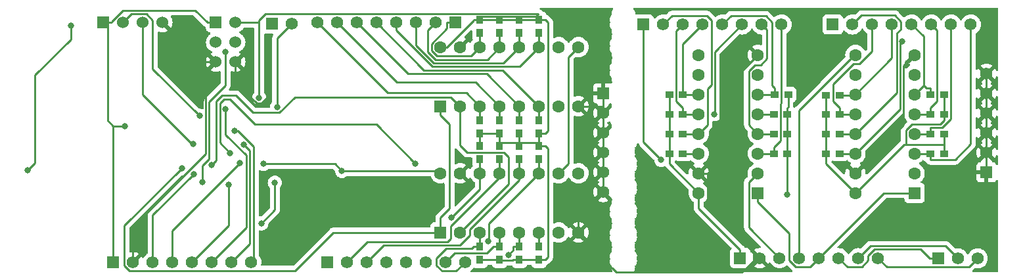
<source format=gbr>
%TF.GenerationSoftware,KiCad,Pcbnew,(6.0.4)*%
%TF.CreationDate,2022-05-03T20:53:10-03:00*%
%TF.ProjectId,PXN_2119,50584e5f-3231-4313-992e-6b696361645f,rev?*%
%TF.SameCoordinates,Original*%
%TF.FileFunction,Copper,L2,Bot*%
%TF.FilePolarity,Positive*%
%FSLAX46Y46*%
G04 Gerber Fmt 4.6, Leading zero omitted, Abs format (unit mm)*
G04 Created by KiCad (PCBNEW (6.0.4)) date 2022-05-03 20:53:10*
%MOMM*%
%LPD*%
G01*
G04 APERTURE LIST*
%TA.AperFunction,ComponentPad*%
%ADD10R,1.575000X1.575000*%
%TD*%
%TA.AperFunction,ComponentPad*%
%ADD11C,1.575000*%
%TD*%
%TA.AperFunction,SMDPad,CuDef*%
%ADD12R,0.950000X1.050000*%
%TD*%
%TA.AperFunction,SMDPad,CuDef*%
%ADD13R,1.050000X0.950000*%
%TD*%
%TA.AperFunction,ComponentPad*%
%ADD14R,1.600000X1.600000*%
%TD*%
%TA.AperFunction,ComponentPad*%
%ADD15C,1.600000*%
%TD*%
%TA.AperFunction,ComponentPad*%
%ADD16R,1.524000X1.524000*%
%TD*%
%TA.AperFunction,ComponentPad*%
%ADD17C,1.524000*%
%TD*%
%TA.AperFunction,ViaPad*%
%ADD18C,0.800000*%
%TD*%
%TA.AperFunction,Conductor*%
%ADD19C,0.250000*%
%TD*%
G04 APERTURE END LIST*
D10*
%TO.P,H4,1,1*%
%TO.N,Net-(H4-Pad1)*%
X141059000Y-83097000D03*
D11*
%TO.P,H4,2,2*%
%TO.N,Net-(H4-Pad2)*%
X138519000Y-83097000D03*
%TO.P,H4,3,3*%
%TO.N,Net-(H4-Pad3)*%
X135979000Y-83097000D03*
%TO.P,H4,4,4*%
%TO.N,Net-(H4-Pad4)*%
X133439000Y-83097000D03*
%TO.P,H4,5,5*%
%TO.N,Net-(H4-Pad5)*%
X130899000Y-83097000D03*
%TO.P,H4,6,6*%
%TO.N,Net-(H4-Pad6)*%
X128359000Y-83097000D03*
%TO.P,H4,7,7*%
%TO.N,Net-(H4-Pad7)*%
X125819000Y-83097000D03*
%TO.P,H4,8,8*%
%TO.N,Net-(H4-Pad8)*%
X123279000Y-83097000D03*
%TD*%
D12*
%TO.P,R21,1,1*%
%TO.N,Net-(H10-Pad3)*%
X149314000Y-100736000D03*
%TO.P,R21,2,2*%
%TO.N,VCC*%
X149314000Y-98986000D03*
%TD*%
D13*
%TO.P,R37,1,1*%
%TO.N,Net-(H1-Pad6)*%
X182094000Y-94908000D03*
%TO.P,R37,2,2*%
%TO.N,/VCC_THR*%
X183844000Y-94908000D03*
%TD*%
D12*
%TO.P,R16,1,1*%
%TO.N,Net-(H4-Pad8)*%
X144234000Y-95684000D03*
%TO.P,R16,2,2*%
%TO.N,VCC*%
X144234000Y-97434000D03*
%TD*%
D14*
%TO.P,U4,1,SH/LD#*%
%TO.N,PB6*%
X139154000Y-110148000D03*
D15*
%TO.P,U4,2,CLK*%
%TO.N,PB4*%
X141694000Y-110148000D03*
%TO.P,U4,3,E*%
%TO.N,Net-(H10-Pad8)*%
X144234000Y-110148000D03*
%TO.P,U4,4,F*%
%TO.N,Net-(H10-Pad7)*%
X146774000Y-110148000D03*
%TO.P,U4,5,G*%
%TO.N,Net-(H10-Pad6)*%
X149314000Y-110148000D03*
%TO.P,U4,6,H*%
%TO.N,Net-(H10-Pad5)*%
X151854000Y-110148000D03*
%TO.P,U4,7,QH#*%
%TO.N,unconnected-(U4-Pad7)*%
X154394000Y-110148000D03*
%TO.P,U4,8,GND*%
%TO.N,GND*%
X156934000Y-110148000D03*
%TO.P,U4,9,QH*%
%TO.N,PB5*%
X156934000Y-102528000D03*
%TO.P,U4,10,SER*%
%TO.N,Net-(U2-Pad9)*%
X154394000Y-102528000D03*
%TO.P,U4,11,A*%
%TO.N,Net-(H10-Pad4)*%
X151854000Y-102528000D03*
%TO.P,U4,12,B*%
%TO.N,Net-(H10-Pad3)*%
X149314000Y-102528000D03*
%TO.P,U4,13,C*%
%TO.N,Net-(H10-Pad2)*%
X146774000Y-102528000D03*
%TO.P,U4,14,D*%
%TO.N,Net-(H10-Pad1)*%
X144234000Y-102528000D03*
%TO.P,U4,15,CLK/INH*%
%TO.N,GND*%
X141694000Y-102528000D03*
%TO.P,U4,16,VCC*%
%TO.N,VCC*%
X139154000Y-102528000D03*
%TD*%
D16*
%TO.P,P1,1,1*%
%TO.N,VCC*%
X110198000Y-83097000D03*
D17*
%TO.P,P1,2,2*%
X112738000Y-83097000D03*
%TO.P,P1,3,3*%
%TO.N,Net-(P1-Pad3)*%
X110198000Y-85637000D03*
%TO.P,P1,4,4*%
%TO.N,Net-(P1-Pad4)*%
X112738000Y-85637000D03*
%TO.P,P1,5,5*%
%TO.N,GND*%
X110198000Y-88177000D03*
%TO.P,P1,6,6*%
X112738000Y-88177000D03*
%TD*%
D12*
%TO.P,R26,1,1*%
%TO.N,Net-(H10-Pad6)*%
X149314000Y-111940000D03*
%TO.P,R26,2,2*%
%TO.N,VCC*%
X149314000Y-113690000D03*
%TD*%
D10*
%TO.P,H6,1,1*%
%TO.N,Net-(H3-Pad6)*%
X203289000Y-113475000D03*
D11*
%TO.P,H6,2,2*%
%TO.N,Net-(H3-Pad7)*%
X205829000Y-113475000D03*
%TO.P,H6,3,3*%
%TO.N,Net-(H3-Pad8)*%
X208369000Y-113475000D03*
%TD*%
D12*
%TO.P,R15,1,1*%
%TO.N,Net-(H4-Pad1)*%
X144234000Y-84480000D03*
%TO.P,R15,2,2*%
%TO.N,VCC*%
X144234000Y-82730000D03*
%TD*%
D10*
%TO.P,H8,1,1*%
%TO.N,GND*%
X209512000Y-102401000D03*
D11*
%TO.P,H8,2,2*%
X209512000Y-99861000D03*
%TO.P,H8,3,3*%
X209512000Y-97321000D03*
%TO.P,H8,4,4*%
X209512000Y-94781000D03*
%TO.P,H8,5,5*%
X209512000Y-92241000D03*
%TO.P,H8,6,6*%
X209512000Y-89701000D03*
%TD*%
D12*
%TO.P,R20,1,1*%
%TO.N,Net-(H10-Pad4)*%
X151854000Y-100736000D03*
%TO.P,R20,2,2*%
%TO.N,VCC*%
X151854000Y-98986000D03*
%TD*%
D14*
%TO.P,U5,1,SH/LD#*%
%TO.N,Net-(H3-Pad5)*%
X200241000Y-105068000D03*
D15*
%TO.P,U5,2,CLK*%
%TO.N,Net-(H3-Pad3)*%
X200241000Y-102528000D03*
%TO.P,U5,3,E*%
%TO.N,Net-(H2-Pad8)*%
X200241000Y-99988000D03*
%TO.P,U5,4,F*%
%TO.N,Net-(H2-Pad7)*%
X200241000Y-97448000D03*
%TO.P,U5,5,G*%
%TO.N,Net-(H2-Pad6)*%
X200241000Y-94908000D03*
%TO.P,U5,6,H*%
%TO.N,Net-(H2-Pad5)*%
X200241000Y-92368000D03*
%TO.P,U5,7,QH#*%
%TO.N,unconnected-(U5-Pad7)*%
X200241000Y-89828000D03*
%TO.P,U5,8,GND*%
%TO.N,GND*%
X200241000Y-87288000D03*
%TO.P,U5,9,QH*%
%TO.N,Net-(H3-Pad4)*%
X192621000Y-87288000D03*
%TO.P,U5,10,SER*%
%TO.N,Net-(U5-Pad10)*%
X192621000Y-89828000D03*
%TO.P,U5,11,A*%
%TO.N,Net-(H2-Pad4)*%
X192621000Y-92368000D03*
%TO.P,U5,12,B*%
%TO.N,Net-(H2-Pad3)*%
X192621000Y-94908000D03*
%TO.P,U5,13,C*%
%TO.N,Net-(H2-Pad2)*%
X192621000Y-97448000D03*
%TO.P,U5,14,D*%
%TO.N,Net-(H2-Pad1)*%
X192621000Y-99988000D03*
%TO.P,U5,15,CLK/INH*%
%TO.N,GND*%
X192621000Y-102528000D03*
%TO.P,U5,16,VCC*%
%TO.N,/VCC_THR*%
X192621000Y-105068000D03*
%TD*%
D12*
%TO.P,R25,1,1*%
%TO.N,Net-(H10-Pad7)*%
X146774000Y-111940000D03*
%TO.P,R25,2,2*%
%TO.N,VCC*%
X146774000Y-113690000D03*
%TD*%
D10*
%TO.P,H1,1,1*%
%TO.N,Net-(H1-Pad1)*%
X165316000Y-83351000D03*
D11*
%TO.P,H1,2,2*%
%TO.N,Net-(H1-Pad2)*%
X167856000Y-83351000D03*
%TO.P,H1,3,3*%
%TO.N,Net-(H1-Pad3)*%
X170396000Y-83351000D03*
%TO.P,H1,4,4*%
%TO.N,Net-(H1-Pad4)*%
X172936000Y-83351000D03*
%TO.P,H1,5,5*%
%TO.N,Net-(H1-Pad5)*%
X175476000Y-83351000D03*
%TO.P,H1,6,6*%
%TO.N,Net-(H1-Pad6)*%
X178016000Y-83351000D03*
%TO.P,H1,7,7*%
%TO.N,Net-(H1-Pad7)*%
X180556000Y-83351000D03*
%TO.P,H1,8,8*%
%TO.N,Net-(H1-Pad8)*%
X183096000Y-83351000D03*
%TD*%
D12*
%TO.P,R22,1,1*%
%TO.N,Net-(H10-Pad2)*%
X146774000Y-100736000D03*
%TO.P,R22,2,2*%
%TO.N,VCC*%
X146774000Y-98986000D03*
%TD*%
D13*
%TO.P,R33,1,1*%
%TO.N,Net-(H2-Pad2)*%
X190575000Y-97448000D03*
%TO.P,R33,2,2*%
%TO.N,/VCC_THR*%
X188825000Y-97448000D03*
%TD*%
D12*
%TO.P,R24,1,1*%
%TO.N,Net-(H10-Pad8)*%
X144234000Y-111940000D03*
%TO.P,R24,2,2*%
%TO.N,VCC*%
X144234000Y-113690000D03*
%TD*%
D13*
%TO.P,R28,1,1*%
%TO.N,Net-(H2-Pad5)*%
X202287000Y-92368000D03*
%TO.P,R28,2,2*%
%TO.N,/VCC_THR*%
X204037000Y-92368000D03*
%TD*%
D10*
%TO.P,H2,1,1*%
%TO.N,Net-(H2-Pad1)*%
X189700000Y-83351000D03*
D11*
%TO.P,H2,2,2*%
%TO.N,Net-(H2-Pad2)*%
X192240000Y-83351000D03*
%TO.P,H2,3,3*%
%TO.N,Net-(H2-Pad3)*%
X194780000Y-83351000D03*
%TO.P,H2,4,4*%
%TO.N,Net-(H2-Pad4)*%
X197320000Y-83351000D03*
%TO.P,H2,5,5*%
%TO.N,Net-(H2-Pad5)*%
X199860000Y-83351000D03*
%TO.P,H2,6,6*%
%TO.N,Net-(H2-Pad6)*%
X202400000Y-83351000D03*
%TO.P,H2,7,7*%
%TO.N,Net-(H2-Pad7)*%
X204940000Y-83351000D03*
%TO.P,H2,8,8*%
%TO.N,Net-(H2-Pad8)*%
X207480000Y-83351000D03*
%TD*%
D10*
%TO.P,H9,1,1*%
%TO.N,VCC*%
X96990000Y-113958000D03*
D11*
%TO.P,H9,2,2*%
%TO.N,GND*%
X99530000Y-113958000D03*
%TO.P,H9,3,3*%
%TO.N,PB7*%
X102070000Y-113958000D03*
%TO.P,H9,4,4*%
%TO.N,PB8*%
X104610000Y-113958000D03*
%TO.P,H9,5,5*%
%TO.N,PB9*%
X107150000Y-113958000D03*
%TO.P,H9,6,6*%
%TO.N,PA8*%
X109690000Y-113958000D03*
%TO.P,H9,7,7*%
%TO.N,PA9*%
X112230000Y-113958000D03*
%TO.P,H9,8,8*%
%TO.N,PA10*%
X114770000Y-113958000D03*
%TD*%
D13*
%TO.P,R31,1,1*%
%TO.N,Net-(H2-Pad8)*%
X202287000Y-99988000D03*
%TO.P,R31,2,2*%
%TO.N,/VCC_THR*%
X204037000Y-99988000D03*
%TD*%
%TO.P,R30,1,1*%
%TO.N,Net-(H2-Pad7)*%
X202287000Y-97448000D03*
%TO.P,R30,2,2*%
%TO.N,/VCC_THR*%
X204037000Y-97448000D03*
%TD*%
D16*
%TO.P,P2,1,1*%
%TO.N,VCC*%
X95720000Y-83097000D03*
D17*
%TO.P,P2,2,2*%
%TO.N,SWDIO*%
X98260000Y-83097000D03*
%TO.P,P2,3,3*%
%TO.N,SWCLK*%
X100800000Y-83097000D03*
%TO.P,P2,4,4*%
%TO.N,GND*%
X103340000Y-83097000D03*
%TD*%
D12*
%TO.P,R12,1,1*%
%TO.N,Net-(H4-Pad4)*%
X151854000Y-84480000D03*
%TO.P,R12,2,2*%
%TO.N,VCC*%
X151854000Y-82730000D03*
%TD*%
D13*
%TO.P,R32,1,1*%
%TO.N,Net-(H2-Pad1)*%
X190575000Y-99988000D03*
%TO.P,R32,2,2*%
%TO.N,/VCC_THR*%
X188825000Y-99988000D03*
%TD*%
D12*
%TO.P,R23,1,1*%
%TO.N,Net-(H10-Pad1)*%
X144234000Y-100736000D03*
%TO.P,R23,2,2*%
%TO.N,VCC*%
X144234000Y-98986000D03*
%TD*%
%TO.P,R14,1,1*%
%TO.N,Net-(H4-Pad2)*%
X146774000Y-84480000D03*
%TO.P,R14,2,2*%
%TO.N,VCC*%
X146774000Y-82730000D03*
%TD*%
D13*
%TO.P,R34,1,1*%
%TO.N,Net-(H2-Pad3)*%
X190575000Y-94908000D03*
%TO.P,R34,2,2*%
%TO.N,/VCC_THR*%
X188825000Y-94908000D03*
%TD*%
D14*
%TO.P,U6,1,SH/LD#*%
%TO.N,Net-(H3-Pad5)*%
X180048000Y-105068000D03*
D15*
%TO.P,U6,2,CLK*%
%TO.N,Net-(H3-Pad3)*%
X180048000Y-102528000D03*
%TO.P,U6,3,E*%
%TO.N,Net-(H1-Pad8)*%
X180048000Y-99988000D03*
%TO.P,U6,4,F*%
%TO.N,Net-(H1-Pad7)*%
X180048000Y-97448000D03*
%TO.P,U6,5,G*%
%TO.N,Net-(H1-Pad6)*%
X180048000Y-94908000D03*
%TO.P,U6,6,H*%
%TO.N,Net-(H1-Pad5)*%
X180048000Y-92368000D03*
%TO.P,U6,7,QH#*%
%TO.N,unconnected-(U6-Pad7)*%
X180048000Y-89828000D03*
%TO.P,U6,8,GND*%
%TO.N,GND*%
X180048000Y-87288000D03*
%TO.P,U6,9,QH*%
%TO.N,Net-(U5-Pad10)*%
X172428000Y-87288000D03*
%TO.P,U6,10,SER*%
%TO.N,unconnected-(U6-Pad10)*%
X172428000Y-89828000D03*
%TO.P,U6,11,A*%
%TO.N,Net-(H1-Pad4)*%
X172428000Y-92368000D03*
%TO.P,U6,12,B*%
%TO.N,Net-(H1-Pad3)*%
X172428000Y-94908000D03*
%TO.P,U6,13,C*%
%TO.N,Net-(H1-Pad2)*%
X172428000Y-97448000D03*
%TO.P,U6,14,D*%
%TO.N,Net-(H1-Pad1)*%
X172428000Y-99988000D03*
%TO.P,U6,15,CLK/INH*%
%TO.N,GND*%
X172428000Y-102528000D03*
%TO.P,U6,16,VCC*%
%TO.N,/VCC_THR*%
X172428000Y-105068000D03*
%TD*%
D12*
%TO.P,R19,1,1*%
%TO.N,Net-(H4-Pad5)*%
X151854000Y-95684000D03*
%TO.P,R19,2,2*%
%TO.N,VCC*%
X151854000Y-97434000D03*
%TD*%
D10*
%TO.P,H10,1,1*%
%TO.N,Net-(H10-Pad1)*%
X124549000Y-113958000D03*
D11*
%TO.P,H10,2,2*%
%TO.N,Net-(H10-Pad2)*%
X127089000Y-113958000D03*
%TO.P,H10,3,3*%
%TO.N,Net-(H10-Pad3)*%
X129629000Y-113958000D03*
%TO.P,H10,4,4*%
%TO.N,Net-(H10-Pad4)*%
X132169000Y-113958000D03*
%TO.P,H10,5,5*%
%TO.N,Net-(H10-Pad5)*%
X134709000Y-113958000D03*
%TO.P,H10,6,6*%
%TO.N,Net-(H10-Pad6)*%
X137249000Y-113958000D03*
%TO.P,H10,7,7*%
%TO.N,Net-(H10-Pad7)*%
X139789000Y-113958000D03*
%TO.P,H10,8,8*%
%TO.N,Net-(H10-Pad8)*%
X142329000Y-113958000D03*
%TD*%
D13*
%TO.P,R42,1,1*%
%TO.N,Net-(H1-Pad3)*%
X170382000Y-94908000D03*
%TO.P,R42,2,2*%
%TO.N,/VCC_THR*%
X168632000Y-94908000D03*
%TD*%
D14*
%TO.P,U2,1,SH/LD#*%
%TO.N,PB6*%
X139154000Y-93892000D03*
D15*
%TO.P,U2,2,CLK*%
%TO.N,PB4*%
X141694000Y-93892000D03*
%TO.P,U2,3,E*%
%TO.N,Net-(H4-Pad8)*%
X144234000Y-93892000D03*
%TO.P,U2,4,F*%
%TO.N,Net-(H4-Pad7)*%
X146774000Y-93892000D03*
%TO.P,U2,5,G*%
%TO.N,Net-(H4-Pad6)*%
X149314000Y-93892000D03*
%TO.P,U2,6,H*%
%TO.N,Net-(H4-Pad5)*%
X151854000Y-93892000D03*
%TO.P,U2,7,QH#*%
%TO.N,unconnected-(U2-Pad7)*%
X154394000Y-93892000D03*
%TO.P,U2,8,GND*%
%TO.N,GND*%
X156934000Y-93892000D03*
%TO.P,U2,9,QH*%
%TO.N,Net-(U2-Pad9)*%
X156934000Y-86272000D03*
%TO.P,U2,10,SER*%
%TO.N,unconnected-(U2-Pad10)*%
X154394000Y-86272000D03*
%TO.P,U2,11,A*%
%TO.N,Net-(H4-Pad4)*%
X151854000Y-86272000D03*
%TO.P,U2,12,B*%
%TO.N,Net-(H4-Pad3)*%
X149314000Y-86272000D03*
%TO.P,U2,13,C*%
%TO.N,Net-(H4-Pad2)*%
X146774000Y-86272000D03*
%TO.P,U2,14,D*%
%TO.N,Net-(H4-Pad1)*%
X144234000Y-86272000D03*
%TO.P,U2,15,CLK/INH*%
%TO.N,GND*%
X141694000Y-86272000D03*
%TO.P,U2,16,VCC*%
%TO.N,VCC*%
X139154000Y-86272000D03*
%TD*%
D13*
%TO.P,R39,1,1*%
%TO.N,Net-(H1-Pad8)*%
X182094000Y-99988000D03*
%TO.P,R39,2,2*%
%TO.N,/VCC_THR*%
X183844000Y-99988000D03*
%TD*%
D12*
%TO.P,R27,1,1*%
%TO.N,Net-(H10-Pad5)*%
X151854000Y-111940000D03*
%TO.P,R27,2,2*%
%TO.N,VCC*%
X151854000Y-113690000D03*
%TD*%
%TO.P,R18,1,1*%
%TO.N,Net-(H4-Pad6)*%
X149314000Y-95684000D03*
%TO.P,R18,2,2*%
%TO.N,VCC*%
X149314000Y-97434000D03*
%TD*%
D13*
%TO.P,R40,1,1*%
%TO.N,Net-(H1-Pad1)*%
X170382000Y-99988000D03*
%TO.P,R40,2,2*%
%TO.N,/VCC_THR*%
X168632000Y-99988000D03*
%TD*%
D10*
%TO.P,H7,1,1*%
%TO.N,GND*%
X160109000Y-92241000D03*
D11*
%TO.P,H7,2,2*%
X160109000Y-94781000D03*
%TO.P,H7,3,3*%
X160109000Y-97321000D03*
%TO.P,H7,4,4*%
X160109000Y-99861000D03*
%TO.P,H7,5,5*%
X160109000Y-102401000D03*
%TO.P,H7,6,6*%
X160109000Y-104941000D03*
%TD*%
D13*
%TO.P,R35,1,1*%
%TO.N,Net-(H2-Pad4)*%
X190575000Y-92495000D03*
%TO.P,R35,2,2*%
%TO.N,/VCC_THR*%
X188825000Y-92495000D03*
%TD*%
%TO.P,R38,1,1*%
%TO.N,Net-(H1-Pad7)*%
X182094000Y-97448000D03*
%TO.P,R38,2,2*%
%TO.N,/VCC_THR*%
X183844000Y-97448000D03*
%TD*%
%TO.P,R29,1,1*%
%TO.N,Net-(H2-Pad6)*%
X202287000Y-94908000D03*
%TO.P,R29,2,2*%
%TO.N,/VCC_THR*%
X204037000Y-94908000D03*
%TD*%
D12*
%TO.P,R17,1,1*%
%TO.N,Net-(H4-Pad7)*%
X146774000Y-95684000D03*
%TO.P,R17,2,2*%
%TO.N,VCC*%
X146774000Y-97434000D03*
%TD*%
D13*
%TO.P,R41,1,1*%
%TO.N,Net-(H1-Pad2)*%
X170382000Y-97448000D03*
%TO.P,R41,2,2*%
%TO.N,/VCC_THR*%
X168632000Y-97448000D03*
%TD*%
D10*
%TO.P,H3,1,1*%
%TO.N,/VCC_THR*%
X177762000Y-113450000D03*
D11*
%TO.P,H3,2,2*%
%TO.N,GND*%
X180302000Y-113450000D03*
%TO.P,H3,3,3*%
%TO.N,Net-(H3-Pad3)*%
X182842000Y-113450000D03*
%TO.P,H3,4,4*%
%TO.N,Net-(H3-Pad4)*%
X185382000Y-113450000D03*
%TO.P,H3,5,5*%
%TO.N,Net-(H3-Pad5)*%
X187922000Y-113450000D03*
%TO.P,H3,6,6*%
%TO.N,Net-(H3-Pad6)*%
X190462000Y-113450000D03*
%TO.P,H3,7,7*%
%TO.N,Net-(H3-Pad7)*%
X193002000Y-113450000D03*
%TO.P,H3,8,8*%
%TO.N,Net-(H3-Pad8)*%
X195542000Y-113450000D03*
%TD*%
D10*
%TO.P,H5,1,1*%
%TO.N,PB11*%
X117437000Y-83224000D03*
D11*
%TO.P,H5,2,2*%
%TO.N,PB10*%
X119977000Y-83224000D03*
%TD*%
D13*
%TO.P,R36,1,1*%
%TO.N,Net-(H1-Pad5)*%
X182221000Y-92368000D03*
%TO.P,R36,2,2*%
%TO.N,/VCC_THR*%
X183971000Y-92368000D03*
%TD*%
%TO.P,R43,1,1*%
%TO.N,Net-(H1-Pad4)*%
X170382000Y-92368000D03*
%TO.P,R43,2,2*%
%TO.N,/VCC_THR*%
X168632000Y-92368000D03*
%TD*%
D12*
%TO.P,R13,1,1*%
%TO.N,Net-(H4-Pad3)*%
X149314000Y-84480000D03*
%TO.P,R13,2,2*%
%TO.N,VCC*%
X149314000Y-82730000D03*
%TD*%
D18*
%TO.N,+5V*%
X85927000Y-102161400D03*
X91500000Y-83500000D03*
%TO.N,BOOT0*%
X108426900Y-103634800D03*
X111468100Y-86907000D03*
%TO.N,GND*%
X120505100Y-103178500D03*
X116970800Y-92205100D03*
X123723500Y-106434900D03*
X99926500Y-110056000D03*
%TO.N,Net-(H1-Pad1)*%
X167595300Y-100800300D03*
%TO.N,PA10*%
X112604500Y-97038600D03*
%TO.N,PA8*%
X111462700Y-94223100D03*
%TO.N,PA9*%
X113795000Y-98828400D03*
%TO.N,PB10*%
X118103900Y-93991900D03*
%TO.N,PB4*%
X109652700Y-101432300D03*
%TO.N,PB5*%
X112056100Y-99959800D03*
X135912000Y-101290700D03*
%TO.N,PB6*%
X105801100Y-101871000D03*
%TO.N,PB7*%
X107331500Y-102611900D03*
%TO.N,PB8*%
X113317300Y-101227800D03*
%TO.N,PB9*%
X111887600Y-104031600D03*
%TO.N,PC15*%
X117798700Y-103739700D03*
X116078400Y-108976900D03*
%TO.N,Net-(H1-Pad6)*%
X174442200Y-94908000D03*
%TO.N,Net-(H2-Pad1)*%
X198663800Y-85547500D03*
%TO.N,SWCLK*%
X107250000Y-98750000D03*
%TO.N,SWDIO*%
X108121700Y-95107200D03*
%TO.N,Net-(H10-Pad1)*%
X140528400Y-108264700D03*
%TO.N,Net-(H10-Pad4)*%
X145327100Y-111242800D03*
%TO.N,Net-(H10-Pad6)*%
X147910800Y-113017300D03*
%TO.N,VCC*%
X115780100Y-92778900D03*
X116358600Y-101316700D03*
X98495800Y-96447900D03*
X126448000Y-102226500D03*
%TO.N,/VCC_THR*%
X183844000Y-105275500D03*
%TD*%
D19*
%TO.N,+5V*%
X86902200Y-89847800D02*
X86902200Y-101186200D01*
X91500000Y-83500000D02*
X91500000Y-85250000D01*
X91500000Y-85250000D02*
X86902200Y-89847800D01*
X86902200Y-101186200D02*
X85927000Y-102161400D01*
%TO.N,BOOT0*%
X108426900Y-101555500D02*
X108426900Y-103634800D01*
X109297400Y-100685000D02*
X108426900Y-101555500D01*
X111468100Y-86907000D02*
X111468100Y-91185100D01*
X109297400Y-93355800D02*
X109297400Y-100685000D01*
X111468100Y-91185100D02*
X109297400Y-93355800D01*
%TO.N,GND*%
X179475800Y-113824600D02*
X178011100Y-115289300D01*
X160109000Y-104941000D02*
X160109000Y-102401000D01*
X180302000Y-113450000D02*
X179475800Y-113450000D01*
X115495300Y-93519800D02*
X116110400Y-93519800D01*
X209512000Y-94781000D02*
X209512000Y-97321000D01*
X160109000Y-99861000D02*
X160109000Y-97321000D01*
X99530000Y-110452500D02*
X99926500Y-110056000D01*
X209512000Y-99861000D02*
X209512000Y-102401000D01*
X112738000Y-90762500D02*
X115495300Y-93519800D01*
X173612600Y-102528000D02*
X175167500Y-100973100D01*
X192621000Y-102528000D02*
X198826400Y-96322600D01*
X160109000Y-104941000D02*
X156934000Y-108116000D01*
X116970800Y-92659400D02*
X116970800Y-92205100D01*
X160109000Y-93892000D02*
X160109000Y-92241000D01*
X198826400Y-88702600D02*
X200241000Y-87288000D01*
X160109000Y-97321000D02*
X160109000Y-94781000D01*
X120505100Y-103216500D02*
X120505100Y-103178500D01*
X108847100Y-89527900D02*
X110198000Y-88177000D01*
X99926500Y-108968500D02*
X108847100Y-100047900D01*
X99530000Y-113958000D02*
X99530000Y-110452500D01*
X198826400Y-96322600D02*
X198826400Y-88702600D01*
X209512000Y-89701000D02*
X209512000Y-92241000D01*
X99926500Y-110056000D02*
X99926500Y-108968500D01*
X108420000Y-88177000D02*
X110198000Y-88177000D01*
X160109000Y-93892000D02*
X156934000Y-93892000D01*
X179475800Y-113450000D02*
X179475800Y-113824600D01*
X156934000Y-110449100D02*
X156934000Y-110148000D01*
X123723500Y-106434900D02*
X120505100Y-103216500D01*
X103340000Y-83097000D02*
X108420000Y-88177000D01*
X173612600Y-106760600D02*
X179475800Y-112623800D01*
X112738000Y-88177000D02*
X112738000Y-90762500D01*
X173612600Y-102528000D02*
X172428000Y-102528000D01*
X108847100Y-100047900D02*
X108847100Y-89527900D01*
X160109000Y-94781000D02*
X160109000Y-93892000D01*
X156934000Y-108116000D02*
X156934000Y-110148000D01*
X209512000Y-97321000D02*
X209512000Y-99861000D01*
X175167500Y-100973100D02*
X175167500Y-92168500D01*
X161774200Y-115289300D02*
X156934000Y-110449100D01*
X209512000Y-92241000D02*
X209512000Y-94781000D01*
X173612600Y-102528000D02*
X173612600Y-106760600D01*
X179475800Y-112623800D02*
X179475800Y-113450000D01*
X178011100Y-115289300D02*
X161774200Y-115289300D01*
X160109000Y-102401000D02*
X160109000Y-99861000D01*
X116110400Y-93519800D02*
X116970800Y-92659400D01*
X175167500Y-92168500D02*
X180048000Y-87288000D01*
%TO.N,Net-(H1-Pad1)*%
X165316000Y-98521000D02*
X167595300Y-100800300D01*
X172428000Y-99988000D02*
X170382000Y-99988000D01*
X165316000Y-83351000D02*
X165316000Y-98521000D01*
%TO.N,Net-(H1-Pad2)*%
X173553400Y-96322600D02*
X173553400Y-91659300D01*
X172428000Y-97448000D02*
X173553400Y-96322600D01*
X168972000Y-82235000D02*
X167856000Y-83351000D01*
X173471300Y-82235000D02*
X168972000Y-82235000D01*
X172428000Y-97448000D02*
X170382000Y-97448000D01*
X173553400Y-91659300D02*
X174053000Y-91159700D01*
X174053000Y-82816700D02*
X173471300Y-82235000D01*
X174053000Y-91159700D02*
X174053000Y-82816700D01*
%TO.N,Net-(H1-Pad3)*%
X170396000Y-83351000D02*
X169531600Y-84215400D01*
X170382000Y-94908000D02*
X170382000Y-94107700D01*
X172428000Y-94908000D02*
X170382000Y-94908000D01*
X169531600Y-93257300D02*
X170382000Y-94107700D01*
X169531600Y-84215400D02*
X169531600Y-93257300D01*
%TO.N,Net-(H1-Pad4)*%
X172428000Y-92368000D02*
X170382000Y-92368000D01*
X172936000Y-83351000D02*
X170382000Y-85905000D01*
X170382000Y-85905000D02*
X170382000Y-92368000D01*
%TO.N,Net-(H1-Pad5)*%
X181871000Y-91217700D02*
X182221000Y-91567700D01*
X181871000Y-83042100D02*
X181871000Y-91217700D01*
X176589300Y-82237700D02*
X181066600Y-82237700D01*
X181066600Y-82237700D02*
X181871000Y-83042100D01*
X180048000Y-92368000D02*
X182221000Y-92368000D01*
X175476000Y-83351000D02*
X176589300Y-82237700D01*
X182221000Y-92368000D02*
X182221000Y-91567700D01*
%TO.N,PA10*%
X113031100Y-97038600D02*
X112604500Y-97038600D01*
X115085100Y-113642900D02*
X115085100Y-99092600D01*
X114770000Y-113958000D02*
X115085100Y-113642900D01*
X115085100Y-99092600D02*
X113031100Y-97038600D01*
%TO.N,PA8*%
X114120000Y-109528000D02*
X114120000Y-100179300D01*
X111462700Y-97522000D02*
X111462700Y-94223100D01*
X109690000Y-113958000D02*
X114120000Y-109528000D01*
X114120000Y-100179300D02*
X111462700Y-97522000D01*
%TO.N,PA9*%
X114589000Y-99622400D02*
X113795000Y-98828400D01*
X112230000Y-113958000D02*
X114589000Y-111599000D01*
X114589000Y-111599000D02*
X114589000Y-99622400D01*
%TO.N,PB10*%
X118103900Y-85097100D02*
X118103900Y-93991900D01*
X119977000Y-83224000D02*
X118103900Y-85097100D01*
%TO.N,PB4*%
X110247600Y-100837400D02*
X109652700Y-101432300D01*
X142586400Y-99836400D02*
X147341600Y-99836400D01*
X147904900Y-103937100D02*
X141694000Y-110148000D01*
X147904900Y-100399700D02*
X147904900Y-103937100D01*
X118404400Y-94717200D02*
X115022700Y-94717200D01*
X140502100Y-92700100D02*
X120421500Y-92700100D01*
X141694000Y-93892000D02*
X141694000Y-98944000D01*
X141694000Y-98944000D02*
X142586400Y-99836400D01*
X110247600Y-93252400D02*
X110247600Y-100837400D01*
X111000000Y-92500000D02*
X110247600Y-93252400D01*
X115022700Y-94717200D02*
X112805500Y-92500000D01*
X112805500Y-92500000D02*
X111000000Y-92500000D01*
X120421500Y-92700100D02*
X118404400Y-94717200D01*
X141694000Y-93892000D02*
X140502100Y-92700100D01*
X147341600Y-99836400D02*
X147904900Y-100399700D01*
%TO.N,PB5*%
X130868900Y-96247600D02*
X115240900Y-96247600D01*
X111250000Y-93000000D02*
X110710200Y-93539800D01*
X110710200Y-93539800D02*
X110710200Y-98613900D01*
X115240900Y-96247600D02*
X111993300Y-93000000D01*
X135912000Y-101290700D02*
X130868900Y-96247600D01*
X110710200Y-98613900D02*
X112056100Y-99959800D01*
X111993300Y-93000000D02*
X111250000Y-93000000D01*
%TO.N,PB6*%
X139154000Y-95017300D02*
X140322200Y-96185500D01*
X120428000Y-115072000D02*
X99067700Y-115072000D01*
X140322200Y-96185500D02*
X140322200Y-107076700D01*
X98404100Y-114408400D02*
X98404100Y-109268000D01*
X139154000Y-110148000D02*
X125352000Y-110148000D01*
X139154000Y-93892000D02*
X139154000Y-95017300D01*
X99067700Y-115072000D02*
X98404100Y-114408400D01*
X125352000Y-110148000D02*
X120428000Y-115072000D01*
X98404100Y-109268000D02*
X105801100Y-101871000D01*
X139154000Y-108244900D02*
X139154000Y-110148000D01*
X140322200Y-107076700D02*
X139154000Y-108244900D01*
%TO.N,PB7*%
X102070000Y-107873400D02*
X102070000Y-113958000D01*
X107331500Y-102611900D02*
X102070000Y-107873400D01*
%TO.N,PB8*%
X104610000Y-109935100D02*
X104610000Y-113958000D01*
X113317300Y-101227800D02*
X104610000Y-109935100D01*
%TO.N,PB9*%
X107150000Y-113958000D02*
X111887600Y-109220400D01*
X111887600Y-109220400D02*
X111887600Y-104031600D01*
%TO.N,PC15*%
X116078400Y-108976900D02*
X117798700Y-107256600D01*
X117798700Y-107256600D02*
X117798700Y-103739700D01*
%TO.N,Net-(H1-Pad6)*%
X174503400Y-94846800D02*
X174442200Y-94908000D01*
X178016000Y-83351000D02*
X174503400Y-86863600D01*
X182094000Y-94908000D02*
X180048000Y-94908000D01*
X174503400Y-86863600D02*
X174503400Y-94846800D01*
%TO.N,Net-(H1-Pad7)*%
X180048000Y-97448000D02*
X178900300Y-96300300D01*
X181204400Y-87771500D02*
X181204400Y-83999400D01*
X179665600Y-88558000D02*
X180417900Y-88558000D01*
X178900300Y-96300300D02*
X178900300Y-89323300D01*
X182094000Y-97448000D02*
X180048000Y-97448000D01*
X181204400Y-83999400D02*
X180556000Y-83351000D01*
X178900300Y-89323300D02*
X179665600Y-88558000D01*
X180417900Y-88558000D02*
X181204400Y-87771500D01*
%TO.N,Net-(H1-Pad8)*%
X180048000Y-99988000D02*
X182094000Y-99988000D01*
X182993600Y-98288100D02*
X182094000Y-99187700D01*
X183096000Y-93489000D02*
X182993600Y-93591400D01*
X183096000Y-83351000D02*
X183096000Y-93489000D01*
X182094000Y-99988000D02*
X182094000Y-99187700D01*
X182993600Y-93591400D02*
X182993600Y-98288100D01*
%TO.N,Net-(H2-Pad1)*%
X198376100Y-94232900D02*
X198376100Y-85835200D01*
X192621000Y-99988000D02*
X198376100Y-94232900D01*
X198376100Y-85835200D02*
X198663800Y-85547500D01*
X192621000Y-99988000D02*
X190575000Y-99988000D01*
%TO.N,Net-(H2-Pad2)*%
X198505500Y-82962600D02*
X197721800Y-82178900D01*
X197914400Y-92154600D02*
X197914400Y-84531800D01*
X192621000Y-97448000D02*
X197914400Y-92154600D01*
X190575000Y-97448000D02*
X192621000Y-97448000D01*
X193412100Y-82178900D02*
X192240000Y-83351000D01*
X197914400Y-84531800D02*
X198505500Y-83940700D01*
X197721800Y-82178900D02*
X193412100Y-82178900D01*
X198505500Y-83940700D02*
X198505500Y-82962600D01*
%TO.N,Net-(H2-Pad3)*%
X190575000Y-94908000D02*
X192621000Y-94908000D01*
X194780000Y-86776900D02*
X193143500Y-88413400D01*
X193143500Y-88413400D02*
X192345400Y-88413400D01*
X189724600Y-93257300D02*
X190575000Y-94107700D01*
X190575000Y-94908000D02*
X190575000Y-94107700D01*
X189724600Y-91034200D02*
X189724600Y-93257300D01*
X192345400Y-88413400D02*
X189724600Y-91034200D01*
X194780000Y-83351000D02*
X194780000Y-86776900D01*
%TO.N,Net-(H2-Pad4)*%
X197320000Y-83351000D02*
X197320000Y-87669000D01*
X192494000Y-92495000D02*
X190575000Y-92495000D01*
X197320000Y-87669000D02*
X192621000Y-92368000D01*
X192621000Y-92368000D02*
X192494000Y-92495000D01*
%TO.N,Net-(H2-Pad5)*%
X199860000Y-83351000D02*
X201398600Y-84889600D01*
X201398600Y-84889600D02*
X201398600Y-91210300D01*
X201398600Y-91210300D02*
X201398700Y-91210300D01*
X201398700Y-91210300D02*
X201756000Y-91567700D01*
X202287000Y-92368000D02*
X202287000Y-91567700D01*
X201756000Y-91567700D02*
X202287000Y-91567700D01*
X200241000Y-92368000D02*
X201398700Y-91210300D01*
%TO.N,Net-(H2-Pad6)*%
X202287000Y-94107700D02*
X203137400Y-93257300D01*
X203137400Y-93257300D02*
X203137400Y-84088400D01*
X200241000Y-94908000D02*
X202287000Y-94908000D01*
X203137400Y-84088400D02*
X202400000Y-83351000D01*
X202287000Y-94908000D02*
X202287000Y-94107700D01*
%TO.N,Net-(H2-Pad7)*%
X202287000Y-96647700D02*
X203806400Y-96647700D01*
X202287000Y-97448000D02*
X202287000Y-96647700D01*
X203806400Y-96647700D02*
X204940000Y-95514100D01*
X200241000Y-97448000D02*
X202287000Y-97448000D01*
X204940000Y-95514100D02*
X204940000Y-83351000D01*
%TO.N,Net-(H2-Pad8)*%
X202287000Y-100788300D02*
X202287000Y-99988000D01*
X200241000Y-99988000D02*
X202287000Y-99988000D01*
X207480000Y-83351000D02*
X207480000Y-98770000D01*
X205461700Y-100788300D02*
X202287000Y-100788300D01*
X207480000Y-98770000D02*
X205461700Y-100788300D01*
%TO.N,Net-(H3-Pad3)*%
X182842000Y-113450000D02*
X178898600Y-109506600D01*
X178898600Y-103677400D02*
X180048000Y-102528000D01*
X178898600Y-109506600D02*
X178898600Y-103677400D01*
%TO.N,Net-(H3-Pad4)*%
X185382000Y-113450000D02*
X185382000Y-94398100D01*
X185382000Y-94398100D02*
X192492100Y-87288000D01*
X192492100Y-87288000D02*
X192621000Y-87288000D01*
%TO.N,Net-(H3-Pad5)*%
X184112000Y-113765200D02*
X184112000Y-110257300D01*
X186807400Y-114564600D02*
X184911400Y-114564600D01*
X184911400Y-114564600D02*
X184112000Y-113765200D01*
X184112000Y-110257300D02*
X180048000Y-106193300D01*
X180048000Y-105068000D02*
X180048000Y-106193300D01*
X187922000Y-113450000D02*
X186807400Y-114564600D01*
X196304000Y-105068000D02*
X187922000Y-113450000D01*
X200241000Y-105068000D02*
X196304000Y-105068000D01*
%TO.N,Net-(H3-Pad6)*%
X190462000Y-113450000D02*
X191574900Y-114562900D01*
X201031200Y-112330000D02*
X202176200Y-113475000D01*
X191574900Y-114562900D02*
X193470000Y-114562900D01*
X195070700Y-112330000D02*
X201031200Y-112330000D01*
X194272000Y-113760900D02*
X194272000Y-113128700D01*
X203289000Y-113475000D02*
X202176200Y-113475000D01*
X194272000Y-113128700D02*
X195070700Y-112330000D01*
X193470000Y-114562900D02*
X194272000Y-113760900D01*
%TO.N,Net-(H3-Pad7)*%
X205829000Y-113475000D02*
X204228200Y-111874200D01*
X194577800Y-111874200D02*
X193002000Y-113450000D01*
X204228200Y-111874200D02*
X194577800Y-111874200D01*
%TO.N,Net-(H3-Pad8)*%
X196691600Y-114599600D02*
X207244400Y-114599600D01*
X195542000Y-113450000D02*
X196691600Y-114599600D01*
X207244400Y-114599600D02*
X208369000Y-113475000D01*
%TO.N,Net-(H4-Pad1)*%
X141059000Y-83097000D02*
X139946200Y-83097000D01*
X144234000Y-86272000D02*
X143079500Y-87426500D01*
X138673700Y-87426500D02*
X137983800Y-86736600D01*
X139946200Y-83877700D02*
X139946200Y-83097000D01*
X137983800Y-85840100D02*
X139946200Y-83877700D01*
X143079500Y-87426500D02*
X138673700Y-87426500D01*
X137983800Y-86736600D02*
X137983800Y-85840100D01*
X144234000Y-86272000D02*
X144234000Y-84480000D01*
%TO.N,SWCLK*%
X107250000Y-98750000D02*
X107131400Y-98750000D01*
X107131400Y-98750000D02*
X100800000Y-92418600D01*
X100800000Y-92418600D02*
X100800000Y-83097000D01*
%TO.N,SWDIO*%
X99347300Y-82009700D02*
X101259600Y-82009700D01*
X102070000Y-89055500D02*
X108121700Y-95107200D01*
X98260000Y-83097000D02*
X99347300Y-82009700D01*
X102070000Y-82820100D02*
X102070000Y-89055500D01*
X101259600Y-82009700D02*
X102070000Y-82820100D01*
%TO.N,Net-(H4-Pad2)*%
X137533500Y-86923200D02*
X137533500Y-84082500D01*
X146774000Y-86272000D02*
X145169200Y-87876800D01*
X137533500Y-84082500D02*
X138519000Y-83097000D01*
X145169200Y-87876800D02*
X138487100Y-87876800D01*
X146774000Y-84480000D02*
X146774000Y-86272000D01*
X138487100Y-87876800D02*
X137533500Y-86923200D01*
%TO.N,Net-(H4-Pad3)*%
X135979000Y-86005700D02*
X138300400Y-88327100D01*
X138300400Y-88327100D02*
X147258900Y-88327100D01*
X147258900Y-88327100D02*
X149314000Y-86272000D01*
X135979000Y-83097000D02*
X135979000Y-86005700D01*
X149314000Y-86272000D02*
X149314000Y-84480000D01*
%TO.N,Net-(H4-Pad4)*%
X133439000Y-84102600D02*
X138113800Y-88777400D01*
X138113800Y-88777400D02*
X149348600Y-88777400D01*
X133439000Y-83097000D02*
X133439000Y-84102600D01*
X151854000Y-84480000D02*
X151854000Y-86272000D01*
X149348600Y-88777400D02*
X151854000Y-86272000D01*
%TO.N,Net-(H4-Pad5)*%
X151854000Y-95684000D02*
X151854000Y-93892000D01*
X130899000Y-83097000D02*
X137029700Y-89227700D01*
X137029700Y-89227700D02*
X147189700Y-89227700D01*
X147189700Y-89227700D02*
X151854000Y-93892000D01*
%TO.N,Net-(H4-Pad6)*%
X134943100Y-89681100D02*
X145103100Y-89681100D01*
X149314000Y-95684000D02*
X149314000Y-93892000D01*
X145103100Y-89681100D02*
X149314000Y-93892000D01*
X128359000Y-83097000D02*
X134943100Y-89681100D01*
%TO.N,Net-(H4-Pad7)*%
X133527000Y-90805000D02*
X125819000Y-83097000D01*
X143687000Y-90805000D02*
X133527000Y-90805000D01*
X146774000Y-93892000D02*
X143687000Y-90805000D01*
X146774000Y-93892000D02*
X146774000Y-95684000D01*
%TO.N,Net-(H4-Pad8)*%
X144234000Y-95684000D02*
X144234000Y-93892000D01*
X132352300Y-92170300D02*
X123279000Y-83097000D01*
X142512300Y-92170300D02*
X132352300Y-92170300D01*
X144234000Y-93892000D02*
X142512300Y-92170300D01*
%TO.N,Net-(H10-Pad1)*%
X144234000Y-104559100D02*
X144234000Y-102528000D01*
X144234000Y-100736000D02*
X144234000Y-102528000D01*
X140528400Y-108264700D02*
X144234000Y-104559100D01*
%TO.N,Net-(H10-Pad2)*%
X140080700Y-111322200D02*
X140503600Y-110899300D01*
X146774000Y-103044900D02*
X146774000Y-102528000D01*
X129724800Y-111322200D02*
X140080700Y-111322200D01*
X127089000Y-113958000D02*
X129724800Y-111322200D01*
X140503600Y-110899300D02*
X140503600Y-109315300D01*
X146774000Y-102528000D02*
X146774000Y-100736000D01*
X140503600Y-109315300D02*
X146774000Y-103044900D01*
%TO.N,Net-(H10-Pad3)*%
X149314000Y-103403700D02*
X149314000Y-102528000D01*
X129629000Y-113958000D02*
X131814500Y-111772500D01*
X149314000Y-102528000D02*
X149314000Y-100736000D01*
X142964000Y-110492900D02*
X142964000Y-109753700D01*
X142964000Y-109753700D02*
X149314000Y-103403700D01*
X141684400Y-111772500D02*
X142964000Y-110492900D01*
X131814500Y-111772500D02*
X141684400Y-111772500D01*
%TO.N,Net-(H10-Pad4)*%
X145382100Y-108999900D02*
X145382100Y-111187800D01*
X145382100Y-111187800D02*
X145327100Y-111242800D01*
X151854000Y-100736000D02*
X151854000Y-102528000D01*
X151854000Y-102528000D02*
X145382100Y-108999900D01*
%TO.N,Net-(H10-Pad5)*%
X151854000Y-110148000D02*
X151854000Y-111940000D01*
%TO.N,Net-(H10-Pad6)*%
X149314000Y-111940000D02*
X149314000Y-110148000D01*
X147910800Y-113017300D02*
X148513700Y-112414400D01*
X148513700Y-112414400D02*
X148513700Y-111940000D01*
X149314000Y-111940000D02*
X148513700Y-111940000D01*
%TO.N,Net-(H10-Pad7)*%
X140956600Y-112790400D02*
X145123300Y-112790400D01*
X145123300Y-112790400D02*
X145973700Y-111940000D01*
X146774000Y-111940000D02*
X145973700Y-111940000D01*
X146774000Y-110148000D02*
X146774000Y-111940000D01*
X139789000Y-113958000D02*
X140956600Y-112790400D01*
%TO.N,Net-(H10-Pad8)*%
X139910000Y-112222800D02*
X143150900Y-112222800D01*
X138630100Y-114410800D02*
X138630100Y-113502700D01*
X139331100Y-115111800D02*
X138630100Y-114410800D01*
X138630100Y-113502700D02*
X139910000Y-112222800D01*
X141175200Y-115111800D02*
X139331100Y-115111800D01*
X143150900Y-112222800D02*
X143433700Y-111940000D01*
X144234000Y-110148000D02*
X144234000Y-111940000D01*
X142329000Y-113958000D02*
X141175200Y-115111800D01*
X144234000Y-111940000D02*
X143433700Y-111940000D01*
%TO.N,Net-(U2-Pad9)*%
X155664000Y-87542000D02*
X155664000Y-101258000D01*
X155664000Y-101258000D02*
X154394000Y-102528000D01*
X156934000Y-86272000D02*
X155664000Y-87542000D01*
%TO.N,VCC*%
X144234000Y-98986000D02*
X144234000Y-97434000D01*
X146774000Y-98560800D02*
X146774000Y-98135700D01*
X151854000Y-97434000D02*
X152654300Y-97434000D01*
X144234000Y-113690000D02*
X146774000Y-113690000D01*
X151854000Y-98560800D02*
X149314000Y-98560800D01*
X149314000Y-98560800D02*
X149314000Y-98986000D01*
X153027500Y-83103200D02*
X153027500Y-97060800D01*
X151854000Y-98986000D02*
X152654300Y-98986000D01*
X143833900Y-82730000D02*
X144230000Y-82333900D01*
X138852500Y-102226500D02*
X126448000Y-102226500D01*
X96990000Y-96447900D02*
X98495800Y-96447900D01*
X151751100Y-82035700D02*
X151699500Y-81984100D01*
X146774000Y-82730000D02*
X145034300Y-82730000D01*
X151854000Y-82730000D02*
X152654300Y-82730000D01*
X139997000Y-86272000D02*
X143433700Y-82835300D01*
X153027500Y-97060800D02*
X152654300Y-97434000D01*
X139154000Y-86272000D02*
X139997000Y-86272000D01*
X96990000Y-96447900D02*
X96990000Y-112845200D01*
X151854000Y-98560800D02*
X151854000Y-98986000D01*
X96263700Y-83097000D02*
X96263700Y-95721600D01*
X146774000Y-98560800D02*
X149314000Y-98560800D01*
X149314000Y-82730000D02*
X151854000Y-82730000D01*
X149314000Y-97434000D02*
X149314000Y-98560800D01*
X143433700Y-82835300D02*
X143433700Y-82730000D01*
X146774000Y-98986000D02*
X146774000Y-98560800D01*
X149314000Y-113690000D02*
X151854000Y-113690000D01*
X125538200Y-101316700D02*
X116358600Y-101316700D01*
X151751100Y-82035800D02*
X151751100Y-82035700D01*
X152654300Y-113690000D02*
X153027500Y-113316800D01*
X107573100Y-81559400D02*
X98209000Y-81559400D01*
X146774000Y-97434000D02*
X146774000Y-98135700D01*
X143833900Y-82730000D02*
X143433700Y-82730000D01*
X110198000Y-83097000D02*
X109110700Y-83097000D01*
X149314000Y-82730000D02*
X146774000Y-82730000D01*
X144234000Y-82730000D02*
X143833900Y-82730000D01*
X153027500Y-99359200D02*
X152654300Y-98986000D01*
X146774000Y-113690000D02*
X146826600Y-113742600D01*
X139154000Y-102528000D02*
X138852500Y-102226500D01*
X109110700Y-83097000D02*
X107573100Y-81559400D01*
X151699500Y-81984100D02*
X116614700Y-81984100D01*
X126448000Y-102226500D02*
X125538200Y-101316700D01*
X148461100Y-113742600D02*
X148513700Y-113690000D01*
X95720000Y-83097000D02*
X96263700Y-83097000D01*
X98209000Y-81559400D02*
X96807300Y-82961100D01*
X146826600Y-113742600D02*
X148461100Y-113742600D01*
X96990000Y-113958000D02*
X96990000Y-112845200D01*
X149314000Y-113690000D02*
X148513700Y-113690000D01*
X144230000Y-82333900D02*
X151453000Y-82333900D01*
X115780100Y-83097000D02*
X115780100Y-92778900D01*
X151854000Y-113690000D02*
X152654300Y-113690000D01*
X153027500Y-113316800D02*
X153027500Y-99359200D01*
X144234000Y-97434000D02*
X146774000Y-97434000D01*
X115780100Y-83097000D02*
X112738000Y-83097000D01*
X96263700Y-83097000D02*
X96807300Y-83097000D01*
X151453000Y-82333900D02*
X151751100Y-82035800D01*
X96263700Y-95721600D02*
X96990000Y-96447900D01*
X96807300Y-82961100D02*
X96807300Y-83097000D01*
X152654300Y-82730000D02*
X153027500Y-83103200D01*
X115780100Y-82818700D02*
X115780100Y-83097000D01*
X116614700Y-81984100D02*
X115780100Y-82818700D01*
X151854000Y-97434000D02*
X151854000Y-98560800D01*
X144234000Y-82730000D02*
X145034300Y-82730000D01*
%TO.N,/VCC_THR*%
X183971000Y-92368000D02*
X183971000Y-93980700D01*
X199115600Y-96970700D02*
X199889000Y-96197300D01*
X183844000Y-105275500D02*
X183844000Y-99988000D01*
X199889000Y-96197300D02*
X203548000Y-96197300D01*
X172428000Y-105068000D02*
X168632000Y-101272000D01*
X177762000Y-113450000D02*
X177762000Y-112337200D01*
X204037000Y-92368000D02*
X204037000Y-94908000D01*
X199115600Y-98797400D02*
X199115600Y-96970700D01*
X188825000Y-94908000D02*
X188825000Y-97448000D01*
X177762000Y-112337200D02*
X172428000Y-107003200D01*
X183844000Y-94908000D02*
X183844000Y-97448000D01*
X199115600Y-98797400D02*
X198891600Y-98797400D01*
X198891600Y-98797400D02*
X192621000Y-105068000D01*
X168632000Y-94908000D02*
X168632000Y-97448000D01*
X204037000Y-98797400D02*
X204037000Y-97448000D01*
X203548000Y-96197300D02*
X204037000Y-95708300D01*
X168632000Y-97448000D02*
X168632000Y-99988000D01*
X183971000Y-93980700D02*
X183844000Y-94107700D01*
X183844000Y-94908000D02*
X183844000Y-94107700D01*
X188825000Y-97448000D02*
X188825000Y-99988000D01*
X188825000Y-101272000D02*
X188825000Y-99988000D01*
X192621000Y-105068000D02*
X188825000Y-101272000D01*
X168632000Y-92368000D02*
X168632000Y-94908000D01*
X172428000Y-107003200D02*
X172428000Y-105068000D01*
X204037000Y-98797400D02*
X199115600Y-98797400D01*
X168632000Y-101272000D02*
X168632000Y-99988000D01*
X204037000Y-99988000D02*
X204037000Y-98797400D01*
X204037000Y-94908000D02*
X204037000Y-95708300D01*
X183844000Y-97448000D02*
X183844000Y-99988000D01*
X188825000Y-92495000D02*
X188825000Y-94908000D01*
%TD*%
%TA.AperFunction,Conductor*%
%TO.N,GND*%
G36*
X210933621Y-81207502D02*
G01*
X210980114Y-81261158D01*
X210991500Y-81313500D01*
X210991500Y-89260075D01*
X210971498Y-89328196D01*
X210917842Y-89374689D01*
X210847568Y-89384793D01*
X210782988Y-89355299D01*
X210743793Y-89292686D01*
X210735445Y-89261530D01*
X210731699Y-89251238D01*
X210640546Y-89055761D01*
X210635067Y-89046271D01*
X210600515Y-88996924D01*
X210590039Y-88988550D01*
X210576592Y-88995618D01*
X209884022Y-89688188D01*
X209876408Y-89702132D01*
X209876539Y-89703965D01*
X209880790Y-89710580D01*
X210577313Y-90407103D01*
X210589087Y-90413533D01*
X210601102Y-90404237D01*
X210635067Y-90355729D01*
X210640546Y-90346239D01*
X210731699Y-90150762D01*
X210735445Y-90140470D01*
X210743793Y-90109314D01*
X210780745Y-90048691D01*
X210844605Y-90017670D01*
X210915100Y-90026098D01*
X210969847Y-90071301D01*
X210991500Y-90141925D01*
X210991500Y-91800075D01*
X210971498Y-91868196D01*
X210917842Y-91914689D01*
X210847568Y-91924793D01*
X210782988Y-91895299D01*
X210743793Y-91832686D01*
X210735445Y-91801530D01*
X210731699Y-91791238D01*
X210640546Y-91595761D01*
X210635067Y-91586271D01*
X210600515Y-91536924D01*
X210590039Y-91528550D01*
X210576592Y-91535618D01*
X209884022Y-92228188D01*
X209876408Y-92242132D01*
X209876539Y-92243965D01*
X209880790Y-92250580D01*
X210577313Y-92947103D01*
X210589087Y-92953533D01*
X210601102Y-92944237D01*
X210635067Y-92895729D01*
X210640546Y-92886239D01*
X210731699Y-92690762D01*
X210735445Y-92680470D01*
X210743793Y-92649314D01*
X210780745Y-92588691D01*
X210844605Y-92557670D01*
X210915100Y-92566098D01*
X210969847Y-92611301D01*
X210991500Y-92681925D01*
X210991500Y-94340075D01*
X210971498Y-94408196D01*
X210917842Y-94454689D01*
X210847568Y-94464793D01*
X210782988Y-94435299D01*
X210743793Y-94372686D01*
X210735445Y-94341530D01*
X210731699Y-94331238D01*
X210640546Y-94135761D01*
X210635067Y-94126271D01*
X210600515Y-94076924D01*
X210590039Y-94068550D01*
X210576592Y-94075618D01*
X209884022Y-94768188D01*
X209876408Y-94782132D01*
X209876539Y-94783965D01*
X209880790Y-94790580D01*
X210577313Y-95487103D01*
X210589087Y-95493533D01*
X210601102Y-95484237D01*
X210635067Y-95435729D01*
X210640546Y-95426239D01*
X210731699Y-95230762D01*
X210735445Y-95220470D01*
X210743793Y-95189314D01*
X210780745Y-95128691D01*
X210844605Y-95097670D01*
X210915100Y-95106098D01*
X210969847Y-95151301D01*
X210991500Y-95221925D01*
X210991500Y-96880075D01*
X210971498Y-96948196D01*
X210917842Y-96994689D01*
X210847568Y-97004793D01*
X210782988Y-96975299D01*
X210743793Y-96912686D01*
X210735445Y-96881530D01*
X210731699Y-96871238D01*
X210640546Y-96675761D01*
X210635067Y-96666271D01*
X210600515Y-96616924D01*
X210590039Y-96608550D01*
X210576592Y-96615618D01*
X209884022Y-97308188D01*
X209876408Y-97322132D01*
X209876539Y-97323965D01*
X209880790Y-97330580D01*
X210577313Y-98027103D01*
X210589087Y-98033533D01*
X210601102Y-98024237D01*
X210635067Y-97975729D01*
X210640546Y-97966239D01*
X210731699Y-97770762D01*
X210735445Y-97760470D01*
X210743793Y-97729314D01*
X210780745Y-97668691D01*
X210844605Y-97637670D01*
X210915100Y-97646098D01*
X210969847Y-97691301D01*
X210991500Y-97761925D01*
X210991500Y-99420075D01*
X210971498Y-99488196D01*
X210917842Y-99534689D01*
X210847568Y-99544793D01*
X210782988Y-99515299D01*
X210743793Y-99452686D01*
X210735445Y-99421530D01*
X210731699Y-99411238D01*
X210640546Y-99215761D01*
X210635067Y-99206271D01*
X210600515Y-99156924D01*
X210590039Y-99148550D01*
X210576592Y-99155618D01*
X209884022Y-99848188D01*
X209876408Y-99862132D01*
X209876539Y-99863965D01*
X209880790Y-99870580D01*
X210577313Y-100567103D01*
X210589087Y-100573533D01*
X210601102Y-100564237D01*
X210635067Y-100515729D01*
X210640546Y-100506239D01*
X210731699Y-100310762D01*
X210735445Y-100300470D01*
X210743793Y-100269314D01*
X210780745Y-100208691D01*
X210844605Y-100177670D01*
X210915100Y-100186098D01*
X210969847Y-100231301D01*
X210991500Y-100301925D01*
X210991500Y-101318874D01*
X210971498Y-101386995D01*
X210917842Y-101433488D01*
X210847568Y-101443592D01*
X210782988Y-101414098D01*
X210754980Y-101379383D01*
X210744288Y-101359854D01*
X210667785Y-101257776D01*
X210655224Y-101245215D01*
X210553149Y-101168714D01*
X210537554Y-101160176D01*
X210417106Y-101115022D01*
X210401851Y-101111395D01*
X210350986Y-101105869D01*
X210341459Y-101105353D01*
X210274520Y-101081695D01*
X210230997Y-101025603D01*
X210222944Y-100966565D01*
X210225572Y-100941174D01*
X210217381Y-100925591D01*
X209524812Y-100233022D01*
X209510868Y-100225408D01*
X209509035Y-100225539D01*
X209502420Y-100229790D01*
X208805897Y-100926313D01*
X208798283Y-100940257D01*
X208800453Y-100970601D01*
X208785362Y-101039975D01*
X208735160Y-101090177D01*
X208681587Y-101105406D01*
X208673011Y-101105870D01*
X208622148Y-101111395D01*
X208606896Y-101115021D01*
X208486446Y-101160176D01*
X208470851Y-101168714D01*
X208368776Y-101245215D01*
X208356215Y-101257776D01*
X208279714Y-101359851D01*
X208271176Y-101375446D01*
X208226022Y-101495894D01*
X208222395Y-101511149D01*
X208216869Y-101562014D01*
X208216500Y-101568828D01*
X208216500Y-102128885D01*
X208220975Y-102144124D01*
X208222365Y-102145329D01*
X208230048Y-102147000D01*
X209640000Y-102147000D01*
X209708121Y-102167002D01*
X209754614Y-102220658D01*
X209766000Y-102273000D01*
X209766000Y-103678384D01*
X209770475Y-103693623D01*
X209771865Y-103694828D01*
X209779548Y-103696499D01*
X210344169Y-103696499D01*
X210350990Y-103696129D01*
X210401852Y-103690605D01*
X210417104Y-103686979D01*
X210537554Y-103641824D01*
X210553149Y-103633286D01*
X210655224Y-103556785D01*
X210667785Y-103544224D01*
X210744288Y-103442146D01*
X210754980Y-103422617D01*
X210805239Y-103372471D01*
X210874630Y-103357457D01*
X210941122Y-103382343D01*
X210983605Y-103439226D01*
X210991500Y-103483126D01*
X210991500Y-115115500D01*
X210971498Y-115183621D01*
X210917842Y-115230114D01*
X210865500Y-115241500D01*
X207803318Y-115241500D01*
X207735197Y-115221498D01*
X207688704Y-115167842D01*
X207678600Y-115097568D01*
X207706228Y-115035191D01*
X207709693Y-115031002D01*
X207717688Y-115022216D01*
X207965957Y-114773947D01*
X208028269Y-114739921D01*
X208087663Y-114741335D01*
X208116072Y-114748947D01*
X208143092Y-114756187D01*
X208369000Y-114775951D01*
X208594908Y-114756187D01*
X208686421Y-114731666D01*
X208808642Y-114698917D01*
X208808647Y-114698915D01*
X208813951Y-114697494D01*
X209019476Y-114601657D01*
X209023974Y-114598508D01*
X209023980Y-114598504D01*
X209200724Y-114474745D01*
X209200726Y-114474743D01*
X209205235Y-114471586D01*
X209365586Y-114311235D01*
X209377257Y-114294568D01*
X209426974Y-114223564D01*
X209495657Y-114125475D01*
X209497980Y-114120493D01*
X209497983Y-114120488D01*
X209560805Y-113985763D01*
X209591494Y-113919951D01*
X209650187Y-113700908D01*
X209669951Y-113475000D01*
X209650187Y-113249092D01*
X209591494Y-113030049D01*
X209541947Y-112923795D01*
X209497983Y-112829512D01*
X209497980Y-112829507D01*
X209495657Y-112824525D01*
X209403617Y-112693079D01*
X209368745Y-112643276D01*
X209368743Y-112643273D01*
X209365586Y-112638765D01*
X209205235Y-112478414D01*
X209179449Y-112460358D01*
X209023980Y-112351496D01*
X209023974Y-112351492D01*
X209019476Y-112348343D01*
X208813951Y-112252506D01*
X208808647Y-112251085D01*
X208808642Y-112251083D01*
X208627302Y-112202493D01*
X208594908Y-112193813D01*
X208369000Y-112174049D01*
X208143092Y-112193813D01*
X207924049Y-112252506D01*
X207836186Y-112293477D01*
X207723512Y-112346017D01*
X207723509Y-112346019D01*
X207718525Y-112348343D01*
X207632457Y-112408609D01*
X207537276Y-112475255D01*
X207537273Y-112475257D01*
X207532765Y-112478414D01*
X207372414Y-112638765D01*
X207369257Y-112643273D01*
X207369255Y-112643276D01*
X207334383Y-112693079D01*
X207242343Y-112824525D01*
X207240020Y-112829507D01*
X207240017Y-112829512D01*
X207213195Y-112887033D01*
X207166278Y-112940318D01*
X207098000Y-112959779D01*
X207030040Y-112939237D01*
X206984805Y-112887033D01*
X206957983Y-112829512D01*
X206957980Y-112829507D01*
X206955657Y-112824525D01*
X206863617Y-112693079D01*
X206828745Y-112643276D01*
X206828743Y-112643273D01*
X206825586Y-112638765D01*
X206665235Y-112478414D01*
X206639449Y-112460358D01*
X206483980Y-112351496D01*
X206483974Y-112351492D01*
X206479476Y-112348343D01*
X206273951Y-112252506D01*
X206268647Y-112251085D01*
X206268642Y-112251083D01*
X206087302Y-112202493D01*
X206054908Y-112193813D01*
X205829000Y-112174049D01*
X205603092Y-112193813D01*
X205597779Y-112195237D01*
X205597771Y-112195238D01*
X205547665Y-112208664D01*
X205476688Y-112206975D01*
X205425958Y-112176053D01*
X204731852Y-111481947D01*
X204724312Y-111473661D01*
X204720200Y-111467182D01*
X204713103Y-111460517D01*
X204670549Y-111420557D01*
X204667707Y-111417802D01*
X204647970Y-111398065D01*
X204644773Y-111395585D01*
X204635751Y-111387880D01*
X204627318Y-111379961D01*
X204603521Y-111357614D01*
X204596575Y-111353795D01*
X204596572Y-111353793D01*
X204585766Y-111347852D01*
X204569247Y-111337001D01*
X204568725Y-111336596D01*
X204553241Y-111324586D01*
X204545972Y-111321441D01*
X204545968Y-111321438D01*
X204512663Y-111307026D01*
X204502013Y-111301809D01*
X204463260Y-111280505D01*
X204443637Y-111275467D01*
X204424934Y-111269063D01*
X204413620Y-111264167D01*
X204413619Y-111264167D01*
X204406345Y-111261019D01*
X204398522Y-111259780D01*
X204398512Y-111259777D01*
X204362676Y-111254101D01*
X204351056Y-111251695D01*
X204315911Y-111242672D01*
X204315910Y-111242672D01*
X204308230Y-111240700D01*
X204287976Y-111240700D01*
X204268265Y-111239149D01*
X204258713Y-111237636D01*
X204248257Y-111235980D01*
X204218986Y-111238747D01*
X204204239Y-111240141D01*
X204192381Y-111240700D01*
X194656568Y-111240700D01*
X194645385Y-111240173D01*
X194637892Y-111238498D01*
X194629966Y-111238747D01*
X194629965Y-111238747D01*
X194569802Y-111240638D01*
X194565844Y-111240700D01*
X194537944Y-111240700D01*
X194533954Y-111241204D01*
X194522120Y-111242136D01*
X194477911Y-111243526D01*
X194470297Y-111245738D01*
X194470292Y-111245739D01*
X194458459Y-111249177D01*
X194439096Y-111253188D01*
X194419003Y-111255726D01*
X194411636Y-111258643D01*
X194411631Y-111258644D01*
X194377892Y-111272002D01*
X194366665Y-111275846D01*
X194324207Y-111288182D01*
X194317381Y-111292219D01*
X194306772Y-111298493D01*
X194289024Y-111307188D01*
X194270183Y-111314648D01*
X194263767Y-111319310D01*
X194263766Y-111319310D01*
X194234413Y-111340636D01*
X194224493Y-111347152D01*
X194193265Y-111365620D01*
X194193262Y-111365622D01*
X194186438Y-111369658D01*
X194172117Y-111383979D01*
X194157084Y-111396819D01*
X194140693Y-111408728D01*
X194135643Y-111414832D01*
X194135638Y-111414837D01*
X194112507Y-111442798D01*
X194104517Y-111451579D01*
X193405041Y-112151054D01*
X193342729Y-112185079D01*
X193283333Y-112183664D01*
X193233225Y-112170237D01*
X193233217Y-112170236D01*
X193227908Y-112168813D01*
X193002000Y-112149049D01*
X192776092Y-112168813D01*
X192557049Y-112227506D01*
X192460876Y-112272352D01*
X192356512Y-112321017D01*
X192356509Y-112321019D01*
X192351525Y-112323343D01*
X192311313Y-112351500D01*
X192170276Y-112450255D01*
X192170273Y-112450257D01*
X192165765Y-112453414D01*
X192005414Y-112613765D01*
X192002257Y-112618273D01*
X192002255Y-112618276D01*
X191961267Y-112676813D01*
X191875343Y-112799525D01*
X191873020Y-112804507D01*
X191873017Y-112804512D01*
X191846195Y-112862033D01*
X191799278Y-112915318D01*
X191731000Y-112934779D01*
X191663040Y-112914237D01*
X191617805Y-112862033D01*
X191590983Y-112804512D01*
X191590980Y-112804507D01*
X191588657Y-112799525D01*
X191502733Y-112676813D01*
X191461745Y-112618276D01*
X191461743Y-112618273D01*
X191458586Y-112613765D01*
X191298235Y-112453414D01*
X191293724Y-112450255D01*
X191116980Y-112326496D01*
X191116974Y-112326492D01*
X191112476Y-112323343D01*
X190906951Y-112227506D01*
X190901647Y-112226085D01*
X190901642Y-112226083D01*
X190737029Y-112181975D01*
X190687908Y-112168813D01*
X190462000Y-112149049D01*
X190430819Y-112151777D01*
X190361215Y-112137788D01*
X190310222Y-112088388D01*
X190294032Y-112019262D01*
X190317784Y-111952357D01*
X190330743Y-111937161D01*
X193308245Y-108959660D01*
X196529500Y-105738405D01*
X196591812Y-105704379D01*
X196618595Y-105701500D01*
X198806500Y-105701500D01*
X198874621Y-105721502D01*
X198921114Y-105775158D01*
X198932500Y-105827500D01*
X198932500Y-105916134D01*
X198939255Y-105978316D01*
X198990385Y-106114705D01*
X199077739Y-106231261D01*
X199194295Y-106318615D01*
X199330684Y-106369745D01*
X199392866Y-106376500D01*
X201089134Y-106376500D01*
X201151316Y-106369745D01*
X201287705Y-106318615D01*
X201404261Y-106231261D01*
X201491615Y-106114705D01*
X201542745Y-105978316D01*
X201549500Y-105916134D01*
X201549500Y-104219866D01*
X201542745Y-104157684D01*
X201491615Y-104021295D01*
X201404261Y-103904739D01*
X201287705Y-103817385D01*
X201151316Y-103766255D01*
X201140526Y-103765083D01*
X201138394Y-103764197D01*
X201135778Y-103763575D01*
X201135879Y-103763152D01*
X201074965Y-103737845D01*
X201034537Y-103679483D01*
X201032078Y-103608529D01*
X201068371Y-103547510D01*
X201077031Y-103540511D01*
X201080793Y-103537354D01*
X201085300Y-103534198D01*
X201247198Y-103372300D01*
X201251509Y-103366144D01*
X201333179Y-103249507D01*
X201344619Y-103233169D01*
X208216501Y-103233169D01*
X208216871Y-103239990D01*
X208222395Y-103290852D01*
X208226021Y-103306104D01*
X208271176Y-103426554D01*
X208279714Y-103442149D01*
X208356215Y-103544224D01*
X208368776Y-103556785D01*
X208470851Y-103633286D01*
X208486446Y-103641824D01*
X208606894Y-103686978D01*
X208622149Y-103690605D01*
X208673014Y-103696131D01*
X208679828Y-103696500D01*
X209239885Y-103696500D01*
X209255124Y-103692025D01*
X209256329Y-103690635D01*
X209258000Y-103682952D01*
X209258000Y-102673115D01*
X209253525Y-102657876D01*
X209252135Y-102656671D01*
X209244452Y-102655000D01*
X208234616Y-102655000D01*
X208219377Y-102659475D01*
X208218172Y-102660865D01*
X208216501Y-102668548D01*
X208216501Y-103233169D01*
X201344619Y-103233169D01*
X201378523Y-103184749D01*
X201380846Y-103179767D01*
X201380849Y-103179762D01*
X201472961Y-102982225D01*
X201472961Y-102982224D01*
X201475284Y-102977243D01*
X201476709Y-102971927D01*
X201533119Y-102761402D01*
X201533119Y-102761400D01*
X201534543Y-102756087D01*
X201554498Y-102528000D01*
X201534543Y-102299913D01*
X201522880Y-102256386D01*
X201476707Y-102084067D01*
X201476706Y-102084065D01*
X201475284Y-102078757D01*
X201472961Y-102073775D01*
X201380849Y-101876238D01*
X201380846Y-101876233D01*
X201378523Y-101871251D01*
X201264988Y-101709107D01*
X201250357Y-101688211D01*
X201250355Y-101688208D01*
X201247198Y-101683700D01*
X201085300Y-101521802D01*
X201080792Y-101518645D01*
X201080789Y-101518643D01*
X200992763Y-101457007D01*
X200897749Y-101390477D01*
X200892767Y-101388154D01*
X200892762Y-101388151D01*
X200858543Y-101372195D01*
X200805258Y-101325278D01*
X200785797Y-101257001D01*
X200806339Y-101189041D01*
X200858543Y-101143805D01*
X200892762Y-101127849D01*
X200892767Y-101127846D01*
X200897749Y-101125523D01*
X201030599Y-101032500D01*
X201080789Y-100997357D01*
X201080792Y-100997355D01*
X201085300Y-100994198D01*
X201238324Y-100841174D01*
X201300636Y-100807148D01*
X201371451Y-100812213D01*
X201402984Y-100829443D01*
X201508108Y-100908229D01*
X201515295Y-100913615D01*
X201523704Y-100916767D01*
X201523705Y-100916768D01*
X201625067Y-100954767D01*
X201681832Y-100997408D01*
X201700670Y-101033811D01*
X201709236Y-101060175D01*
X201713486Y-101066871D01*
X201713486Y-101066872D01*
X201713650Y-101067131D01*
X201724415Y-101088258D01*
X201724529Y-101088546D01*
X201724532Y-101088551D01*
X201727448Y-101095917D01*
X201732104Y-101102325D01*
X201732107Y-101102331D01*
X201760458Y-101141352D01*
X201764901Y-101147889D01*
X201795000Y-101195318D01*
X201800778Y-101200744D01*
X201800779Y-101200745D01*
X201801007Y-101200959D01*
X201816688Y-101218746D01*
X201816763Y-101218848D01*
X201821528Y-101225407D01*
X201827635Y-101230459D01*
X201827638Y-101230462D01*
X201864796Y-101261203D01*
X201870730Y-101266434D01*
X201905898Y-101299458D01*
X201905901Y-101299460D01*
X201911679Y-101304886D01*
X201918903Y-101308858D01*
X201938506Y-101322181D01*
X201938746Y-101322380D01*
X201938753Y-101322384D01*
X201944856Y-101327433D01*
X201973809Y-101341057D01*
X201995676Y-101351347D01*
X202002708Y-101354929D01*
X202051940Y-101381995D01*
X202059615Y-101383965D01*
X202059621Y-101383968D01*
X202059919Y-101384044D01*
X202082228Y-101392076D01*
X202082503Y-101392206D01*
X202082511Y-101392209D01*
X202089682Y-101395583D01*
X202144849Y-101406106D01*
X202152558Y-101407829D01*
X202185838Y-101416374D01*
X202199293Y-101419829D01*
X202199294Y-101419829D01*
X202206970Y-101421800D01*
X202215207Y-101421800D01*
X202238816Y-101424032D01*
X202239119Y-101424090D01*
X202239123Y-101424090D01*
X202246906Y-101425575D01*
X202302951Y-101422049D01*
X202310862Y-101421800D01*
X205382933Y-101421800D01*
X205394116Y-101422327D01*
X205401609Y-101424002D01*
X205409535Y-101423753D01*
X205409536Y-101423753D01*
X205469686Y-101421862D01*
X205473645Y-101421800D01*
X205501556Y-101421800D01*
X205505491Y-101421303D01*
X205505556Y-101421295D01*
X205517393Y-101420362D01*
X205549651Y-101419348D01*
X205553670Y-101419222D01*
X205561589Y-101418973D01*
X205581043Y-101413321D01*
X205600400Y-101409313D01*
X205612630Y-101407768D01*
X205612631Y-101407768D01*
X205620497Y-101406774D01*
X205627868Y-101403855D01*
X205627870Y-101403855D01*
X205661612Y-101390496D01*
X205672842Y-101386651D01*
X205707683Y-101376529D01*
X205707684Y-101376529D01*
X205715293Y-101374318D01*
X205722116Y-101370283D01*
X205722118Y-101370282D01*
X205732728Y-101364007D01*
X205750476Y-101355312D01*
X205769317Y-101347852D01*
X205787270Y-101334809D01*
X205805087Y-101321864D01*
X205815007Y-101315348D01*
X205846235Y-101296880D01*
X205846238Y-101296878D01*
X205853062Y-101292842D01*
X205867383Y-101278521D01*
X205882417Y-101265680D01*
X205898807Y-101253772D01*
X205926998Y-101219695D01*
X205934988Y-101210916D01*
X207279429Y-99866475D01*
X208212030Y-99866475D01*
X208230829Y-100081341D01*
X208232732Y-100092136D01*
X208288555Y-100300470D01*
X208292301Y-100310762D01*
X208383454Y-100506239D01*
X208388933Y-100515729D01*
X208423485Y-100565076D01*
X208433961Y-100573450D01*
X208447408Y-100566382D01*
X209139978Y-99873812D01*
X209147592Y-99859868D01*
X209147461Y-99858035D01*
X209143210Y-99851420D01*
X208446687Y-99154897D01*
X208434913Y-99148467D01*
X208422898Y-99157763D01*
X208388933Y-99206271D01*
X208383454Y-99215761D01*
X208292301Y-99411238D01*
X208288555Y-99421530D01*
X208232732Y-99629864D01*
X208230829Y-99640659D01*
X208212030Y-99855525D01*
X208212030Y-99866475D01*
X207279429Y-99866475D01*
X207872247Y-99273657D01*
X207880537Y-99266113D01*
X207887018Y-99262000D01*
X207896241Y-99252179D01*
X207933658Y-99212333D01*
X207936413Y-99209491D01*
X207956134Y-99189770D01*
X207958612Y-99186575D01*
X207966318Y-99177553D01*
X207991158Y-99151101D01*
X207996586Y-99145321D01*
X208002732Y-99134142D01*
X208006346Y-99127568D01*
X208017199Y-99111045D01*
X208024753Y-99101306D01*
X208029613Y-99095041D01*
X208047176Y-99054457D01*
X208052383Y-99043827D01*
X208073695Y-99005060D01*
X208075666Y-98997383D01*
X208075668Y-98997378D01*
X208078732Y-98985442D01*
X208085138Y-98966730D01*
X208085218Y-98966547D01*
X208093181Y-98948145D01*
X208094421Y-98940317D01*
X208094423Y-98940310D01*
X208100099Y-98904476D01*
X208102505Y-98892856D01*
X208111528Y-98857711D01*
X208111528Y-98857710D01*
X208113500Y-98850030D01*
X208113500Y-98829776D01*
X208115051Y-98810065D01*
X208116980Y-98797886D01*
X208118220Y-98790057D01*
X208114059Y-98746038D01*
X208113500Y-98734181D01*
X208113500Y-98398087D01*
X208799467Y-98398087D01*
X208808764Y-98410103D01*
X208857270Y-98444067D01*
X208866760Y-98449547D01*
X208925216Y-98476805D01*
X208978502Y-98523722D01*
X208997963Y-98591999D01*
X208977422Y-98659959D01*
X208925217Y-98705195D01*
X208866761Y-98732454D01*
X208857271Y-98737933D01*
X208807924Y-98772485D01*
X208799550Y-98782961D01*
X208806618Y-98796408D01*
X209499188Y-99488978D01*
X209513132Y-99496592D01*
X209514965Y-99496461D01*
X209521580Y-99492210D01*
X210218103Y-98795687D01*
X210224533Y-98783913D01*
X210215236Y-98771897D01*
X210166730Y-98737933D01*
X210157244Y-98732455D01*
X210098784Y-98705195D01*
X210045499Y-98658278D01*
X210026038Y-98590000D01*
X210046580Y-98522041D01*
X210098784Y-98476805D01*
X210157244Y-98449545D01*
X210166730Y-98444067D01*
X210216074Y-98409517D01*
X210224449Y-98399039D01*
X210217381Y-98385591D01*
X209524812Y-97693022D01*
X209510868Y-97685408D01*
X209509035Y-97685539D01*
X209502420Y-97689790D01*
X208805897Y-98386313D01*
X208799467Y-98398087D01*
X208113500Y-98398087D01*
X208113500Y-97955672D01*
X208133502Y-97887551D01*
X208187158Y-97841058D01*
X208257432Y-97830954D01*
X208322012Y-97860448D01*
X208353695Y-97902422D01*
X208383453Y-97966239D01*
X208388933Y-97975729D01*
X208423485Y-98025076D01*
X208433961Y-98033450D01*
X208447408Y-98026382D01*
X209139978Y-97333812D01*
X209147592Y-97319868D01*
X209147461Y-97318035D01*
X209143210Y-97311420D01*
X208446687Y-96614897D01*
X208434913Y-96608467D01*
X208422898Y-96617763D01*
X208388933Y-96666271D01*
X208383453Y-96675761D01*
X208353695Y-96739578D01*
X208306778Y-96792863D01*
X208238500Y-96812324D01*
X208170540Y-96791782D01*
X208124475Y-96737759D01*
X208113500Y-96686328D01*
X208113500Y-95858087D01*
X208799467Y-95858087D01*
X208808764Y-95870103D01*
X208857270Y-95904067D01*
X208866760Y-95909547D01*
X208925216Y-95936805D01*
X208978502Y-95983722D01*
X208997963Y-96051999D01*
X208977422Y-96119959D01*
X208925217Y-96165195D01*
X208866761Y-96192454D01*
X208857271Y-96197933D01*
X208807924Y-96232485D01*
X208799550Y-96242961D01*
X208806618Y-96256408D01*
X209499188Y-96948978D01*
X209513132Y-96956592D01*
X209514965Y-96956461D01*
X209521580Y-96952210D01*
X210218103Y-96255687D01*
X210224533Y-96243913D01*
X210215236Y-96231897D01*
X210166730Y-96197933D01*
X210157244Y-96192455D01*
X210098784Y-96165195D01*
X210045499Y-96118278D01*
X210026038Y-96050000D01*
X210046580Y-95982041D01*
X210098784Y-95936805D01*
X210157244Y-95909545D01*
X210166730Y-95904067D01*
X210216074Y-95869517D01*
X210224449Y-95859039D01*
X210217381Y-95845591D01*
X209524812Y-95153022D01*
X209510868Y-95145408D01*
X209509035Y-95145539D01*
X209502420Y-95149790D01*
X208805897Y-95846313D01*
X208799467Y-95858087D01*
X208113500Y-95858087D01*
X208113500Y-95415672D01*
X208133502Y-95347551D01*
X208187158Y-95301058D01*
X208257432Y-95290954D01*
X208322012Y-95320448D01*
X208353695Y-95362422D01*
X208383453Y-95426239D01*
X208388933Y-95435729D01*
X208423485Y-95485076D01*
X208433961Y-95493450D01*
X208447408Y-95486382D01*
X209139978Y-94793812D01*
X209147592Y-94779868D01*
X209147461Y-94778035D01*
X209143210Y-94771420D01*
X208446687Y-94074897D01*
X208434913Y-94068467D01*
X208422898Y-94077763D01*
X208388933Y-94126271D01*
X208383453Y-94135761D01*
X208353695Y-94199578D01*
X208306778Y-94252863D01*
X208238500Y-94272324D01*
X208170540Y-94251782D01*
X208124475Y-94197759D01*
X208113500Y-94146328D01*
X208113500Y-93318087D01*
X208799467Y-93318087D01*
X208808764Y-93330103D01*
X208857270Y-93364067D01*
X208866760Y-93369547D01*
X208925216Y-93396805D01*
X208978502Y-93443722D01*
X208997963Y-93511999D01*
X208977422Y-93579959D01*
X208925217Y-93625195D01*
X208866761Y-93652454D01*
X208857271Y-93657933D01*
X208807924Y-93692485D01*
X208799550Y-93702961D01*
X208806618Y-93716408D01*
X209499188Y-94408978D01*
X209513132Y-94416592D01*
X209514965Y-94416461D01*
X209521580Y-94412210D01*
X210218103Y-93715687D01*
X210224533Y-93703913D01*
X210215236Y-93691897D01*
X210166730Y-93657933D01*
X210157244Y-93652455D01*
X210098784Y-93625195D01*
X210045499Y-93578278D01*
X210026038Y-93510000D01*
X210046580Y-93442041D01*
X210098784Y-93396805D01*
X210157244Y-93369545D01*
X210166730Y-93364067D01*
X210216074Y-93329517D01*
X210224449Y-93319039D01*
X210217381Y-93305591D01*
X209524812Y-92613022D01*
X209510868Y-92605408D01*
X209509035Y-92605539D01*
X209502420Y-92609790D01*
X208805897Y-93306313D01*
X208799467Y-93318087D01*
X208113500Y-93318087D01*
X208113500Y-92875672D01*
X208133502Y-92807551D01*
X208187158Y-92761058D01*
X208257432Y-92750954D01*
X208322012Y-92780448D01*
X208353695Y-92822422D01*
X208383453Y-92886239D01*
X208388933Y-92895729D01*
X208423485Y-92945076D01*
X208433961Y-92953450D01*
X208447408Y-92946382D01*
X209139978Y-92253812D01*
X209147592Y-92239868D01*
X209147461Y-92238035D01*
X209143210Y-92231420D01*
X208446687Y-91534897D01*
X208434913Y-91528467D01*
X208422898Y-91537763D01*
X208388933Y-91586271D01*
X208383453Y-91595761D01*
X208353695Y-91659578D01*
X208306778Y-91712863D01*
X208238500Y-91732324D01*
X208170540Y-91711782D01*
X208124475Y-91657759D01*
X208113500Y-91606328D01*
X208113500Y-90778087D01*
X208799467Y-90778087D01*
X208808764Y-90790103D01*
X208857270Y-90824067D01*
X208866760Y-90829547D01*
X208925216Y-90856805D01*
X208978502Y-90903722D01*
X208997963Y-90971999D01*
X208977422Y-91039959D01*
X208925217Y-91085195D01*
X208866761Y-91112454D01*
X208857271Y-91117933D01*
X208807924Y-91152485D01*
X208799550Y-91162961D01*
X208806618Y-91176408D01*
X209499188Y-91868978D01*
X209513132Y-91876592D01*
X209514965Y-91876461D01*
X209521580Y-91872210D01*
X210218103Y-91175687D01*
X210224533Y-91163913D01*
X210215236Y-91151897D01*
X210166730Y-91117933D01*
X210157244Y-91112455D01*
X210098784Y-91085195D01*
X210045499Y-91038278D01*
X210026038Y-90970000D01*
X210046580Y-90902041D01*
X210098784Y-90856805D01*
X210157244Y-90829545D01*
X210166730Y-90824067D01*
X210216074Y-90789517D01*
X210224449Y-90779039D01*
X210217381Y-90765591D01*
X209524812Y-90073022D01*
X209510868Y-90065408D01*
X209509035Y-90065539D01*
X209502420Y-90069790D01*
X208805897Y-90766313D01*
X208799467Y-90778087D01*
X208113500Y-90778087D01*
X208113500Y-90335672D01*
X208133502Y-90267551D01*
X208187158Y-90221058D01*
X208257432Y-90210954D01*
X208322012Y-90240448D01*
X208353695Y-90282422D01*
X208383453Y-90346239D01*
X208388933Y-90355729D01*
X208423485Y-90405076D01*
X208433961Y-90413450D01*
X208447408Y-90406382D01*
X209139978Y-89713812D01*
X209147592Y-89699868D01*
X209147461Y-89698035D01*
X209143210Y-89691420D01*
X208446687Y-88994897D01*
X208434913Y-88988467D01*
X208422898Y-88997763D01*
X208388933Y-89046271D01*
X208383453Y-89055761D01*
X208353695Y-89119578D01*
X208306778Y-89172863D01*
X208238500Y-89192324D01*
X208170540Y-89171782D01*
X208124475Y-89117759D01*
X208113500Y-89066328D01*
X208113500Y-88622961D01*
X208799550Y-88622961D01*
X208806618Y-88636408D01*
X209499188Y-89328978D01*
X209513132Y-89336592D01*
X209514965Y-89336461D01*
X209521580Y-89332210D01*
X210218103Y-88635687D01*
X210224533Y-88623913D01*
X210215236Y-88611897D01*
X210166730Y-88577933D01*
X210157244Y-88572455D01*
X209961762Y-88481301D01*
X209951470Y-88477555D01*
X209743136Y-88421732D01*
X209732341Y-88419829D01*
X209517475Y-88401030D01*
X209506525Y-88401030D01*
X209291659Y-88419829D01*
X209280864Y-88421732D01*
X209072530Y-88477555D01*
X209062238Y-88481301D01*
X208866761Y-88572454D01*
X208857271Y-88577933D01*
X208807924Y-88612485D01*
X208799550Y-88622961D01*
X208113500Y-88622961D01*
X208113500Y-84555135D01*
X208133502Y-84487014D01*
X208167229Y-84451922D01*
X208311724Y-84350745D01*
X208311726Y-84350743D01*
X208316235Y-84347586D01*
X208476586Y-84187235D01*
X208500587Y-84152959D01*
X208562784Y-84064132D01*
X208606657Y-84001475D01*
X208608980Y-83996493D01*
X208608983Y-83996488D01*
X208670170Y-83865271D01*
X208702494Y-83795951D01*
X208761187Y-83576908D01*
X208780951Y-83351000D01*
X208761187Y-83125092D01*
X208702494Y-82906049D01*
X208647992Y-82789168D01*
X208608983Y-82705512D01*
X208608980Y-82705507D01*
X208606657Y-82700525D01*
X208495489Y-82541761D01*
X208479745Y-82519276D01*
X208479743Y-82519273D01*
X208476586Y-82514765D01*
X208316235Y-82354414D01*
X208311724Y-82351255D01*
X208134980Y-82227496D01*
X208134974Y-82227492D01*
X208130476Y-82224343D01*
X207924951Y-82128506D01*
X207919647Y-82127085D01*
X207919642Y-82127083D01*
X207748065Y-82081109D01*
X207705908Y-82069813D01*
X207480000Y-82050049D01*
X207254092Y-82069813D01*
X207035049Y-82128506D01*
X206972648Y-82157604D01*
X206834512Y-82222017D01*
X206834509Y-82222019D01*
X206829525Y-82224343D01*
X206785691Y-82255036D01*
X206648276Y-82351255D01*
X206648273Y-82351257D01*
X206643765Y-82354414D01*
X206483414Y-82514765D01*
X206480257Y-82519273D01*
X206480255Y-82519276D01*
X206464511Y-82541761D01*
X206353343Y-82700525D01*
X206351020Y-82705507D01*
X206351017Y-82705512D01*
X206324195Y-82763033D01*
X206277278Y-82816318D01*
X206209000Y-82835779D01*
X206141040Y-82815237D01*
X206095805Y-82763033D01*
X206068983Y-82705512D01*
X206068980Y-82705507D01*
X206066657Y-82700525D01*
X205955489Y-82541761D01*
X205939745Y-82519276D01*
X205939743Y-82519273D01*
X205936586Y-82514765D01*
X205776235Y-82354414D01*
X205771724Y-82351255D01*
X205594980Y-82227496D01*
X205594974Y-82227492D01*
X205590476Y-82224343D01*
X205384951Y-82128506D01*
X205379647Y-82127085D01*
X205379642Y-82127083D01*
X205208065Y-82081109D01*
X205165908Y-82069813D01*
X204940000Y-82050049D01*
X204714092Y-82069813D01*
X204495049Y-82128506D01*
X204432648Y-82157604D01*
X204294512Y-82222017D01*
X204294509Y-82222019D01*
X204289525Y-82224343D01*
X204245691Y-82255036D01*
X204108276Y-82351255D01*
X204108273Y-82351257D01*
X204103765Y-82354414D01*
X203943414Y-82514765D01*
X203940257Y-82519273D01*
X203940255Y-82519276D01*
X203924511Y-82541761D01*
X203813343Y-82700525D01*
X203811020Y-82705507D01*
X203811017Y-82705512D01*
X203784195Y-82763033D01*
X203737278Y-82816318D01*
X203669000Y-82835779D01*
X203601040Y-82815237D01*
X203555805Y-82763033D01*
X203528983Y-82705512D01*
X203528980Y-82705507D01*
X203526657Y-82700525D01*
X203415489Y-82541761D01*
X203399745Y-82519276D01*
X203399743Y-82519273D01*
X203396586Y-82514765D01*
X203236235Y-82354414D01*
X203231724Y-82351255D01*
X203054980Y-82227496D01*
X203054974Y-82227492D01*
X203050476Y-82224343D01*
X202844951Y-82128506D01*
X202839647Y-82127085D01*
X202839642Y-82127083D01*
X202668065Y-82081109D01*
X202625908Y-82069813D01*
X202400000Y-82050049D01*
X202174092Y-82069813D01*
X201955049Y-82128506D01*
X201892648Y-82157604D01*
X201754512Y-82222017D01*
X201754509Y-82222019D01*
X201749525Y-82224343D01*
X201705691Y-82255036D01*
X201568276Y-82351255D01*
X201568273Y-82351257D01*
X201563765Y-82354414D01*
X201403414Y-82514765D01*
X201400257Y-82519273D01*
X201400255Y-82519276D01*
X201384511Y-82541761D01*
X201273343Y-82700525D01*
X201271020Y-82705507D01*
X201271017Y-82705512D01*
X201244195Y-82763033D01*
X201197278Y-82816318D01*
X201129000Y-82835779D01*
X201061040Y-82815237D01*
X201015805Y-82763033D01*
X200988983Y-82705512D01*
X200988980Y-82705507D01*
X200986657Y-82700525D01*
X200875489Y-82541761D01*
X200859745Y-82519276D01*
X200859743Y-82519273D01*
X200856586Y-82514765D01*
X200696235Y-82354414D01*
X200691724Y-82351255D01*
X200514980Y-82227496D01*
X200514974Y-82227492D01*
X200510476Y-82224343D01*
X200304951Y-82128506D01*
X200299647Y-82127085D01*
X200299642Y-82127083D01*
X200128065Y-82081109D01*
X200085908Y-82069813D01*
X199860000Y-82050049D01*
X199634092Y-82069813D01*
X199415049Y-82128506D01*
X199352648Y-82157604D01*
X199214512Y-82222017D01*
X199214509Y-82222019D01*
X199209525Y-82224343D01*
X199165691Y-82255036D01*
X199028276Y-82351255D01*
X199028273Y-82351257D01*
X199023765Y-82354414D01*
X198997587Y-82380592D01*
X198935275Y-82414618D01*
X198864460Y-82409553D01*
X198819397Y-82380592D01*
X198225452Y-81786647D01*
X198217912Y-81778361D01*
X198213800Y-81771882D01*
X198195283Y-81754493D01*
X198164149Y-81725257D01*
X198161307Y-81722502D01*
X198141570Y-81702765D01*
X198138373Y-81700285D01*
X198129351Y-81692580D01*
X198125197Y-81688679D01*
X198097121Y-81662314D01*
X198090175Y-81658495D01*
X198090172Y-81658493D01*
X198079366Y-81652552D01*
X198062847Y-81641701D01*
X198057673Y-81637688D01*
X198046841Y-81629286D01*
X198039572Y-81626141D01*
X198039568Y-81626138D01*
X198006263Y-81611726D01*
X197995613Y-81606509D01*
X197956860Y-81585205D01*
X197937237Y-81580167D01*
X197918534Y-81573763D01*
X197907220Y-81568867D01*
X197907219Y-81568867D01*
X197899945Y-81565719D01*
X197892122Y-81564480D01*
X197892112Y-81564477D01*
X197856276Y-81558801D01*
X197844656Y-81556395D01*
X197809511Y-81547372D01*
X197809510Y-81547372D01*
X197801830Y-81545400D01*
X197781576Y-81545400D01*
X197761865Y-81543849D01*
X197749686Y-81541920D01*
X197741857Y-81540680D01*
X197712586Y-81543447D01*
X197697839Y-81544841D01*
X197685981Y-81545400D01*
X193490868Y-81545400D01*
X193479685Y-81544873D01*
X193472192Y-81543198D01*
X193464266Y-81543447D01*
X193464265Y-81543447D01*
X193404102Y-81545338D01*
X193400144Y-81545400D01*
X193372244Y-81545400D01*
X193368254Y-81545904D01*
X193356420Y-81546836D01*
X193312211Y-81548226D01*
X193304597Y-81550438D01*
X193304592Y-81550439D01*
X193292759Y-81553877D01*
X193273396Y-81557888D01*
X193253303Y-81560426D01*
X193245936Y-81563343D01*
X193245931Y-81563344D01*
X193212192Y-81576702D01*
X193200965Y-81580546D01*
X193158507Y-81592882D01*
X193151681Y-81596919D01*
X193141072Y-81603193D01*
X193123324Y-81611888D01*
X193104483Y-81619348D01*
X193098067Y-81624010D01*
X193098066Y-81624010D01*
X193068713Y-81645336D01*
X193058793Y-81651852D01*
X193027565Y-81670320D01*
X193027562Y-81670322D01*
X193020738Y-81674358D01*
X193006417Y-81688679D01*
X192991384Y-81701519D01*
X192974993Y-81713428D01*
X192946802Y-81747505D01*
X192938812Y-81756284D01*
X192643043Y-82052053D01*
X192580731Y-82086079D01*
X192521337Y-82084665D01*
X192488640Y-82075904D01*
X192465908Y-82069813D01*
X192240000Y-82050049D01*
X192014092Y-82069813D01*
X191795049Y-82128506D01*
X191732648Y-82157604D01*
X191594512Y-82222017D01*
X191594509Y-82222019D01*
X191589525Y-82224343D01*
X191545691Y-82255036D01*
X191408276Y-82351255D01*
X191408273Y-82351257D01*
X191403765Y-82354414D01*
X191243414Y-82514765D01*
X191240257Y-82519273D01*
X191240255Y-82519276D01*
X191221446Y-82546138D01*
X191165988Y-82590467D01*
X191095369Y-82597775D01*
X191032008Y-82565744D01*
X190996024Y-82504542D01*
X190992970Y-82487474D01*
X190990099Y-82461040D01*
X190990098Y-82461036D01*
X190989245Y-82453184D01*
X190938115Y-82316795D01*
X190850761Y-82200239D01*
X190734205Y-82112885D01*
X190597816Y-82061755D01*
X190535634Y-82055000D01*
X188864366Y-82055000D01*
X188802184Y-82061755D01*
X188665795Y-82112885D01*
X188549239Y-82200239D01*
X188461885Y-82316795D01*
X188410755Y-82453184D01*
X188404000Y-82515366D01*
X188404000Y-84186634D01*
X188410755Y-84248816D01*
X188461885Y-84385205D01*
X188549239Y-84501761D01*
X188665795Y-84589115D01*
X188802184Y-84640245D01*
X188864366Y-84647000D01*
X190535634Y-84647000D01*
X190597816Y-84640245D01*
X190734205Y-84589115D01*
X190850761Y-84501761D01*
X190938115Y-84385205D01*
X190989245Y-84248816D01*
X190990098Y-84240964D01*
X190990099Y-84240960D01*
X190992970Y-84214526D01*
X191020212Y-84148964D01*
X191078574Y-84108537D01*
X191149529Y-84106081D01*
X191210547Y-84142376D01*
X191221446Y-84155862D01*
X191243414Y-84187235D01*
X191403765Y-84347586D01*
X191408274Y-84350743D01*
X191408276Y-84350745D01*
X191585020Y-84474504D01*
X191585026Y-84474508D01*
X191589524Y-84477657D01*
X191795049Y-84573494D01*
X191800353Y-84574915D01*
X191800358Y-84574917D01*
X191949740Y-84614944D01*
X192014092Y-84632187D01*
X192240000Y-84651951D01*
X192465908Y-84632187D01*
X192530260Y-84614944D01*
X192679642Y-84574917D01*
X192679647Y-84574915D01*
X192684951Y-84573494D01*
X192890476Y-84477657D01*
X192894974Y-84474508D01*
X192894980Y-84474504D01*
X193071724Y-84350745D01*
X193071726Y-84350743D01*
X193076235Y-84347586D01*
X193236586Y-84187235D01*
X193260587Y-84152959D01*
X193322784Y-84064132D01*
X193366657Y-84001475D01*
X193368980Y-83996493D01*
X193368983Y-83996488D01*
X193395805Y-83938967D01*
X193442722Y-83885682D01*
X193511000Y-83866221D01*
X193578960Y-83886763D01*
X193624195Y-83938967D01*
X193651017Y-83996488D01*
X193651020Y-83996493D01*
X193653343Y-84001475D01*
X193697216Y-84064132D01*
X193759414Y-84152959D01*
X193783414Y-84187235D01*
X193943765Y-84347586D01*
X193948274Y-84350743D01*
X193948276Y-84350745D01*
X194092771Y-84451922D01*
X194137099Y-84507379D01*
X194146500Y-84555135D01*
X194146500Y-86462305D01*
X194126498Y-86530426D01*
X194109595Y-86551400D01*
X193972017Y-86688978D01*
X193909705Y-86723004D01*
X193838890Y-86717939D01*
X193782054Y-86675392D01*
X193768728Y-86653134D01*
X193760852Y-86636244D01*
X193760848Y-86636237D01*
X193758523Y-86631251D01*
X193662844Y-86494607D01*
X193630357Y-86448211D01*
X193630355Y-86448208D01*
X193627198Y-86443700D01*
X193465300Y-86281802D01*
X193460792Y-86278645D01*
X193460789Y-86278643D01*
X193376458Y-86219594D01*
X193277749Y-86150477D01*
X193272767Y-86148154D01*
X193272762Y-86148151D01*
X193075225Y-86056039D01*
X193075224Y-86056039D01*
X193070243Y-86053716D01*
X193064935Y-86052294D01*
X193064933Y-86052293D01*
X192854402Y-85995881D01*
X192854400Y-85995881D01*
X192849087Y-85994457D01*
X192621000Y-85974502D01*
X192392913Y-85994457D01*
X192387600Y-85995881D01*
X192387598Y-85995881D01*
X192177067Y-86052293D01*
X192177065Y-86052294D01*
X192171757Y-86053716D01*
X192166776Y-86056039D01*
X192166775Y-86056039D01*
X191969238Y-86148151D01*
X191969233Y-86148154D01*
X191964251Y-86150477D01*
X191865542Y-86219594D01*
X191781211Y-86278643D01*
X191781208Y-86278645D01*
X191776700Y-86281802D01*
X191614802Y-86443700D01*
X191611645Y-86448208D01*
X191611643Y-86448211D01*
X191579156Y-86494607D01*
X191483477Y-86631251D01*
X191481154Y-86636233D01*
X191481151Y-86636238D01*
X191392314Y-86826752D01*
X191386716Y-86838757D01*
X191385294Y-86844065D01*
X191385293Y-86844067D01*
X191337620Y-87021984D01*
X191327457Y-87059913D01*
X191307502Y-87288000D01*
X191325169Y-87489928D01*
X191325607Y-87494938D01*
X191311618Y-87564543D01*
X191289181Y-87595015D01*
X188134844Y-90749351D01*
X184989747Y-93894448D01*
X184981461Y-93901988D01*
X184974982Y-93906100D01*
X184969557Y-93911877D01*
X184928357Y-93955751D01*
X184925602Y-93958593D01*
X184905865Y-93978330D01*
X184903385Y-93981527D01*
X184895682Y-93990547D01*
X184865414Y-94022779D01*
X184863949Y-94021403D01*
X184816124Y-94058284D01*
X184745387Y-94064361D01*
X184694842Y-94041695D01*
X184654934Y-94011785D01*
X184612419Y-93954926D01*
X184604500Y-93910960D01*
X184604500Y-93432754D01*
X184624502Y-93364633D01*
X184678158Y-93318140D01*
X184686270Y-93314772D01*
X184734297Y-93296767D01*
X184742705Y-93293615D01*
X184859261Y-93206261D01*
X184946615Y-93089705D01*
X184997745Y-92953316D01*
X185004500Y-92891134D01*
X185004500Y-91844866D01*
X184997745Y-91782684D01*
X184946615Y-91646295D01*
X184859261Y-91529739D01*
X184742705Y-91442385D01*
X184606316Y-91391255D01*
X184544134Y-91384500D01*
X183855500Y-91384500D01*
X183787379Y-91364498D01*
X183740886Y-91310842D01*
X183729500Y-91258500D01*
X183729500Y-84555135D01*
X183749502Y-84487014D01*
X183783229Y-84451922D01*
X183927724Y-84350745D01*
X183927726Y-84350743D01*
X183932235Y-84347586D01*
X184092586Y-84187235D01*
X184116587Y-84152959D01*
X184178784Y-84064132D01*
X184222657Y-84001475D01*
X184224980Y-83996493D01*
X184224983Y-83996488D01*
X184286170Y-83865271D01*
X184318494Y-83795951D01*
X184377187Y-83576908D01*
X184396951Y-83351000D01*
X184377187Y-83125092D01*
X184318494Y-82906049D01*
X184263992Y-82789168D01*
X184224983Y-82705512D01*
X184224980Y-82705507D01*
X184222657Y-82700525D01*
X184111489Y-82541761D01*
X184095745Y-82519276D01*
X184095743Y-82519273D01*
X184092586Y-82514765D01*
X183932235Y-82354414D01*
X183927724Y-82351255D01*
X183750980Y-82227496D01*
X183750974Y-82227492D01*
X183746476Y-82224343D01*
X183540951Y-82128506D01*
X183535647Y-82127085D01*
X183535642Y-82127083D01*
X183364065Y-82081109D01*
X183321908Y-82069813D01*
X183096000Y-82050049D01*
X182870092Y-82069813D01*
X182651049Y-82128506D01*
X182588648Y-82157604D01*
X182450512Y-82222017D01*
X182450509Y-82222019D01*
X182445525Y-82224343D01*
X182401691Y-82255036D01*
X182264276Y-82351255D01*
X182264273Y-82351257D01*
X182259765Y-82354414D01*
X182255869Y-82358310D01*
X182251665Y-82361838D01*
X182250246Y-82360147D01*
X182196275Y-82389618D01*
X182125460Y-82384553D01*
X182080397Y-82355592D01*
X181570252Y-81845447D01*
X181562712Y-81837161D01*
X181558600Y-81830682D01*
X181549945Y-81822554D01*
X181508949Y-81784057D01*
X181506107Y-81781302D01*
X181486370Y-81761565D01*
X181483173Y-81759085D01*
X181474151Y-81751380D01*
X181441921Y-81721114D01*
X181434975Y-81717295D01*
X181434972Y-81717293D01*
X181424166Y-81711352D01*
X181407647Y-81700501D01*
X181402964Y-81696869D01*
X181391641Y-81688086D01*
X181384372Y-81684941D01*
X181384368Y-81684938D01*
X181351063Y-81670526D01*
X181340413Y-81665309D01*
X181301660Y-81644005D01*
X181291145Y-81641305D01*
X181283514Y-81639346D01*
X181282037Y-81638967D01*
X181263334Y-81632563D01*
X181252020Y-81627667D01*
X181252019Y-81627667D01*
X181244745Y-81624519D01*
X181236922Y-81623280D01*
X181236912Y-81623277D01*
X181201076Y-81617601D01*
X181189456Y-81615195D01*
X181154311Y-81606172D01*
X181154310Y-81606172D01*
X181146630Y-81604200D01*
X181126376Y-81604200D01*
X181106665Y-81602649D01*
X181102606Y-81602006D01*
X181086657Y-81599480D01*
X181044427Y-81603472D01*
X181042639Y-81603641D01*
X181030781Y-81604200D01*
X176668067Y-81604200D01*
X176656884Y-81603673D01*
X176649391Y-81601998D01*
X176641465Y-81602247D01*
X176641464Y-81602247D01*
X176581301Y-81604138D01*
X176577343Y-81604200D01*
X176549444Y-81604200D01*
X176545454Y-81604704D01*
X176533620Y-81605636D01*
X176489411Y-81607026D01*
X176481797Y-81609238D01*
X176481792Y-81609239D01*
X176469959Y-81612677D01*
X176450596Y-81616688D01*
X176430503Y-81619226D01*
X176423136Y-81622143D01*
X176423131Y-81622144D01*
X176389392Y-81635502D01*
X176378165Y-81639346D01*
X176335707Y-81651682D01*
X176328881Y-81655719D01*
X176318272Y-81661993D01*
X176300524Y-81670688D01*
X176281683Y-81678148D01*
X176275267Y-81682810D01*
X176275266Y-81682810D01*
X176245913Y-81704136D01*
X176235993Y-81710652D01*
X176204765Y-81729120D01*
X176204762Y-81729122D01*
X176197938Y-81733158D01*
X176183617Y-81747479D01*
X176168584Y-81760319D01*
X176152193Y-81772228D01*
X176144641Y-81781357D01*
X176124002Y-81806305D01*
X176116012Y-81815084D01*
X175879043Y-82052053D01*
X175816731Y-82086079D01*
X175757337Y-82084665D01*
X175724640Y-82075904D01*
X175701908Y-82069813D01*
X175476000Y-82050049D01*
X175250092Y-82069813D01*
X175031049Y-82128506D01*
X174968648Y-82157604D01*
X174830512Y-82222017D01*
X174830509Y-82222019D01*
X174825525Y-82224343D01*
X174639765Y-82354414D01*
X174638914Y-82353198D01*
X174580238Y-82378878D01*
X174510133Y-82367661D01*
X174475191Y-82342987D01*
X173974947Y-81842742D01*
X173967413Y-81834463D01*
X173963300Y-81827982D01*
X173913648Y-81781356D01*
X173910807Y-81778602D01*
X173891070Y-81758865D01*
X173887873Y-81756385D01*
X173878851Y-81748680D01*
X173862322Y-81733158D01*
X173846621Y-81718414D01*
X173839675Y-81714595D01*
X173839672Y-81714593D01*
X173828866Y-81708652D01*
X173812347Y-81697801D01*
X173809629Y-81695693D01*
X173796341Y-81685386D01*
X173789072Y-81682241D01*
X173789068Y-81682238D01*
X173755763Y-81667826D01*
X173745113Y-81662609D01*
X173706360Y-81641305D01*
X173697255Y-81638967D01*
X173691954Y-81637606D01*
X173686737Y-81636267D01*
X173668034Y-81629863D01*
X173656720Y-81624967D01*
X173656719Y-81624967D01*
X173649445Y-81621819D01*
X173641622Y-81620580D01*
X173641612Y-81620577D01*
X173605776Y-81614901D01*
X173594156Y-81612495D01*
X173559011Y-81603472D01*
X173559010Y-81603472D01*
X173551330Y-81601500D01*
X173531076Y-81601500D01*
X173511365Y-81599949D01*
X173508834Y-81599548D01*
X173491357Y-81596780D01*
X173449677Y-81600720D01*
X173447339Y-81600941D01*
X173435481Y-81601500D01*
X169050763Y-81601500D01*
X169039579Y-81600973D01*
X169032091Y-81599299D01*
X169024168Y-81599548D01*
X168964033Y-81601438D01*
X168960075Y-81601500D01*
X168932144Y-81601500D01*
X168928229Y-81601995D01*
X168928225Y-81601995D01*
X168928167Y-81602003D01*
X168928138Y-81602006D01*
X168916296Y-81602939D01*
X168872110Y-81604327D01*
X168858637Y-81608241D01*
X168852658Y-81609978D01*
X168833306Y-81613986D01*
X168826235Y-81614880D01*
X168813203Y-81616526D01*
X168805834Y-81619443D01*
X168805832Y-81619444D01*
X168772097Y-81632800D01*
X168760869Y-81636645D01*
X168718407Y-81648982D01*
X168711585Y-81653016D01*
X168711579Y-81653019D01*
X168700968Y-81659294D01*
X168683218Y-81667990D01*
X168671756Y-81672528D01*
X168671751Y-81672531D01*
X168664383Y-81675448D01*
X168647777Y-81687513D01*
X168628625Y-81701427D01*
X168618707Y-81707943D01*
X168609433Y-81713428D01*
X168580637Y-81730458D01*
X168566313Y-81744782D01*
X168551281Y-81757621D01*
X168534893Y-81769528D01*
X168522874Y-81784057D01*
X168506712Y-81803593D01*
X168498722Y-81812373D01*
X168259042Y-82052053D01*
X168196730Y-82086079D01*
X168137335Y-82084664D01*
X168087229Y-82071238D01*
X168087221Y-82071237D01*
X168081908Y-82069813D01*
X167856000Y-82050049D01*
X167630092Y-82069813D01*
X167411049Y-82128506D01*
X167348648Y-82157604D01*
X167210512Y-82222017D01*
X167210509Y-82222019D01*
X167205525Y-82224343D01*
X167161691Y-82255036D01*
X167024276Y-82351255D01*
X167024273Y-82351257D01*
X167019765Y-82354414D01*
X166859414Y-82514765D01*
X166856257Y-82519273D01*
X166856255Y-82519276D01*
X166837446Y-82546138D01*
X166781988Y-82590467D01*
X166711369Y-82597775D01*
X166648008Y-82565744D01*
X166612024Y-82504542D01*
X166608970Y-82487474D01*
X166606099Y-82461040D01*
X166606098Y-82461036D01*
X166605245Y-82453184D01*
X166554115Y-82316795D01*
X166466761Y-82200239D01*
X166350205Y-82112885D01*
X166213816Y-82061755D01*
X166151634Y-82055000D01*
X164480366Y-82055000D01*
X164418184Y-82061755D01*
X164410788Y-82064527D01*
X164410782Y-82064529D01*
X164390094Y-82072285D01*
X164319287Y-82077468D01*
X164256918Y-82043547D01*
X164222789Y-81981291D01*
X164220107Y-81946501D01*
X164221131Y-81929999D01*
X164226547Y-81842702D01*
X164223827Y-81826869D01*
X164197834Y-81675602D01*
X164197834Y-81675601D01*
X164196594Y-81668386D01*
X164127343Y-81505636D01*
X164123007Y-81499743D01*
X164123004Y-81499739D01*
X164040907Y-81388182D01*
X164016641Y-81321462D01*
X164032298Y-81252213D01*
X164082909Y-81202423D01*
X164142389Y-81187500D01*
X210865500Y-81187500D01*
X210933621Y-81207502D01*
G37*
%TD.AperFunction*%
%TA.AperFunction,Conductor*%
G36*
X161354161Y-81207502D02*
G01*
X161400654Y-81261158D01*
X161410758Y-81331432D01*
X161377513Y-81400152D01*
X161357548Y-81421228D01*
X161357545Y-81421232D01*
X161352510Y-81426547D01*
X161263674Y-81579490D01*
X161261553Y-81586494D01*
X161261551Y-81586498D01*
X161228235Y-81696500D01*
X161212405Y-81748767D01*
X161201453Y-81925298D01*
X161202693Y-81932514D01*
X161202693Y-81932516D01*
X161219392Y-82029699D01*
X161211215Y-82100224D01*
X161186685Y-82137690D01*
X161149221Y-82177238D01*
X161102510Y-82226547D01*
X161013674Y-82379490D01*
X161011553Y-82386494D01*
X161011551Y-82386498D01*
X160983575Y-82478868D01*
X160962405Y-82548767D01*
X160951453Y-82725298D01*
X160952693Y-82732514D01*
X160952693Y-82732516D01*
X160977269Y-82875537D01*
X160981406Y-82899614D01*
X160984272Y-82906349D01*
X161015285Y-82979235D01*
X161023551Y-83049749D01*
X161015764Y-83075893D01*
X161013674Y-83079490D01*
X160962405Y-83248767D01*
X160951453Y-83425298D01*
X160952693Y-83432514D01*
X160952693Y-83432516D01*
X160965417Y-83506565D01*
X160981406Y-83599614D01*
X161050657Y-83762364D01*
X161054990Y-83768252D01*
X161054993Y-83768257D01*
X161127088Y-83866221D01*
X161155492Y-83904818D01*
X161172799Y-83919521D01*
X161211763Y-83978868D01*
X161215229Y-84037856D01*
X161214526Y-84041764D01*
X161212405Y-84048767D01*
X161201453Y-84225298D01*
X161202693Y-84232514D01*
X161202693Y-84232516D01*
X161226539Y-84371291D01*
X161231406Y-84399614D01*
X161234272Y-84406348D01*
X161234272Y-84406350D01*
X161276310Y-84505146D01*
X161284576Y-84575660D01*
X161269324Y-84617762D01*
X161268591Y-84619025D01*
X161263674Y-84627490D01*
X161261553Y-84634494D01*
X161261551Y-84634498D01*
X161231311Y-84734345D01*
X161212405Y-84796767D01*
X161201453Y-84973298D01*
X161202693Y-84980514D01*
X161202693Y-84980516D01*
X161219392Y-85077699D01*
X161211215Y-85148224D01*
X161186685Y-85185690D01*
X161114240Y-85262165D01*
X161102510Y-85274547D01*
X161013674Y-85427490D01*
X161011553Y-85434494D01*
X161011551Y-85434498D01*
X160977147Y-85548094D01*
X160962405Y-85596767D01*
X160951453Y-85773298D01*
X160952693Y-85780514D01*
X160952693Y-85780516D01*
X160971094Y-85887603D01*
X160981406Y-85947614D01*
X160994286Y-85977884D01*
X161015285Y-86027235D01*
X161023551Y-86097749D01*
X161015764Y-86123893D01*
X161013674Y-86127490D01*
X160962405Y-86296767D01*
X160951453Y-86473298D01*
X160952693Y-86480514D01*
X160952693Y-86480516D01*
X160979034Y-86633808D01*
X160981406Y-86647614D01*
X161050657Y-86810364D01*
X161054990Y-86816252D01*
X161054993Y-86816257D01*
X161122712Y-86908275D01*
X161155492Y-86952818D01*
X161172799Y-86967521D01*
X161211763Y-87026868D01*
X161215229Y-87085856D01*
X161214526Y-87089764D01*
X161212405Y-87096767D01*
X161201453Y-87273298D01*
X161202693Y-87280514D01*
X161202693Y-87280516D01*
X161225525Y-87413389D01*
X161231406Y-87447614D01*
X161264107Y-87524466D01*
X161300657Y-87610364D01*
X161297655Y-87611641D01*
X161310583Y-87666748D01*
X161293729Y-87723086D01*
X161255351Y-87789159D01*
X161251674Y-87795490D01*
X161249553Y-87802494D01*
X161249551Y-87802498D01*
X161218373Y-87905442D01*
X161200405Y-87964767D01*
X161189453Y-88141298D01*
X161190693Y-88148514D01*
X161190693Y-88148516D01*
X161207392Y-88245699D01*
X161199215Y-88316224D01*
X161174685Y-88353690D01*
X161127319Y-88403691D01*
X161090510Y-88442547D01*
X161001674Y-88595490D01*
X160999553Y-88602494D01*
X160999551Y-88602498D01*
X160971949Y-88693634D01*
X160950405Y-88764767D01*
X160939453Y-88941298D01*
X160940693Y-88948514D01*
X160940693Y-88948516D01*
X160964702Y-89088240D01*
X160969406Y-89115614D01*
X160972272Y-89122349D01*
X161003285Y-89195235D01*
X161011551Y-89265749D01*
X161003764Y-89291893D01*
X161001674Y-89295490D01*
X160950405Y-89464767D01*
X160939453Y-89641298D01*
X160940693Y-89648514D01*
X160940693Y-89648516D01*
X160949202Y-89698035D01*
X160969406Y-89815614D01*
X161038657Y-89978364D01*
X161042990Y-89984252D01*
X161042993Y-89984257D01*
X161102811Y-90065539D01*
X161143492Y-90120818D01*
X161160799Y-90135521D01*
X161199763Y-90194868D01*
X161203229Y-90253856D01*
X161202526Y-90257764D01*
X161200405Y-90264767D01*
X161189453Y-90441298D01*
X161190693Y-90448514D01*
X161190693Y-90448516D01*
X161196199Y-90480558D01*
X161219406Y-90615614D01*
X161222272Y-90622348D01*
X161222272Y-90622350D01*
X161264310Y-90721146D01*
X161272576Y-90791660D01*
X161257324Y-90833762D01*
X161251674Y-90843490D01*
X161236076Y-90894991D01*
X161197189Y-90954386D01*
X161132360Y-90983330D01*
X161071257Y-90976447D01*
X161014106Y-90955022D01*
X160998851Y-90951395D01*
X160947986Y-90945869D01*
X160941172Y-90945500D01*
X160381115Y-90945500D01*
X160365876Y-90949975D01*
X160364671Y-90951365D01*
X160363000Y-90959048D01*
X160363000Y-92369000D01*
X160342998Y-92437121D01*
X160289342Y-92483614D01*
X160237000Y-92495000D01*
X158831616Y-92495000D01*
X158816377Y-92499475D01*
X158815172Y-92500865D01*
X158813501Y-92508548D01*
X158813501Y-93073169D01*
X158813871Y-93079990D01*
X158819395Y-93130852D01*
X158823021Y-93146104D01*
X158868176Y-93266554D01*
X158876714Y-93282149D01*
X158953215Y-93384224D01*
X158965776Y-93396785D01*
X159067851Y-93473286D01*
X159083446Y-93481824D01*
X159203894Y-93526978D01*
X159219149Y-93530605D01*
X159270014Y-93536131D01*
X159279541Y-93536647D01*
X159346480Y-93560305D01*
X159390003Y-93616397D01*
X159398056Y-93675437D01*
X159395428Y-93700826D01*
X159403618Y-93716408D01*
X160096188Y-94408978D01*
X160110132Y-94416592D01*
X160111965Y-94416461D01*
X160118580Y-94412210D01*
X160815103Y-93715687D01*
X160822717Y-93701743D01*
X160820547Y-93671399D01*
X160835638Y-93602025D01*
X160885840Y-93551823D01*
X160939413Y-93536594D01*
X160947989Y-93536130D01*
X160998852Y-93530605D01*
X161014103Y-93526979D01*
X161042307Y-93516406D01*
X161113114Y-93511223D01*
X161175483Y-93545144D01*
X161210717Y-93613049D01*
X161218166Y-93656399D01*
X161219406Y-93663614D01*
X161222272Y-93670349D01*
X161222273Y-93670353D01*
X161239436Y-93710688D01*
X161247703Y-93781202D01*
X161244089Y-93796535D01*
X161200405Y-93940767D01*
X161197489Y-93987771D01*
X161196211Y-94008369D01*
X161172029Y-94075120D01*
X161159548Y-94089662D01*
X159402897Y-95846313D01*
X159396467Y-95858087D01*
X159405764Y-95870103D01*
X159454270Y-95904067D01*
X159463760Y-95909547D01*
X159522216Y-95936805D01*
X159575502Y-95983722D01*
X159594963Y-96051999D01*
X159574422Y-96119959D01*
X159522217Y-96165195D01*
X159463761Y-96192454D01*
X159454271Y-96197933D01*
X159404924Y-96232485D01*
X159396550Y-96242961D01*
X159403618Y-96256408D01*
X160096188Y-96948978D01*
X160110132Y-96956592D01*
X160111965Y-96956461D01*
X160118580Y-96952210D01*
X160815103Y-96255687D01*
X160821533Y-96243913D01*
X160812236Y-96231897D01*
X160763730Y-96197933D01*
X160754244Y-96192455D01*
X160695784Y-96165195D01*
X160642499Y-96118278D01*
X160623038Y-96050000D01*
X160643580Y-95982041D01*
X160695784Y-95936805D01*
X160754238Y-95909548D01*
X160763733Y-95904065D01*
X160831714Y-95856464D01*
X160898988Y-95833776D01*
X160967848Y-95851061D01*
X161016432Y-95902830D01*
X161019925Y-95910343D01*
X161035789Y-95947626D01*
X161035793Y-95947633D01*
X161038657Y-95954364D01*
X161042990Y-95960252D01*
X161042993Y-95960257D01*
X161105743Y-96045523D01*
X161143492Y-96096818D01*
X161160799Y-96111521D01*
X161199763Y-96170868D01*
X161203229Y-96229856D01*
X161202526Y-96233764D01*
X161200405Y-96240767D01*
X161189453Y-96417298D01*
X161190693Y-96424514D01*
X161190693Y-96424516D01*
X161205159Y-96508703D01*
X161196982Y-96579227D01*
X161170074Y-96619136D01*
X159402897Y-98386313D01*
X159396467Y-98398087D01*
X159405764Y-98410103D01*
X159454270Y-98444067D01*
X159463760Y-98449547D01*
X159522216Y-98476805D01*
X159575502Y-98523722D01*
X159594963Y-98591999D01*
X159574422Y-98659959D01*
X159522217Y-98705195D01*
X159463761Y-98732454D01*
X159454271Y-98737933D01*
X159404924Y-98772485D01*
X159396550Y-98782961D01*
X159403618Y-98796408D01*
X160379115Y-99771905D01*
X160413141Y-99834217D01*
X160408076Y-99905032D01*
X160379115Y-99950095D01*
X159402897Y-100926313D01*
X159396467Y-100938087D01*
X159405764Y-100950103D01*
X159454270Y-100984067D01*
X159463760Y-100989547D01*
X159522216Y-101016805D01*
X159575502Y-101063722D01*
X159594963Y-101131999D01*
X159574422Y-101199959D01*
X159522217Y-101245195D01*
X159463761Y-101272454D01*
X159454271Y-101277933D01*
X159404924Y-101312485D01*
X159396550Y-101322961D01*
X159403618Y-101336408D01*
X160379115Y-102311905D01*
X160413141Y-102374217D01*
X160408076Y-102445032D01*
X160379115Y-102490095D01*
X159402897Y-103466313D01*
X159396467Y-103478087D01*
X159405764Y-103490103D01*
X159454270Y-103524067D01*
X159463760Y-103529547D01*
X159522216Y-103556805D01*
X159575502Y-103603722D01*
X159594963Y-103671999D01*
X159574422Y-103739959D01*
X159522217Y-103785195D01*
X159463761Y-103812454D01*
X159454271Y-103817933D01*
X159404924Y-103852485D01*
X159396550Y-103862961D01*
X159403618Y-103876408D01*
X161187125Y-105659915D01*
X161185478Y-105661562D01*
X161217260Y-105693345D01*
X161227120Y-105721666D01*
X161228100Y-105721378D01*
X161230166Y-105728399D01*
X161231406Y-105735614D01*
X161234272Y-105742348D01*
X161234272Y-105742350D01*
X161276310Y-105841146D01*
X161284576Y-105911660D01*
X161269324Y-105953762D01*
X161268974Y-105954366D01*
X161263674Y-105963490D01*
X161261553Y-105970494D01*
X161261551Y-105970498D01*
X161231626Y-106069303D01*
X161212405Y-106132767D01*
X161201453Y-106309298D01*
X161202693Y-106316514D01*
X161202693Y-106316516D01*
X161219392Y-106413699D01*
X161211215Y-106484224D01*
X161186685Y-106521690D01*
X161156952Y-106553077D01*
X161102510Y-106610547D01*
X161013674Y-106763490D01*
X161011553Y-106770494D01*
X161011551Y-106770498D01*
X160971879Y-106901488D01*
X160962405Y-106932767D01*
X160951453Y-107109298D01*
X160952693Y-107116514D01*
X160952693Y-107116516D01*
X160968798Y-107210239D01*
X160981406Y-107283614D01*
X160984272Y-107290349D01*
X161015285Y-107363235D01*
X161023551Y-107433749D01*
X161015764Y-107459893D01*
X161013674Y-107463490D01*
X160962405Y-107632767D01*
X160951453Y-107809298D01*
X160952693Y-107816514D01*
X160952693Y-107816516D01*
X160977423Y-107960437D01*
X160981406Y-107983614D01*
X161050657Y-108146364D01*
X161054990Y-108152252D01*
X161054993Y-108152257D01*
X161093687Y-108204835D01*
X161155492Y-108288818D01*
X161172799Y-108303521D01*
X161211763Y-108362868D01*
X161215229Y-108421856D01*
X161214526Y-108425764D01*
X161212405Y-108432767D01*
X161201453Y-108609298D01*
X161202693Y-108616514D01*
X161202693Y-108616516D01*
X161216125Y-108694686D01*
X161231406Y-108783614D01*
X161234272Y-108790348D01*
X161234272Y-108790350D01*
X161276310Y-108889146D01*
X161284576Y-108959660D01*
X161269324Y-109001762D01*
X161263674Y-109011490D01*
X161261553Y-109018494D01*
X161261551Y-109018498D01*
X161233928Y-109109703D01*
X161212405Y-109180767D01*
X161201453Y-109357298D01*
X161202693Y-109364514D01*
X161202693Y-109364516D01*
X161219392Y-109461699D01*
X161211215Y-109532224D01*
X161186685Y-109569690D01*
X161110003Y-109650637D01*
X161102510Y-109658547D01*
X161013674Y-109811490D01*
X161011553Y-109818494D01*
X161011551Y-109818498D01*
X160981022Y-109919297D01*
X160962405Y-109980767D01*
X160951453Y-110157298D01*
X160952693Y-110164514D01*
X160952693Y-110164516D01*
X160967594Y-110251233D01*
X160981406Y-110331614D01*
X160984272Y-110338349D01*
X161015285Y-110411235D01*
X161023551Y-110481749D01*
X161015764Y-110507893D01*
X161013674Y-110511490D01*
X160962405Y-110680767D01*
X160951453Y-110857298D01*
X160952693Y-110864514D01*
X160952693Y-110864516D01*
X160966339Y-110943928D01*
X160981406Y-111031614D01*
X161050657Y-111194364D01*
X161054990Y-111200252D01*
X161054993Y-111200257D01*
X161119455Y-111287849D01*
X161155492Y-111336818D01*
X161172799Y-111351521D01*
X161211763Y-111410868D01*
X161215229Y-111469856D01*
X161214526Y-111473764D01*
X161212405Y-111480767D01*
X161201453Y-111657298D01*
X161202693Y-111664514D01*
X161202693Y-111664516D01*
X161216125Y-111742686D01*
X161231406Y-111831614D01*
X161234272Y-111838348D01*
X161234272Y-111838350D01*
X161276310Y-111937146D01*
X161284576Y-112007660D01*
X161269324Y-112049762D01*
X161263674Y-112059490D01*
X161261553Y-112066494D01*
X161261551Y-112066498D01*
X161226577Y-112181975D01*
X161212405Y-112228767D01*
X161201453Y-112405298D01*
X161202693Y-112412514D01*
X161202693Y-112412516D01*
X161219392Y-112509699D01*
X161211215Y-112580224D01*
X161186685Y-112617690D01*
X161116609Y-112691664D01*
X161102510Y-112706547D01*
X161013674Y-112859490D01*
X161011553Y-112866494D01*
X161011551Y-112866498D01*
X160980639Y-112968563D01*
X160962405Y-113028767D01*
X160951453Y-113205298D01*
X160952693Y-113212514D01*
X160952693Y-113212516D01*
X160971845Y-113323973D01*
X160981406Y-113379614D01*
X160984272Y-113386349D01*
X161015285Y-113459235D01*
X161023551Y-113529749D01*
X161015764Y-113555893D01*
X161013674Y-113559490D01*
X160962405Y-113728767D01*
X160951453Y-113905298D01*
X160952693Y-113912514D01*
X160952693Y-113912516D01*
X160972845Y-114029792D01*
X160981406Y-114079614D01*
X161050657Y-114242364D01*
X161054990Y-114248252D01*
X161054993Y-114248257D01*
X161110367Y-114323500D01*
X161155492Y-114384818D01*
X161172799Y-114399521D01*
X161211763Y-114458868D01*
X161215229Y-114517856D01*
X161214526Y-114521764D01*
X161212405Y-114528767D01*
X161201453Y-114705298D01*
X161202693Y-114712514D01*
X161202693Y-114712516D01*
X161217405Y-114798132D01*
X161231406Y-114879614D01*
X161300657Y-115042364D01*
X161304997Y-115048262D01*
X161307741Y-115053072D01*
X161324117Y-115122154D01*
X161300546Y-115189124D01*
X161244509Y-115232718D01*
X161198293Y-115241500D01*
X143155101Y-115241500D01*
X143086980Y-115221498D01*
X143040487Y-115167842D01*
X143030383Y-115097568D01*
X143059877Y-115032988D01*
X143082830Y-115012287D01*
X143160724Y-114957745D01*
X143160726Y-114957743D01*
X143165235Y-114954586D01*
X143325586Y-114794235D01*
X143379734Y-114716904D01*
X143435190Y-114672577D01*
X143505809Y-114665268D01*
X143527175Y-114671194D01*
X143641282Y-114713971D01*
X143641288Y-114713973D01*
X143648684Y-114716745D01*
X143710866Y-114723500D01*
X144757134Y-114723500D01*
X144819316Y-114716745D01*
X144955705Y-114665615D01*
X145072261Y-114578261D01*
X145159615Y-114461705D01*
X145168314Y-114438500D01*
X145180772Y-114405270D01*
X145223414Y-114348505D01*
X145289976Y-114323806D01*
X145298754Y-114323500D01*
X145709246Y-114323500D01*
X145777367Y-114343502D01*
X145823860Y-114397158D01*
X145827228Y-114405270D01*
X145839686Y-114438500D01*
X145848385Y-114461705D01*
X145935739Y-114578261D01*
X146052295Y-114665615D01*
X146188684Y-114716745D01*
X146250866Y-114723500D01*
X147297134Y-114723500D01*
X147359316Y-114716745D01*
X147495705Y-114665615D01*
X147612261Y-114578261D01*
X147699615Y-114461705D01*
X147702768Y-114453295D01*
X147707077Y-114445425D01*
X147709432Y-114446714D01*
X147743702Y-114401100D01*
X147810265Y-114376406D01*
X147819035Y-114376100D01*
X148268965Y-114376100D01*
X148337086Y-114396102D01*
X148380178Y-114445833D01*
X148380923Y-114445425D01*
X148382808Y-114448869D01*
X148383579Y-114449758D01*
X148384469Y-114451903D01*
X148385234Y-114453301D01*
X148388385Y-114461705D01*
X148475739Y-114578261D01*
X148592295Y-114665615D01*
X148728684Y-114716745D01*
X148790866Y-114723500D01*
X149837134Y-114723500D01*
X149899316Y-114716745D01*
X150035705Y-114665615D01*
X150152261Y-114578261D01*
X150239615Y-114461705D01*
X150248314Y-114438500D01*
X150260772Y-114405270D01*
X150303414Y-114348505D01*
X150369976Y-114323806D01*
X150378754Y-114323500D01*
X150789246Y-114323500D01*
X150857367Y-114343502D01*
X150903860Y-114397158D01*
X150907228Y-114405270D01*
X150919686Y-114438500D01*
X150928385Y-114461705D01*
X151015739Y-114578261D01*
X151132295Y-114665615D01*
X151268684Y-114716745D01*
X151330866Y-114723500D01*
X152377134Y-114723500D01*
X152439316Y-114716745D01*
X152575705Y-114665615D01*
X152692261Y-114578261D01*
X152779615Y-114461705D01*
X152782768Y-114453295D01*
X152819883Y-114354291D01*
X152862524Y-114297526D01*
X152893353Y-114282181D01*
X152893005Y-114281378D01*
X152900282Y-114278229D01*
X152907893Y-114276018D01*
X152914712Y-114271985D01*
X152914717Y-114271983D01*
X152925328Y-114265707D01*
X152943076Y-114257012D01*
X152961917Y-114249552D01*
X152997687Y-114223564D01*
X153007607Y-114217048D01*
X153038835Y-114198580D01*
X153038838Y-114198578D01*
X153045662Y-114194542D01*
X153059983Y-114180221D01*
X153075017Y-114167380D01*
X153083107Y-114161502D01*
X153091407Y-114155472D01*
X153119598Y-114121395D01*
X153127588Y-114112616D01*
X153419747Y-113820457D01*
X153428037Y-113812913D01*
X153434518Y-113808800D01*
X153481159Y-113759132D01*
X153483913Y-113756291D01*
X153503635Y-113736569D01*
X153506112Y-113733376D01*
X153513817Y-113724355D01*
X153530848Y-113706218D01*
X153544086Y-113692121D01*
X153552999Y-113675908D01*
X153553846Y-113674368D01*
X153564702Y-113657841D01*
X153572257Y-113648102D01*
X153572258Y-113648100D01*
X153577114Y-113641840D01*
X153594674Y-113601260D01*
X153599891Y-113590612D01*
X153617377Y-113558805D01*
X153621195Y-113551860D01*
X153626233Y-113532237D01*
X153632637Y-113513534D01*
X153637533Y-113502220D01*
X153637533Y-113502219D01*
X153640681Y-113494945D01*
X153641920Y-113487122D01*
X153641923Y-113487112D01*
X153647599Y-113451276D01*
X153650005Y-113439656D01*
X153659028Y-113404511D01*
X153659028Y-113404510D01*
X153661000Y-113396830D01*
X153661000Y-113376576D01*
X153662551Y-113356865D01*
X153664480Y-113344686D01*
X153665720Y-113336857D01*
X153661559Y-113292838D01*
X153661000Y-113280981D01*
X153661000Y-111447747D01*
X153681002Y-111379626D01*
X153734658Y-111333133D01*
X153804932Y-111323029D01*
X153840250Y-111333552D01*
X153939774Y-111379961D01*
X153939780Y-111379963D01*
X153944757Y-111382284D01*
X153950065Y-111383706D01*
X153950067Y-111383707D01*
X154160598Y-111440119D01*
X154160600Y-111440119D01*
X154165913Y-111441543D01*
X154394000Y-111461498D01*
X154622087Y-111441543D01*
X154627400Y-111440119D01*
X154627402Y-111440119D01*
X154837933Y-111383707D01*
X154837935Y-111383706D01*
X154843243Y-111382284D01*
X154858287Y-111375269D01*
X155045762Y-111287849D01*
X155045767Y-111287846D01*
X155050749Y-111285523D01*
X155124243Y-111234062D01*
X156212493Y-111234062D01*
X156221789Y-111246077D01*
X156272994Y-111281931D01*
X156282489Y-111287414D01*
X156479947Y-111379490D01*
X156490239Y-111383236D01*
X156700688Y-111439625D01*
X156711481Y-111441528D01*
X156928525Y-111460517D01*
X156939475Y-111460517D01*
X157156519Y-111441528D01*
X157167312Y-111439625D01*
X157377761Y-111383236D01*
X157388053Y-111379490D01*
X157585511Y-111287414D01*
X157595006Y-111281931D01*
X157647048Y-111245491D01*
X157655424Y-111235012D01*
X157648356Y-111221566D01*
X156946812Y-110520022D01*
X156932868Y-110512408D01*
X156931035Y-110512539D01*
X156924420Y-110516790D01*
X156218923Y-111222287D01*
X156212493Y-111234062D01*
X155124243Y-111234062D01*
X155180937Y-111194364D01*
X155233789Y-111157357D01*
X155233792Y-111157355D01*
X155238300Y-111154198D01*
X155400198Y-110992300D01*
X155531523Y-110804749D01*
X155533846Y-110799767D01*
X155533849Y-110799762D01*
X155550081Y-110764951D01*
X155596998Y-110711666D01*
X155665275Y-110692205D01*
X155733235Y-110712747D01*
X155778471Y-110764951D01*
X155794586Y-110799511D01*
X155800069Y-110809006D01*
X155836509Y-110861048D01*
X155846988Y-110869424D01*
X155860434Y-110862356D01*
X156561978Y-110160812D01*
X156568356Y-110149132D01*
X157298408Y-110149132D01*
X157298539Y-110150965D01*
X157302790Y-110157580D01*
X158008287Y-110863077D01*
X158020062Y-110869507D01*
X158032077Y-110860211D01*
X158067931Y-110809006D01*
X158073414Y-110799511D01*
X158165490Y-110602053D01*
X158169236Y-110591761D01*
X158225625Y-110381312D01*
X158227528Y-110370519D01*
X158246517Y-110153475D01*
X158246517Y-110142525D01*
X158227528Y-109925481D01*
X158225625Y-109914688D01*
X158169236Y-109704239D01*
X158165490Y-109693947D01*
X158073414Y-109496489D01*
X158067931Y-109486994D01*
X158031491Y-109434952D01*
X158021012Y-109426576D01*
X158007566Y-109433644D01*
X157306022Y-110135188D01*
X157298408Y-110149132D01*
X156568356Y-110149132D01*
X156569592Y-110146868D01*
X156569461Y-110145035D01*
X156565210Y-110138420D01*
X155859713Y-109432923D01*
X155847938Y-109426493D01*
X155835923Y-109435789D01*
X155800069Y-109486994D01*
X155794586Y-109496489D01*
X155778471Y-109531049D01*
X155731554Y-109584334D01*
X155663277Y-109603795D01*
X155595317Y-109583253D01*
X155550081Y-109531049D01*
X155533849Y-109496238D01*
X155533846Y-109496233D01*
X155531523Y-109491251D01*
X155431537Y-109348456D01*
X155403357Y-109308211D01*
X155403355Y-109308208D01*
X155400198Y-109303700D01*
X155238300Y-109141802D01*
X155233792Y-109138645D01*
X155233789Y-109138643D01*
X155122886Y-109060988D01*
X156212576Y-109060988D01*
X156219644Y-109074434D01*
X156921188Y-109775978D01*
X156935132Y-109783592D01*
X156936965Y-109783461D01*
X156943580Y-109779210D01*
X157649077Y-109073713D01*
X157655507Y-109061938D01*
X157646211Y-109049923D01*
X157595006Y-109014069D01*
X157585511Y-109008586D01*
X157388053Y-108916510D01*
X157377761Y-108912764D01*
X157167312Y-108856375D01*
X157156519Y-108854472D01*
X156939475Y-108835483D01*
X156928525Y-108835483D01*
X156711481Y-108854472D01*
X156700688Y-108856375D01*
X156490239Y-108912764D01*
X156479947Y-108916510D01*
X156282489Y-109008586D01*
X156272994Y-109014069D01*
X156220952Y-109050509D01*
X156212576Y-109060988D01*
X155122886Y-109060988D01*
X155107920Y-109050509D01*
X155050749Y-109010477D01*
X155045767Y-109008154D01*
X155045762Y-109008151D01*
X154848225Y-108916039D01*
X154848224Y-108916039D01*
X154843243Y-108913716D01*
X154837935Y-108912294D01*
X154837933Y-108912293D01*
X154627402Y-108855881D01*
X154627400Y-108855881D01*
X154622087Y-108854457D01*
X154394000Y-108834502D01*
X154165913Y-108854457D01*
X154160600Y-108855881D01*
X154160598Y-108855881D01*
X153950067Y-108912293D01*
X153950065Y-108912294D01*
X153944757Y-108913716D01*
X153939780Y-108916037D01*
X153939774Y-108916039D01*
X153840250Y-108962448D01*
X153770058Y-108973109D01*
X153705245Y-108944129D01*
X153666389Y-108884709D01*
X153661000Y-108848253D01*
X153661000Y-106018087D01*
X159396467Y-106018087D01*
X159405764Y-106030103D01*
X159454270Y-106064067D01*
X159463756Y-106069545D01*
X159659238Y-106160699D01*
X159669530Y-106164445D01*
X159877864Y-106220268D01*
X159888659Y-106222171D01*
X160103525Y-106240970D01*
X160114475Y-106240970D01*
X160329341Y-106222171D01*
X160340136Y-106220268D01*
X160548470Y-106164445D01*
X160558762Y-106160699D01*
X160754244Y-106069545D01*
X160763730Y-106064067D01*
X160813074Y-106029517D01*
X160821449Y-106019039D01*
X160814381Y-106005591D01*
X160121812Y-105313022D01*
X160107868Y-105305408D01*
X160106035Y-105305539D01*
X160099420Y-105309790D01*
X159402897Y-106006313D01*
X159396467Y-106018087D01*
X153661000Y-106018087D01*
X153661000Y-104946475D01*
X158809030Y-104946475D01*
X158827829Y-105161341D01*
X158829732Y-105172136D01*
X158885555Y-105380470D01*
X158889301Y-105390762D01*
X158980454Y-105586239D01*
X158985933Y-105595729D01*
X159020485Y-105645076D01*
X159030961Y-105653450D01*
X159044408Y-105646382D01*
X159736978Y-104953812D01*
X159744592Y-104939868D01*
X159744461Y-104938035D01*
X159740210Y-104931420D01*
X159043687Y-104234897D01*
X159031913Y-104228467D01*
X159019898Y-104237763D01*
X158985933Y-104286271D01*
X158980454Y-104295761D01*
X158889301Y-104491238D01*
X158885555Y-104501530D01*
X158829732Y-104709864D01*
X158827829Y-104720659D01*
X158809030Y-104935525D01*
X158809030Y-104946475D01*
X153661000Y-104946475D01*
X153661000Y-103827747D01*
X153681002Y-103759626D01*
X153734658Y-103713133D01*
X153804932Y-103703029D01*
X153840250Y-103713552D01*
X153939774Y-103759961D01*
X153939780Y-103759963D01*
X153944757Y-103762284D01*
X153950065Y-103763706D01*
X153950067Y-103763707D01*
X154160598Y-103820119D01*
X154160600Y-103820119D01*
X154165913Y-103821543D01*
X154394000Y-103841498D01*
X154622087Y-103821543D01*
X154627400Y-103820119D01*
X154627402Y-103820119D01*
X154837933Y-103763707D01*
X154837935Y-103763706D01*
X154843243Y-103762284D01*
X154848943Y-103759626D01*
X155045762Y-103667849D01*
X155045767Y-103667846D01*
X155050749Y-103665523D01*
X155206043Y-103556785D01*
X155233789Y-103537357D01*
X155233792Y-103537355D01*
X155238300Y-103534198D01*
X155400198Y-103372300D01*
X155404509Y-103366144D01*
X155486179Y-103249507D01*
X155531523Y-103184749D01*
X155533846Y-103179767D01*
X155533849Y-103179762D01*
X155549805Y-103145543D01*
X155596722Y-103092258D01*
X155664999Y-103072797D01*
X155732959Y-103093339D01*
X155778195Y-103145543D01*
X155794151Y-103179762D01*
X155794154Y-103179767D01*
X155796477Y-103184749D01*
X155841821Y-103249507D01*
X155923492Y-103366144D01*
X155927802Y-103372300D01*
X156089700Y-103534198D01*
X156094208Y-103537355D01*
X156094211Y-103537357D01*
X156121957Y-103556785D01*
X156277251Y-103665523D01*
X156282233Y-103667846D01*
X156282238Y-103667849D01*
X156479057Y-103759626D01*
X156484757Y-103762284D01*
X156490065Y-103763706D01*
X156490067Y-103763707D01*
X156700598Y-103820119D01*
X156700600Y-103820119D01*
X156705913Y-103821543D01*
X156934000Y-103841498D01*
X157162087Y-103821543D01*
X157167400Y-103820119D01*
X157167402Y-103820119D01*
X157377933Y-103763707D01*
X157377935Y-103763706D01*
X157383243Y-103762284D01*
X157388943Y-103759626D01*
X157585762Y-103667849D01*
X157585767Y-103667846D01*
X157590749Y-103665523D01*
X157746043Y-103556785D01*
X157773789Y-103537357D01*
X157773792Y-103537355D01*
X157778300Y-103534198D01*
X157940198Y-103372300D01*
X157944509Y-103366144D01*
X158026179Y-103249507D01*
X158071523Y-103184749D01*
X158073846Y-103179767D01*
X158073849Y-103179762D01*
X158165961Y-102982225D01*
X158165961Y-102982224D01*
X158168284Y-102977243D01*
X158169709Y-102971927D01*
X158226119Y-102761402D01*
X158226119Y-102761400D01*
X158227543Y-102756087D01*
X158247498Y-102528000D01*
X158236866Y-102406475D01*
X158809030Y-102406475D01*
X158827829Y-102621341D01*
X158829732Y-102632136D01*
X158885555Y-102840470D01*
X158889301Y-102850762D01*
X158980454Y-103046239D01*
X158985933Y-103055729D01*
X159020485Y-103105076D01*
X159030961Y-103113450D01*
X159044408Y-103106382D01*
X159736978Y-102413812D01*
X159744592Y-102399868D01*
X159744461Y-102398035D01*
X159740210Y-102391420D01*
X159043687Y-101694897D01*
X159031913Y-101688467D01*
X159019898Y-101697763D01*
X158985933Y-101746271D01*
X158980454Y-101755761D01*
X158889301Y-101951238D01*
X158885555Y-101961530D01*
X158829732Y-102169864D01*
X158827829Y-102180659D01*
X158809030Y-102395525D01*
X158809030Y-102406475D01*
X158236866Y-102406475D01*
X158227543Y-102299913D01*
X158215880Y-102256386D01*
X158169707Y-102084067D01*
X158169706Y-102084065D01*
X158168284Y-102078757D01*
X158165961Y-102073775D01*
X158073849Y-101876238D01*
X158073846Y-101876233D01*
X158071523Y-101871251D01*
X157957988Y-101709107D01*
X157943357Y-101688211D01*
X157943355Y-101688208D01*
X157940198Y-101683700D01*
X157778300Y-101521802D01*
X157773792Y-101518645D01*
X157773789Y-101518643D01*
X157685763Y-101457007D01*
X157590749Y-101390477D01*
X157585767Y-101388154D01*
X157585762Y-101388151D01*
X157388225Y-101296039D01*
X157388224Y-101296039D01*
X157383243Y-101293716D01*
X157377935Y-101292294D01*
X157377933Y-101292293D01*
X157167402Y-101235881D01*
X157167400Y-101235881D01*
X157162087Y-101234457D01*
X156934000Y-101214502D01*
X156705913Y-101234457D01*
X156700600Y-101235881D01*
X156700598Y-101235881D01*
X156632825Y-101254041D01*
X156484757Y-101293716D01*
X156476747Y-101297451D01*
X156475290Y-101297672D01*
X156474604Y-101297922D01*
X156474554Y-101297784D01*
X156406556Y-101308110D01*
X156341744Y-101279129D01*
X156302889Y-101219709D01*
X156297500Y-101183255D01*
X156297500Y-99866475D01*
X158809030Y-99866475D01*
X158827829Y-100081341D01*
X158829732Y-100092136D01*
X158885555Y-100300470D01*
X158889301Y-100310762D01*
X158980454Y-100506239D01*
X158985933Y-100515729D01*
X159020485Y-100565076D01*
X159030961Y-100573450D01*
X159044408Y-100566382D01*
X159736978Y-99873812D01*
X159744592Y-99859868D01*
X159744461Y-99858035D01*
X159740210Y-99851420D01*
X159043687Y-99154897D01*
X159031913Y-99148467D01*
X159019898Y-99157763D01*
X158985933Y-99206271D01*
X158980454Y-99215761D01*
X158889301Y-99411238D01*
X158885555Y-99421530D01*
X158829732Y-99629864D01*
X158827829Y-99640659D01*
X158809030Y-99855525D01*
X158809030Y-99866475D01*
X156297500Y-99866475D01*
X156297500Y-97326475D01*
X158809030Y-97326475D01*
X158827829Y-97541341D01*
X158829732Y-97552136D01*
X158885555Y-97760470D01*
X158889301Y-97770762D01*
X158980454Y-97966239D01*
X158985933Y-97975729D01*
X159020485Y-98025076D01*
X159030961Y-98033450D01*
X159044408Y-98026382D01*
X159736978Y-97333812D01*
X159744592Y-97319868D01*
X159744461Y-97318035D01*
X159740210Y-97311420D01*
X159043687Y-96614897D01*
X159031913Y-96608467D01*
X159019898Y-96617763D01*
X158985933Y-96666271D01*
X158980454Y-96675761D01*
X158889301Y-96871238D01*
X158885555Y-96881530D01*
X158829732Y-97089864D01*
X158827829Y-97100659D01*
X158809030Y-97315525D01*
X158809030Y-97326475D01*
X156297500Y-97326475D01*
X156297500Y-95236194D01*
X156317502Y-95168073D01*
X156371158Y-95121580D01*
X156441432Y-95111476D01*
X156476751Y-95122000D01*
X156479942Y-95123488D01*
X156490239Y-95127236D01*
X156700688Y-95183625D01*
X156711481Y-95185528D01*
X156928525Y-95204517D01*
X156939475Y-95204517D01*
X157156519Y-95185528D01*
X157167312Y-95183625D01*
X157377761Y-95127236D01*
X157388053Y-95123490D01*
X157585511Y-95031414D01*
X157595006Y-95025931D01*
X157647048Y-94989491D01*
X157655424Y-94979012D01*
X157648356Y-94965566D01*
X157469265Y-94786475D01*
X158809030Y-94786475D01*
X158827829Y-95001341D01*
X158829732Y-95012136D01*
X158885555Y-95220470D01*
X158889301Y-95230762D01*
X158980454Y-95426239D01*
X158985933Y-95435729D01*
X159020485Y-95485076D01*
X159030961Y-95493450D01*
X159044408Y-95486382D01*
X159736978Y-94793812D01*
X159744592Y-94779868D01*
X159744461Y-94778035D01*
X159740210Y-94771420D01*
X159043687Y-94074897D01*
X159031913Y-94068467D01*
X159019898Y-94077763D01*
X158985933Y-94126271D01*
X158980454Y-94135761D01*
X158889301Y-94331238D01*
X158885555Y-94341530D01*
X158829732Y-94549864D01*
X158827829Y-94560659D01*
X158809030Y-94775525D01*
X158809030Y-94786475D01*
X157469265Y-94786475D01*
X156663885Y-93981095D01*
X156629859Y-93918783D01*
X156631694Y-93893132D01*
X157298408Y-93893132D01*
X157298539Y-93894965D01*
X157302790Y-93901580D01*
X158008287Y-94607077D01*
X158020062Y-94613507D01*
X158032077Y-94604211D01*
X158067931Y-94553006D01*
X158073414Y-94543511D01*
X158165490Y-94346053D01*
X158169236Y-94335761D01*
X158225625Y-94125312D01*
X158227528Y-94114519D01*
X158246517Y-93897475D01*
X158246517Y-93886525D01*
X158227528Y-93669481D01*
X158225625Y-93658688D01*
X158169236Y-93448239D01*
X158165490Y-93437947D01*
X158073414Y-93240489D01*
X158067931Y-93230994D01*
X158031491Y-93178952D01*
X158021012Y-93170576D01*
X158007566Y-93177644D01*
X157306022Y-93879188D01*
X157298408Y-93893132D01*
X156631694Y-93893132D01*
X156634924Y-93847968D01*
X156663885Y-93802905D01*
X157649077Y-92817713D01*
X157655507Y-92805938D01*
X157646211Y-92793923D01*
X157595006Y-92758069D01*
X157585511Y-92752586D01*
X157388053Y-92660510D01*
X157377761Y-92656764D01*
X157167312Y-92600375D01*
X157156519Y-92598472D01*
X156939475Y-92579483D01*
X156928525Y-92579483D01*
X156711481Y-92598472D01*
X156700688Y-92600375D01*
X156490239Y-92656764D01*
X156479942Y-92660512D01*
X156476751Y-92662000D01*
X156475211Y-92662234D01*
X156474774Y-92662393D01*
X156474742Y-92662305D01*
X156406559Y-92672662D01*
X156341746Y-92643683D01*
X156302890Y-92584263D01*
X156297500Y-92547806D01*
X156297500Y-91968885D01*
X158813500Y-91968885D01*
X158817975Y-91984124D01*
X158819365Y-91985329D01*
X158827048Y-91987000D01*
X159836885Y-91987000D01*
X159852124Y-91982525D01*
X159853329Y-91981135D01*
X159855000Y-91973452D01*
X159855000Y-90963616D01*
X159850525Y-90948377D01*
X159849135Y-90947172D01*
X159841452Y-90945501D01*
X159276831Y-90945501D01*
X159270010Y-90945871D01*
X159219148Y-90951395D01*
X159203896Y-90955021D01*
X159083446Y-91000176D01*
X159067851Y-91008714D01*
X158965776Y-91085215D01*
X158953215Y-91097776D01*
X158876714Y-91199851D01*
X158868176Y-91215446D01*
X158823022Y-91335894D01*
X158819395Y-91351149D01*
X158813869Y-91402014D01*
X158813500Y-91408828D01*
X158813500Y-91968885D01*
X156297500Y-91968885D01*
X156297500Y-87856594D01*
X156317502Y-87788473D01*
X156334405Y-87767499D01*
X156520752Y-87581152D01*
X156583064Y-87547126D01*
X156642459Y-87548541D01*
X156700591Y-87564118D01*
X156700602Y-87564120D01*
X156705913Y-87565543D01*
X156934000Y-87585498D01*
X157162087Y-87565543D01*
X157167400Y-87564119D01*
X157167402Y-87564119D01*
X157377933Y-87507707D01*
X157377935Y-87507706D01*
X157383243Y-87506284D01*
X157413717Y-87492074D01*
X157585762Y-87411849D01*
X157585767Y-87411846D01*
X157590749Y-87409523D01*
X157706843Y-87328233D01*
X157773789Y-87281357D01*
X157773792Y-87281355D01*
X157778300Y-87278198D01*
X157940198Y-87116300D01*
X157944559Y-87110073D01*
X158018637Y-87004278D01*
X158071523Y-86928749D01*
X158073846Y-86923767D01*
X158073849Y-86923762D01*
X158165961Y-86726225D01*
X158165961Y-86726224D01*
X158168284Y-86721243D01*
X158173503Y-86701768D01*
X158226119Y-86505402D01*
X158226119Y-86505400D01*
X158227543Y-86500087D01*
X158247498Y-86272000D01*
X158227543Y-86043913D01*
X158225743Y-86037195D01*
X158169707Y-85828067D01*
X158169706Y-85828065D01*
X158168284Y-85822757D01*
X158148587Y-85780516D01*
X158073849Y-85620238D01*
X158073846Y-85620233D01*
X158071523Y-85615251D01*
X157974987Y-85477384D01*
X157943357Y-85432211D01*
X157943355Y-85432208D01*
X157940198Y-85427700D01*
X157778300Y-85265802D01*
X157773792Y-85262645D01*
X157773789Y-85262643D01*
X157690316Y-85204195D01*
X157590749Y-85134477D01*
X157585767Y-85132154D01*
X157585762Y-85132151D01*
X157388225Y-85040039D01*
X157388224Y-85040039D01*
X157383243Y-85037716D01*
X157377935Y-85036294D01*
X157377933Y-85036293D01*
X157167402Y-84979881D01*
X157167400Y-84979881D01*
X157162087Y-84978457D01*
X156934000Y-84958502D01*
X156705913Y-84978457D01*
X156700600Y-84979881D01*
X156700598Y-84979881D01*
X156490067Y-85036293D01*
X156490065Y-85036294D01*
X156484757Y-85037716D01*
X156479776Y-85040039D01*
X156479775Y-85040039D01*
X156282238Y-85132151D01*
X156282233Y-85132154D01*
X156277251Y-85134477D01*
X156177684Y-85204195D01*
X156094211Y-85262643D01*
X156094208Y-85262645D01*
X156089700Y-85265802D01*
X155927802Y-85427700D01*
X155924645Y-85432208D01*
X155924643Y-85432211D01*
X155893013Y-85477384D01*
X155796477Y-85615251D01*
X155794154Y-85620233D01*
X155794151Y-85620238D01*
X155778195Y-85654457D01*
X155731278Y-85707742D01*
X155663001Y-85727203D01*
X155595041Y-85706661D01*
X155549805Y-85654457D01*
X155533849Y-85620238D01*
X155533846Y-85620233D01*
X155531523Y-85615251D01*
X155434987Y-85477384D01*
X155403357Y-85432211D01*
X155403355Y-85432208D01*
X155400198Y-85427700D01*
X155238300Y-85265802D01*
X155233792Y-85262645D01*
X155233789Y-85262643D01*
X155150316Y-85204195D01*
X155050749Y-85134477D01*
X155045767Y-85132154D01*
X155045762Y-85132151D01*
X154848225Y-85040039D01*
X154848224Y-85040039D01*
X154843243Y-85037716D01*
X154837935Y-85036294D01*
X154837933Y-85036293D01*
X154627402Y-84979881D01*
X154627400Y-84979881D01*
X154622087Y-84978457D01*
X154394000Y-84958502D01*
X154165913Y-84978457D01*
X154160600Y-84979881D01*
X154160598Y-84979881D01*
X153950067Y-85036293D01*
X153950065Y-85036294D01*
X153944757Y-85037716D01*
X153939780Y-85040037D01*
X153939774Y-85040039D01*
X153840250Y-85086448D01*
X153770058Y-85097109D01*
X153705245Y-85068129D01*
X153666389Y-85008709D01*
X153661000Y-84972253D01*
X153661000Y-83181968D01*
X153661527Y-83170785D01*
X153663202Y-83163292D01*
X153661062Y-83095201D01*
X153661000Y-83091244D01*
X153661000Y-83063344D01*
X153660496Y-83059353D01*
X153659563Y-83047511D01*
X153659196Y-83035813D01*
X153658174Y-83003311D01*
X153652521Y-82983852D01*
X153648512Y-82964493D01*
X153647710Y-82958148D01*
X153645974Y-82944403D01*
X153643058Y-82937037D01*
X153643056Y-82937031D01*
X153629700Y-82903298D01*
X153625855Y-82892068D01*
X153615730Y-82857217D01*
X153615730Y-82857216D01*
X153613519Y-82849607D01*
X153608427Y-82840997D01*
X153603205Y-82832166D01*
X153594508Y-82814413D01*
X153589972Y-82802958D01*
X153587052Y-82795583D01*
X153561063Y-82759812D01*
X153554547Y-82749892D01*
X153540002Y-82725298D01*
X153532042Y-82711838D01*
X153526438Y-82706233D01*
X153517720Y-82697515D01*
X153504879Y-82682481D01*
X153497631Y-82672505D01*
X153497630Y-82672504D01*
X153492972Y-82666093D01*
X153458907Y-82637912D01*
X153450126Y-82629922D01*
X153157947Y-82337742D01*
X153150413Y-82329463D01*
X153146300Y-82322982D01*
X153096647Y-82276355D01*
X153093806Y-82273601D01*
X153074070Y-82253865D01*
X153070873Y-82251385D01*
X153061851Y-82243680D01*
X153035400Y-82218841D01*
X153029621Y-82213414D01*
X153022675Y-82209595D01*
X153022672Y-82209593D01*
X153011866Y-82203652D01*
X152995347Y-82192801D01*
X152989815Y-82188510D01*
X152979341Y-82180386D01*
X152972072Y-82177241D01*
X152972068Y-82177238D01*
X152938763Y-82162826D01*
X152928113Y-82157609D01*
X152889360Y-82136305D01*
X152888743Y-82136146D01*
X152835324Y-82094468D01*
X152819699Y-82065218D01*
X152782768Y-81966705D01*
X152782767Y-81966704D01*
X152779615Y-81958295D01*
X152692261Y-81841739D01*
X152575705Y-81754385D01*
X152439316Y-81703255D01*
X152377134Y-81696500D01*
X152356573Y-81696500D01*
X152288452Y-81676498D01*
X152258394Y-81648990D01*
X152255642Y-81644337D01*
X152249605Y-81638300D01*
X152234672Y-81620249D01*
X152234527Y-81620085D01*
X152230072Y-81613529D01*
X152224444Y-81608567D01*
X152223677Y-81607610D01*
X152222605Y-81606468D01*
X152221531Y-81605287D01*
X152221211Y-81604978D01*
X152216572Y-81598593D01*
X152210468Y-81593543D01*
X152210462Y-81593537D01*
X152198606Y-81583729D01*
X152191722Y-81576845D01*
X152191500Y-81577082D01*
X152153530Y-81541426D01*
X152141848Y-81530456D01*
X152139007Y-81527702D01*
X152119270Y-81507965D01*
X152116073Y-81505485D01*
X152107051Y-81497780D01*
X152095532Y-81486963D01*
X152074821Y-81467514D01*
X152067875Y-81463695D01*
X152067872Y-81463693D01*
X152057066Y-81457752D01*
X152040547Y-81446901D01*
X152040083Y-81446541D01*
X152024541Y-81434486D01*
X152017272Y-81431341D01*
X152017268Y-81431338D01*
X152012181Y-81429137D01*
X151957606Y-81383727D01*
X151936246Y-81316020D01*
X151954882Y-81247512D01*
X152007597Y-81199956D01*
X152062221Y-81187500D01*
X161286040Y-81187500D01*
X161354161Y-81207502D01*
G37*
%TD.AperFunction*%
%TA.AperFunction,Conductor*%
G36*
X179354960Y-83886763D02*
G01*
X179400195Y-83938967D01*
X179427017Y-83996488D01*
X179427020Y-83996493D01*
X179429343Y-84001475D01*
X179473216Y-84064132D01*
X179535414Y-84152959D01*
X179559414Y-84187235D01*
X179719765Y-84347586D01*
X179724274Y-84350743D01*
X179724276Y-84350745D01*
X179901020Y-84474504D01*
X179901026Y-84474508D01*
X179905524Y-84477657D01*
X180111049Y-84573494D01*
X180116353Y-84574915D01*
X180116358Y-84574917D01*
X180265740Y-84614944D01*
X180330092Y-84632187D01*
X180419751Y-84640031D01*
X180455882Y-84643192D01*
X180522000Y-84669055D01*
X180563639Y-84726559D01*
X180570900Y-84768713D01*
X180570900Y-85909763D01*
X180550898Y-85977884D01*
X180497242Y-86024377D01*
X180426968Y-86034481D01*
X180412289Y-86031470D01*
X180281312Y-85996375D01*
X180270519Y-85994472D01*
X180053475Y-85975483D01*
X180042525Y-85975483D01*
X179825481Y-85994472D01*
X179814688Y-85996375D01*
X179604239Y-86052764D01*
X179593947Y-86056510D01*
X179396489Y-86148586D01*
X179386994Y-86154069D01*
X179334952Y-86190509D01*
X179326576Y-86200988D01*
X179333644Y-86214434D01*
X180318115Y-87198905D01*
X180352141Y-87261217D01*
X180347076Y-87332032D01*
X180318115Y-87377095D01*
X180137095Y-87558115D01*
X180074783Y-87592141D01*
X180003968Y-87587076D01*
X179958905Y-87558115D01*
X178973713Y-86572923D01*
X178961938Y-86566493D01*
X178949923Y-86575789D01*
X178914069Y-86626994D01*
X178908586Y-86636489D01*
X178816510Y-86833947D01*
X178812764Y-86844239D01*
X178756375Y-87054688D01*
X178754472Y-87065481D01*
X178735483Y-87282525D01*
X178735483Y-87293475D01*
X178754472Y-87510519D01*
X178756375Y-87521312D01*
X178812764Y-87731761D01*
X178816510Y-87742053D01*
X178908586Y-87939511D01*
X178914069Y-87949007D01*
X179042187Y-88131978D01*
X179041037Y-88132783D01*
X179066827Y-88191722D01*
X179055605Y-88261826D01*
X179030935Y-88296760D01*
X178508047Y-88819648D01*
X178499761Y-88827188D01*
X178493282Y-88831300D01*
X178487857Y-88837077D01*
X178446657Y-88880951D01*
X178443902Y-88883793D01*
X178424165Y-88903530D01*
X178421685Y-88906727D01*
X178413982Y-88915747D01*
X178383714Y-88947979D01*
X178379895Y-88954925D01*
X178379893Y-88954928D01*
X178373952Y-88965734D01*
X178363101Y-88982253D01*
X178350686Y-88998259D01*
X178347541Y-89005528D01*
X178347538Y-89005532D01*
X178333126Y-89038837D01*
X178327909Y-89049487D01*
X178306605Y-89088240D01*
X178304634Y-89095915D01*
X178304634Y-89095916D01*
X178301567Y-89107862D01*
X178295163Y-89126566D01*
X178287119Y-89145155D01*
X178285880Y-89152978D01*
X178285877Y-89152988D01*
X178280201Y-89188824D01*
X178277795Y-89200444D01*
X178271932Y-89223281D01*
X178266800Y-89243270D01*
X178266800Y-89263524D01*
X178265249Y-89283234D01*
X178262080Y-89303243D01*
X178262826Y-89311135D01*
X178266241Y-89347261D01*
X178266800Y-89359119D01*
X178266800Y-96221533D01*
X178266273Y-96232716D01*
X178264598Y-96240209D01*
X178264847Y-96248135D01*
X178264847Y-96248136D01*
X178266738Y-96308286D01*
X178266800Y-96312245D01*
X178266800Y-96340156D01*
X178267297Y-96344090D01*
X178267297Y-96344091D01*
X178267305Y-96344156D01*
X178268238Y-96355993D01*
X178269627Y-96400189D01*
X178272474Y-96409987D01*
X178275278Y-96419639D01*
X178279287Y-96439000D01*
X178281826Y-96459097D01*
X178284745Y-96466468D01*
X178284745Y-96466470D01*
X178298104Y-96500212D01*
X178301949Y-96511442D01*
X178306886Y-96528434D01*
X178314282Y-96553893D01*
X178318315Y-96560712D01*
X178318317Y-96560717D01*
X178324593Y-96571328D01*
X178333288Y-96589076D01*
X178340748Y-96607917D01*
X178345410Y-96614333D01*
X178345410Y-96614334D01*
X178366736Y-96643687D01*
X178373252Y-96653607D01*
X178389163Y-96680510D01*
X178395758Y-96691662D01*
X178410079Y-96705983D01*
X178422919Y-96721016D01*
X178434828Y-96737407D01*
X178468905Y-96765598D01*
X178477684Y-96773588D01*
X178738848Y-97034752D01*
X178772874Y-97097064D01*
X178771459Y-97156459D01*
X178755882Y-97214591D01*
X178755880Y-97214602D01*
X178754457Y-97219913D01*
X178734502Y-97448000D01*
X178754457Y-97676087D01*
X178755881Y-97681400D01*
X178755881Y-97681402D01*
X178807886Y-97875484D01*
X178813716Y-97897243D01*
X178816039Y-97902224D01*
X178816039Y-97902225D01*
X178908151Y-98099762D01*
X178908154Y-98099767D01*
X178910477Y-98104749D01*
X178953203Y-98165768D01*
X179030038Y-98275499D01*
X179041802Y-98292300D01*
X179203700Y-98454198D01*
X179208208Y-98457355D01*
X179208211Y-98457357D01*
X179259012Y-98492928D01*
X179391251Y-98585523D01*
X179396233Y-98587846D01*
X179396238Y-98587849D01*
X179430457Y-98603805D01*
X179483742Y-98650722D01*
X179503203Y-98718999D01*
X179482661Y-98786959D01*
X179430457Y-98832195D01*
X179396238Y-98848151D01*
X179396233Y-98848154D01*
X179391251Y-98850477D01*
X179330728Y-98892856D01*
X179208211Y-98978643D01*
X179208208Y-98978645D01*
X179203700Y-98981802D01*
X179041802Y-99143700D01*
X179038645Y-99148208D01*
X179038643Y-99148211D01*
X178993464Y-99212733D01*
X178910477Y-99331251D01*
X178908154Y-99336233D01*
X178908151Y-99336238D01*
X178816039Y-99533775D01*
X178813716Y-99538757D01*
X178812294Y-99544065D01*
X178812293Y-99544067D01*
X178755883Y-99754591D01*
X178754457Y-99759913D01*
X178734502Y-99988000D01*
X178754457Y-100216087D01*
X178755881Y-100221400D01*
X178755881Y-100221402D01*
X178807472Y-100413939D01*
X178813716Y-100437243D01*
X178816039Y-100442224D01*
X178816039Y-100442225D01*
X178908151Y-100639762D01*
X178908154Y-100639767D01*
X178910477Y-100644749D01*
X178965273Y-100723005D01*
X179022403Y-100804595D01*
X179041802Y-100832300D01*
X179203700Y-100994198D01*
X179208208Y-100997355D01*
X179208211Y-100997357D01*
X179258401Y-101032500D01*
X179391251Y-101125523D01*
X179396233Y-101127846D01*
X179396238Y-101127849D01*
X179430457Y-101143805D01*
X179483742Y-101190722D01*
X179503203Y-101258999D01*
X179482661Y-101326959D01*
X179430457Y-101372195D01*
X179396238Y-101388151D01*
X179396233Y-101388154D01*
X179391251Y-101390477D01*
X179296237Y-101457007D01*
X179208211Y-101518643D01*
X179208208Y-101518645D01*
X179203700Y-101521802D01*
X179041802Y-101683700D01*
X179038645Y-101688208D01*
X179038643Y-101688211D01*
X179024012Y-101709107D01*
X178910477Y-101871251D01*
X178908154Y-101876233D01*
X178908151Y-101876238D01*
X178816039Y-102073775D01*
X178813716Y-102078757D01*
X178812294Y-102084065D01*
X178812293Y-102084067D01*
X178766120Y-102256386D01*
X178754457Y-102299913D01*
X178734502Y-102528000D01*
X178754457Y-102756087D01*
X178755879Y-102761392D01*
X178755881Y-102761406D01*
X178771459Y-102819539D01*
X178769771Y-102890516D01*
X178738848Y-102941248D01*
X178619261Y-103060834D01*
X178506342Y-103173753D01*
X178498063Y-103181287D01*
X178491582Y-103185400D01*
X178468061Y-103210448D01*
X178444957Y-103235051D01*
X178442202Y-103237893D01*
X178422465Y-103257630D01*
X178419985Y-103260827D01*
X178412282Y-103269847D01*
X178382014Y-103302079D01*
X178378195Y-103309025D01*
X178378193Y-103309028D01*
X178372252Y-103319834D01*
X178361401Y-103336353D01*
X178348986Y-103352359D01*
X178345841Y-103359628D01*
X178345838Y-103359632D01*
X178331426Y-103392937D01*
X178326209Y-103403587D01*
X178304905Y-103442340D01*
X178302934Y-103450015D01*
X178302934Y-103450016D01*
X178299867Y-103461962D01*
X178293463Y-103480666D01*
X178292399Y-103483126D01*
X178285419Y-103499255D01*
X178284180Y-103507078D01*
X178284177Y-103507088D01*
X178278501Y-103542924D01*
X178276095Y-103554544D01*
X178269669Y-103579575D01*
X178265100Y-103597370D01*
X178265100Y-103617624D01*
X178263549Y-103637334D01*
X178260380Y-103657343D01*
X178261126Y-103665235D01*
X178261765Y-103671999D01*
X178263810Y-103693623D01*
X178264541Y-103701361D01*
X178265100Y-103713219D01*
X178265100Y-109427833D01*
X178264573Y-109439016D01*
X178262898Y-109446509D01*
X178263147Y-109454435D01*
X178263147Y-109454436D01*
X178265038Y-109514586D01*
X178265100Y-109518519D01*
X178265100Y-109546456D01*
X178265597Y-109550390D01*
X178265597Y-109550391D01*
X178265605Y-109550456D01*
X178266538Y-109562293D01*
X178267927Y-109606489D01*
X178273578Y-109625939D01*
X178277587Y-109645300D01*
X178280126Y-109665397D01*
X178283045Y-109672768D01*
X178283045Y-109672770D01*
X178296404Y-109706512D01*
X178300249Y-109717742D01*
X178300807Y-109719662D01*
X178312582Y-109760193D01*
X178316615Y-109767012D01*
X178316617Y-109767017D01*
X178322893Y-109777628D01*
X178331588Y-109795376D01*
X178339048Y-109814217D01*
X178343710Y-109820633D01*
X178343710Y-109820634D01*
X178365036Y-109849987D01*
X178371552Y-109859907D01*
X178386629Y-109885400D01*
X178394058Y-109897962D01*
X178408379Y-109912283D01*
X178421219Y-109927316D01*
X178433128Y-109943707D01*
X178439234Y-109948758D01*
X178467205Y-109971898D01*
X178475984Y-109979888D01*
X180433806Y-111937711D01*
X180467832Y-112000023D01*
X180462767Y-112070839D01*
X180420220Y-112127674D01*
X180353700Y-112152485D01*
X180333729Y-112152327D01*
X180307475Y-112150030D01*
X180296525Y-112150030D01*
X180081659Y-112168829D01*
X180070864Y-112170732D01*
X179862530Y-112226555D01*
X179852238Y-112230301D01*
X179656761Y-112321454D01*
X179647271Y-112326933D01*
X179597924Y-112361485D01*
X179589550Y-112371961D01*
X179596618Y-112385408D01*
X181367313Y-114156103D01*
X181379087Y-114162533D01*
X181391102Y-114153237D01*
X181425067Y-114104729D01*
X181430547Y-114095239D01*
X181457529Y-114037375D01*
X181504446Y-113984090D01*
X181572724Y-113964629D01*
X181640684Y-113985171D01*
X181685919Y-114037375D01*
X181713017Y-114095488D01*
X181713020Y-114095493D01*
X181715343Y-114100475D01*
X181766271Y-114173207D01*
X181835435Y-114271983D01*
X181845414Y-114286235D01*
X182005765Y-114446586D01*
X182010272Y-114449742D01*
X182010276Y-114449745D01*
X182187020Y-114573504D01*
X182187026Y-114573508D01*
X182191524Y-114576657D01*
X182397049Y-114672494D01*
X182402353Y-114673915D01*
X182402358Y-114673917D01*
X182519474Y-114705298D01*
X182616092Y-114731187D01*
X182842000Y-114750951D01*
X183067908Y-114731187D01*
X183164526Y-114705298D01*
X183281642Y-114673917D01*
X183281647Y-114673915D01*
X183286951Y-114672494D01*
X183492476Y-114576657D01*
X183496974Y-114573508D01*
X183496980Y-114573504D01*
X183673728Y-114449742D01*
X183673729Y-114449741D01*
X183678235Y-114446586D01*
X183682125Y-114442696D01*
X183682131Y-114442691D01*
X183698764Y-114426058D01*
X183761076Y-114392032D01*
X183831891Y-114397097D01*
X183876954Y-114426058D01*
X184407743Y-114956847D01*
X184415287Y-114965137D01*
X184419400Y-114971618D01*
X184425177Y-114977043D01*
X184469067Y-115018258D01*
X184471909Y-115021013D01*
X184477301Y-115026405D01*
X184511327Y-115088717D01*
X184506262Y-115159532D01*
X184463715Y-115216368D01*
X184397195Y-115241179D01*
X184388206Y-115241500D01*
X164224660Y-115241500D01*
X164156539Y-115221498D01*
X164110046Y-115167842D01*
X164099942Y-115097568D01*
X164115704Y-115052218D01*
X164164326Y-114968510D01*
X164167587Y-114957745D01*
X164213473Y-114806239D01*
X164215595Y-114799233D01*
X164226547Y-114622702D01*
X164224877Y-114612983D01*
X164208608Y-114518301D01*
X164216785Y-114447776D01*
X164241315Y-114410310D01*
X164320456Y-114326767D01*
X164325490Y-114321453D01*
X164414326Y-114168510D01*
X164418303Y-114155382D01*
X164463473Y-114006239D01*
X164465595Y-113999233D01*
X164476547Y-113822702D01*
X164475145Y-113814539D01*
X164447834Y-113655602D01*
X164447834Y-113655601D01*
X164446594Y-113648386D01*
X164412715Y-113568765D01*
X164404449Y-113498251D01*
X164412236Y-113472107D01*
X164414326Y-113468510D01*
X164465595Y-113299233D01*
X164476547Y-113122702D01*
X164474630Y-113111542D01*
X164447834Y-112955602D01*
X164447834Y-112955601D01*
X164446594Y-112948386D01*
X164377343Y-112785636D01*
X164373010Y-112779748D01*
X164373007Y-112779743D01*
X164286628Y-112662369D01*
X164272508Y-112643182D01*
X164255201Y-112628479D01*
X164216237Y-112569132D01*
X164212771Y-112510144D01*
X164213474Y-112506236D01*
X164215595Y-112499233D01*
X164226547Y-112322702D01*
X164222516Y-112299239D01*
X164197834Y-112155602D01*
X164197834Y-112155601D01*
X164196594Y-112148386D01*
X164193728Y-112141650D01*
X164151690Y-112042854D01*
X164143424Y-111972340D01*
X164158676Y-111930238D01*
X164160648Y-111926843D01*
X164160649Y-111926840D01*
X164164326Y-111920510D01*
X164168568Y-111906506D01*
X164213473Y-111758239D01*
X164215595Y-111751233D01*
X164226547Y-111574702D01*
X164224825Y-111564679D01*
X164208608Y-111470301D01*
X164216785Y-111399776D01*
X164241315Y-111362310D01*
X164320456Y-111278767D01*
X164325490Y-111273453D01*
X164414326Y-111120510D01*
X164421998Y-111095182D01*
X164463473Y-110958239D01*
X164465595Y-110951233D01*
X164476547Y-110774702D01*
X164474872Y-110764951D01*
X164447834Y-110607602D01*
X164447834Y-110607601D01*
X164446594Y-110600386D01*
X164412715Y-110520765D01*
X164404449Y-110450251D01*
X164412236Y-110424107D01*
X164414326Y-110420510D01*
X164465595Y-110251233D01*
X164476547Y-110074702D01*
X164459886Y-109977737D01*
X164447834Y-109907602D01*
X164447834Y-109907601D01*
X164446594Y-109900386D01*
X164377343Y-109737636D01*
X164373010Y-109731748D01*
X164373007Y-109731743D01*
X164276846Y-109601077D01*
X164272508Y-109595182D01*
X164255201Y-109580479D01*
X164216237Y-109521132D01*
X164212771Y-109462144D01*
X164213474Y-109458236D01*
X164215595Y-109451233D01*
X164226547Y-109274702D01*
X164224983Y-109265596D01*
X164197834Y-109107602D01*
X164197834Y-109107601D01*
X164196594Y-109100386D01*
X164192113Y-109089855D01*
X164151690Y-108994854D01*
X164143424Y-108924340D01*
X164158676Y-108882238D01*
X164160648Y-108878843D01*
X164160649Y-108878840D01*
X164164326Y-108872510D01*
X164169363Y-108855881D01*
X164213473Y-108710239D01*
X164215595Y-108703233D01*
X164226547Y-108526702D01*
X164211875Y-108441314D01*
X164208608Y-108422301D01*
X164216785Y-108351776D01*
X164241315Y-108314310D01*
X164320456Y-108230767D01*
X164325490Y-108225453D01*
X164414326Y-108072510D01*
X164418273Y-108059480D01*
X164463473Y-107910239D01*
X164465595Y-107903233D01*
X164476547Y-107726702D01*
X164472490Y-107703088D01*
X164447834Y-107559602D01*
X164447834Y-107559601D01*
X164446594Y-107552386D01*
X164412715Y-107472765D01*
X164404449Y-107402251D01*
X164412236Y-107376107D01*
X164414326Y-107372510D01*
X164465595Y-107203233D01*
X164476547Y-107026702D01*
X164470962Y-106994196D01*
X164447834Y-106859602D01*
X164447834Y-106859601D01*
X164446594Y-106852386D01*
X164377343Y-106689636D01*
X164373010Y-106683748D01*
X164373007Y-106683743D01*
X164276846Y-106553077D01*
X164272508Y-106547182D01*
X164255201Y-106532479D01*
X164216237Y-106473132D01*
X164212771Y-106414144D01*
X164213474Y-106410236D01*
X164215595Y-106403233D01*
X164226547Y-106226702D01*
X164225271Y-106219273D01*
X164197834Y-106059602D01*
X164197834Y-106059601D01*
X164196594Y-106052386D01*
X164193728Y-106045650D01*
X164151690Y-105946854D01*
X164143424Y-105876340D01*
X164158676Y-105834238D01*
X164160648Y-105830843D01*
X164160649Y-105830840D01*
X164164326Y-105824510D01*
X164167981Y-105812444D01*
X164213473Y-105662239D01*
X164215595Y-105655233D01*
X164226547Y-105478702D01*
X164224266Y-105465428D01*
X164208608Y-105374301D01*
X164216785Y-105303776D01*
X164241315Y-105266310D01*
X164320456Y-105182767D01*
X164325490Y-105177453D01*
X164414326Y-105024510D01*
X164421998Y-104999182D01*
X164463473Y-104862239D01*
X164465595Y-104855233D01*
X164476547Y-104678702D01*
X164472868Y-104657288D01*
X164447834Y-104511602D01*
X164447834Y-104511601D01*
X164446594Y-104504386D01*
X164422170Y-104446987D01*
X164412715Y-104424765D01*
X164404449Y-104354251D01*
X164412236Y-104328107D01*
X164414326Y-104324510D01*
X164465595Y-104155233D01*
X164476547Y-103978702D01*
X164469194Y-103935906D01*
X164447834Y-103811602D01*
X164447834Y-103811601D01*
X164446594Y-103804386D01*
X164377343Y-103641636D01*
X164373010Y-103635748D01*
X164373007Y-103635743D01*
X164290820Y-103524065D01*
X164272508Y-103499182D01*
X164255201Y-103484479D01*
X164216237Y-103425132D01*
X164212771Y-103366144D01*
X164213474Y-103362236D01*
X164215595Y-103355233D01*
X164226547Y-103178702D01*
X164219848Y-103139712D01*
X164197834Y-103011602D01*
X164197834Y-103011601D01*
X164196594Y-103004386D01*
X164193728Y-102997650D01*
X164151690Y-102898854D01*
X164143424Y-102828340D01*
X164158676Y-102786238D01*
X164160648Y-102782843D01*
X164160649Y-102782840D01*
X164164326Y-102776510D01*
X164167000Y-102767684D01*
X164213473Y-102614239D01*
X164215595Y-102607233D01*
X164226547Y-102430702D01*
X164225173Y-102422706D01*
X164208608Y-102326301D01*
X164216785Y-102255776D01*
X164241315Y-102218310D01*
X164320456Y-102134767D01*
X164325490Y-102129453D01*
X164414326Y-101976510D01*
X164417754Y-101965194D01*
X164463473Y-101814239D01*
X164465595Y-101807233D01*
X164476547Y-101630702D01*
X164474631Y-101619548D01*
X164447834Y-101463602D01*
X164447834Y-101463601D01*
X164446594Y-101456386D01*
X164418916Y-101391339D01*
X164412715Y-101376765D01*
X164404449Y-101306251D01*
X164412236Y-101280107D01*
X164414326Y-101276510D01*
X164465595Y-101107233D01*
X164476547Y-100930702D01*
X164474267Y-100917430D01*
X164447834Y-100763602D01*
X164447834Y-100763601D01*
X164446594Y-100756386D01*
X164377343Y-100593636D01*
X164373010Y-100587748D01*
X164373007Y-100587743D01*
X164290141Y-100475143D01*
X164272508Y-100451182D01*
X164255201Y-100436479D01*
X164216237Y-100377132D01*
X164212771Y-100318144D01*
X164213474Y-100314236D01*
X164215595Y-100307233D01*
X164226547Y-100130702D01*
X164221706Y-100102526D01*
X164197834Y-99963602D01*
X164197834Y-99963601D01*
X164196594Y-99956386D01*
X164185634Y-99930628D01*
X164151690Y-99850854D01*
X164143424Y-99780340D01*
X164158676Y-99738238D01*
X164160648Y-99734843D01*
X164160649Y-99734840D01*
X164164326Y-99728510D01*
X164167504Y-99718020D01*
X164213473Y-99566239D01*
X164215595Y-99559233D01*
X164226547Y-99382702D01*
X164222079Y-99356697D01*
X164208608Y-99278301D01*
X164216785Y-99207776D01*
X164241315Y-99170310D01*
X164320456Y-99086767D01*
X164325490Y-99081453D01*
X164414326Y-98928510D01*
X164417518Y-98917973D01*
X164463473Y-98766239D01*
X164465595Y-98759233D01*
X164466299Y-98747886D01*
X164467246Y-98745273D01*
X164467345Y-98744721D01*
X164467439Y-98744738D01*
X164490481Y-98681134D01*
X164546912Y-98638053D01*
X164617677Y-98632320D01*
X164680308Y-98665756D01*
X164709211Y-98709309D01*
X164713806Y-98720916D01*
X164717649Y-98732142D01*
X164727232Y-98765126D01*
X164729982Y-98774593D01*
X164734015Y-98781412D01*
X164734017Y-98781417D01*
X164740293Y-98792028D01*
X164748988Y-98809776D01*
X164756448Y-98828617D01*
X164761110Y-98835033D01*
X164761110Y-98835034D01*
X164782436Y-98864387D01*
X164788952Y-98874307D01*
X164806029Y-98903182D01*
X164811458Y-98912362D01*
X164825779Y-98926683D01*
X164838619Y-98941716D01*
X164850528Y-98958107D01*
X164862291Y-98967838D01*
X164884605Y-98986298D01*
X164893384Y-98994288D01*
X166648178Y-100749083D01*
X166682204Y-100811395D01*
X166684393Y-100825006D01*
X166685090Y-100831642D01*
X166699790Y-100971500D01*
X166701758Y-100990228D01*
X166760773Y-101171856D01*
X166764076Y-101177578D01*
X166764077Y-101177579D01*
X166785366Y-101214453D01*
X166856260Y-101337244D01*
X166860678Y-101342151D01*
X166860679Y-101342152D01*
X166961129Y-101453713D01*
X166984047Y-101479166D01*
X167061010Y-101535083D01*
X167131138Y-101586034D01*
X167138548Y-101591418D01*
X167144576Y-101594102D01*
X167144578Y-101594103D01*
X167306981Y-101666409D01*
X167313012Y-101669094D01*
X167386418Y-101684697D01*
X167493356Y-101707428D01*
X167493361Y-101707428D01*
X167499813Y-101708800D01*
X167690787Y-101708800D01*
X167697239Y-101707428D01*
X167697244Y-101707428D01*
X167804182Y-101684697D01*
X167877588Y-101669094D01*
X167890463Y-101663362D01*
X167968654Y-101628549D01*
X167977301Y-101624699D01*
X168047668Y-101615265D01*
X168111965Y-101645371D01*
X168125095Y-101659366D01*
X168127458Y-101663362D01*
X168141779Y-101677683D01*
X168154619Y-101692716D01*
X168166528Y-101709107D01*
X168172634Y-101714158D01*
X168200605Y-101737298D01*
X168209384Y-101745288D01*
X171118848Y-104654752D01*
X171152874Y-104717064D01*
X171151459Y-104776459D01*
X171135882Y-104834591D01*
X171135881Y-104834598D01*
X171134457Y-104839913D01*
X171114502Y-105068000D01*
X171134457Y-105296087D01*
X171135881Y-105301400D01*
X171135881Y-105301402D01*
X171178074Y-105458865D01*
X171193716Y-105517243D01*
X171196039Y-105522224D01*
X171196039Y-105522225D01*
X171288151Y-105719762D01*
X171288154Y-105719767D01*
X171290477Y-105724749D01*
X171421802Y-105912300D01*
X171583700Y-106074198D01*
X171588208Y-106077355D01*
X171588211Y-106077357D01*
X171740771Y-106184181D01*
X171785099Y-106239638D01*
X171794500Y-106287394D01*
X171794500Y-106924433D01*
X171793973Y-106935616D01*
X171792298Y-106943109D01*
X171792547Y-106951035D01*
X171792547Y-106951036D01*
X171794438Y-107011186D01*
X171794500Y-107015145D01*
X171794500Y-107043056D01*
X171794997Y-107046990D01*
X171794997Y-107046991D01*
X171795005Y-107047056D01*
X171795938Y-107058893D01*
X171797327Y-107103089D01*
X171801228Y-107116516D01*
X171802978Y-107122539D01*
X171806987Y-107141900D01*
X171809526Y-107161997D01*
X171812445Y-107169368D01*
X171812445Y-107169370D01*
X171825804Y-107203112D01*
X171829649Y-107214342D01*
X171841982Y-107256793D01*
X171846015Y-107263612D01*
X171846017Y-107263617D01*
X171852293Y-107274228D01*
X171860988Y-107291976D01*
X171868448Y-107310817D01*
X171873110Y-107317233D01*
X171873110Y-107317234D01*
X171894436Y-107346587D01*
X171900952Y-107356507D01*
X171917928Y-107385211D01*
X171923458Y-107394562D01*
X171937779Y-107408883D01*
X171950619Y-107423916D01*
X171962528Y-107440307D01*
X171982488Y-107456819D01*
X171996605Y-107468498D01*
X172005384Y-107476488D01*
X176632454Y-112103558D01*
X176666480Y-112165870D01*
X176661415Y-112236685D01*
X176623982Y-112286721D01*
X176624769Y-112287508D01*
X176619308Y-112292969D01*
X176618929Y-112293476D01*
X176611239Y-112299239D01*
X176523885Y-112415795D01*
X176472755Y-112552184D01*
X176466000Y-112614366D01*
X176466000Y-114285634D01*
X176472755Y-114347816D01*
X176523885Y-114484205D01*
X176611239Y-114600761D01*
X176727795Y-114688115D01*
X176864184Y-114739245D01*
X176926366Y-114746000D01*
X178597634Y-114746000D01*
X178659816Y-114739245D01*
X178796205Y-114688115D01*
X178912761Y-114600761D01*
X178967977Y-114527087D01*
X179589467Y-114527087D01*
X179598764Y-114539103D01*
X179647270Y-114573067D01*
X179656756Y-114578545D01*
X179852238Y-114669699D01*
X179862530Y-114673445D01*
X180070864Y-114729268D01*
X180081659Y-114731171D01*
X180296525Y-114749970D01*
X180307475Y-114749970D01*
X180522341Y-114731171D01*
X180533136Y-114729268D01*
X180741470Y-114673445D01*
X180751762Y-114669699D01*
X180947244Y-114578545D01*
X180956730Y-114573067D01*
X181006074Y-114538517D01*
X181014449Y-114528039D01*
X181007381Y-114514591D01*
X180314812Y-113822022D01*
X180300868Y-113814408D01*
X180299035Y-113814539D01*
X180292420Y-113818790D01*
X179595897Y-114515313D01*
X179589467Y-114527087D01*
X178967977Y-114527087D01*
X179000115Y-114484205D01*
X179051245Y-114347816D01*
X179056708Y-114297526D01*
X179057633Y-114289015D01*
X179057633Y-114289010D01*
X179058000Y-114285634D01*
X179058000Y-114282239D01*
X179058148Y-114279507D01*
X179081807Y-114212569D01*
X179137900Y-114169048D01*
X179196936Y-114160996D01*
X179221826Y-114163572D01*
X179237408Y-114155382D01*
X179929978Y-113462812D01*
X179937592Y-113448868D01*
X179937461Y-113447035D01*
X179933210Y-113440420D01*
X179236687Y-112743897D01*
X179222743Y-112736283D01*
X179192901Y-112738417D01*
X179123527Y-112723326D01*
X179073325Y-112673124D01*
X179058096Y-112619554D01*
X179058000Y-112617781D01*
X179058000Y-112614366D01*
X179051245Y-112552184D01*
X179000115Y-112415795D01*
X178912761Y-112299239D01*
X178796205Y-112211885D01*
X178659816Y-112160755D01*
X178597634Y-112154000D01*
X178460164Y-112154000D01*
X178392043Y-112133998D01*
X178348840Y-112083122D01*
X178348019Y-112083608D01*
X178345190Y-112078824D01*
X178345188Y-112078821D01*
X178337707Y-112066172D01*
X178329012Y-112048424D01*
X178321552Y-112029583D01*
X178314054Y-112019262D01*
X178295564Y-111993813D01*
X178289048Y-111983893D01*
X178270580Y-111952665D01*
X178270578Y-111952662D01*
X178266542Y-111945838D01*
X178252221Y-111931517D01*
X178239380Y-111916483D01*
X178232131Y-111906506D01*
X178227472Y-111900093D01*
X178193395Y-111871902D01*
X178184616Y-111863912D01*
X173098405Y-106777700D01*
X173064379Y-106715388D01*
X173061500Y-106688605D01*
X173061500Y-106287394D01*
X173081502Y-106219273D01*
X173115229Y-106184181D01*
X173267789Y-106077357D01*
X173267792Y-106077355D01*
X173272300Y-106074198D01*
X173434198Y-105912300D01*
X173565523Y-105724749D01*
X173567846Y-105719767D01*
X173567849Y-105719762D01*
X173659961Y-105522225D01*
X173659961Y-105522224D01*
X173662284Y-105517243D01*
X173677927Y-105458865D01*
X173720119Y-105301402D01*
X173720119Y-105301400D01*
X173721543Y-105296087D01*
X173741498Y-105068000D01*
X173721543Y-104839913D01*
X173720117Y-104834591D01*
X173663707Y-104624067D01*
X173663706Y-104624065D01*
X173662284Y-104618757D01*
X173650776Y-104594077D01*
X173567849Y-104416238D01*
X173567846Y-104416233D01*
X173565523Y-104411251D01*
X173492098Y-104306389D01*
X173437357Y-104228211D01*
X173437355Y-104228208D01*
X173434198Y-104223700D01*
X173272300Y-104061802D01*
X173267792Y-104058645D01*
X173267789Y-104058643D01*
X173092502Y-103935906D01*
X173084749Y-103930477D01*
X173079767Y-103928154D01*
X173079762Y-103928151D01*
X173044951Y-103911919D01*
X172991666Y-103865002D01*
X172972205Y-103796725D01*
X172992747Y-103728765D01*
X173044951Y-103683529D01*
X173079511Y-103667414D01*
X173089006Y-103661931D01*
X173141048Y-103625491D01*
X173149424Y-103615012D01*
X173142356Y-103601566D01*
X172069922Y-102529132D01*
X172792408Y-102529132D01*
X172792539Y-102530965D01*
X172796790Y-102537580D01*
X173502287Y-103243077D01*
X173514062Y-103249507D01*
X173526077Y-103240211D01*
X173561931Y-103189006D01*
X173567414Y-103179511D01*
X173659490Y-102982053D01*
X173663236Y-102971761D01*
X173719625Y-102761312D01*
X173721528Y-102750519D01*
X173740517Y-102533475D01*
X173740517Y-102522525D01*
X173721528Y-102305481D01*
X173719625Y-102294688D01*
X173663236Y-102084239D01*
X173659490Y-102073947D01*
X173567414Y-101876489D01*
X173561931Y-101866994D01*
X173525491Y-101814952D01*
X173515012Y-101806576D01*
X173501566Y-101813644D01*
X172800022Y-102515188D01*
X172792408Y-102529132D01*
X172069922Y-102529132D01*
X171353713Y-101812923D01*
X171341938Y-101806493D01*
X171329923Y-101815789D01*
X171294069Y-101866994D01*
X171288586Y-101876489D01*
X171196510Y-102073947D01*
X171192764Y-102084239D01*
X171136375Y-102294688D01*
X171134472Y-102305481D01*
X171115483Y-102522525D01*
X171115483Y-102533475D01*
X171116577Y-102545980D01*
X171102588Y-102615584D01*
X171053188Y-102666577D01*
X170984062Y-102682767D01*
X170917157Y-102659014D01*
X170901961Y-102646056D01*
X169370315Y-101114410D01*
X169336289Y-101052098D01*
X169341354Y-100981283D01*
X169383901Y-100924447D01*
X169396589Y-100916283D01*
X169403705Y-100913615D01*
X169410892Y-100908229D01*
X169431436Y-100892832D01*
X169497943Y-100867985D01*
X169567325Y-100883039D01*
X169582564Y-100892832D01*
X169610295Y-100913615D01*
X169746684Y-100964745D01*
X169808866Y-100971500D01*
X170955134Y-100971500D01*
X171017316Y-100964745D01*
X171153705Y-100913615D01*
X171160892Y-100908229D01*
X171266016Y-100829443D01*
X171332523Y-100804595D01*
X171401905Y-100819648D01*
X171430676Y-100841174D01*
X171583700Y-100994198D01*
X171588208Y-100997355D01*
X171588211Y-100997357D01*
X171638401Y-101032500D01*
X171771251Y-101125523D01*
X171776233Y-101127846D01*
X171776238Y-101127849D01*
X171811049Y-101144081D01*
X171864334Y-101190998D01*
X171883795Y-101259275D01*
X171863253Y-101327235D01*
X171811049Y-101372471D01*
X171776489Y-101388586D01*
X171766994Y-101394069D01*
X171714952Y-101430509D01*
X171706576Y-101440988D01*
X171713644Y-101454434D01*
X172415188Y-102155978D01*
X172429132Y-102163592D01*
X172430965Y-102163461D01*
X172437580Y-102159210D01*
X173143077Y-101453713D01*
X173149507Y-101441938D01*
X173140211Y-101429923D01*
X173089006Y-101394069D01*
X173079511Y-101388586D01*
X173044951Y-101372471D01*
X172991666Y-101325554D01*
X172972205Y-101257277D01*
X172992747Y-101189317D01*
X173044951Y-101144081D01*
X173079762Y-101127849D01*
X173079767Y-101127846D01*
X173084749Y-101125523D01*
X173217599Y-101032500D01*
X173267789Y-100997357D01*
X173267792Y-100997355D01*
X173272300Y-100994198D01*
X173434198Y-100832300D01*
X173453598Y-100804595D01*
X173510727Y-100723005D01*
X173565523Y-100644749D01*
X173567846Y-100639767D01*
X173567849Y-100639762D01*
X173659961Y-100442225D01*
X173659961Y-100442224D01*
X173662284Y-100437243D01*
X173668529Y-100413939D01*
X173720119Y-100221402D01*
X173720119Y-100221400D01*
X173721543Y-100216087D01*
X173741498Y-99988000D01*
X173721543Y-99759913D01*
X173720117Y-99754591D01*
X173663707Y-99544067D01*
X173663706Y-99544065D01*
X173662284Y-99538757D01*
X173659961Y-99533775D01*
X173567849Y-99336238D01*
X173567846Y-99336233D01*
X173565523Y-99331251D01*
X173482536Y-99212733D01*
X173437357Y-99148211D01*
X173437355Y-99148208D01*
X173434198Y-99143700D01*
X173272300Y-98981802D01*
X173267792Y-98978645D01*
X173267789Y-98978643D01*
X173145272Y-98892856D01*
X173084749Y-98850477D01*
X173079767Y-98848154D01*
X173079762Y-98848151D01*
X173045543Y-98832195D01*
X172992258Y-98785278D01*
X172972797Y-98717001D01*
X172993339Y-98649041D01*
X173045543Y-98603805D01*
X173079762Y-98587849D01*
X173079767Y-98587846D01*
X173084749Y-98585523D01*
X173216988Y-98492928D01*
X173267789Y-98457357D01*
X173267792Y-98457355D01*
X173272300Y-98454198D01*
X173434198Y-98292300D01*
X173445963Y-98275499D01*
X173522797Y-98165768D01*
X173565523Y-98104749D01*
X173567846Y-98099767D01*
X173567849Y-98099762D01*
X173659961Y-97902225D01*
X173659961Y-97902224D01*
X173662284Y-97897243D01*
X173668115Y-97875484D01*
X173720119Y-97681402D01*
X173720119Y-97681400D01*
X173721543Y-97676087D01*
X173741498Y-97448000D01*
X173721543Y-97219913D01*
X173720121Y-97214608D01*
X173720119Y-97214594D01*
X173704541Y-97156461D01*
X173706229Y-97085484D01*
X173737152Y-97034752D01*
X173819695Y-96952210D01*
X173945658Y-96826247D01*
X173953937Y-96818713D01*
X173960418Y-96814600D01*
X174007044Y-96764948D01*
X174009798Y-96762107D01*
X174029535Y-96742370D01*
X174032015Y-96739173D01*
X174039720Y-96730151D01*
X174041084Y-96728699D01*
X174069986Y-96697921D01*
X174073805Y-96690975D01*
X174073807Y-96690972D01*
X174079748Y-96680166D01*
X174090599Y-96663647D01*
X174098158Y-96653901D01*
X174103014Y-96647641D01*
X174106159Y-96640372D01*
X174106162Y-96640368D01*
X174120574Y-96607063D01*
X174125791Y-96596413D01*
X174147095Y-96557660D01*
X174149077Y-96549943D01*
X174152133Y-96538038D01*
X174158537Y-96519334D01*
X174163433Y-96508020D01*
X174163433Y-96508019D01*
X174166581Y-96500745D01*
X174167820Y-96492922D01*
X174167823Y-96492912D01*
X174173499Y-96457076D01*
X174175905Y-96445456D01*
X174184928Y-96410311D01*
X174184928Y-96410310D01*
X174186900Y-96402630D01*
X174186900Y-96382376D01*
X174188451Y-96362665D01*
X174190380Y-96350486D01*
X174191620Y-96342657D01*
X174187459Y-96298638D01*
X174186900Y-96286781D01*
X174186900Y-95938128D01*
X174206902Y-95870007D01*
X174260558Y-95823514D01*
X174330832Y-95813410D01*
X174339099Y-95814882D01*
X174340252Y-95815127D01*
X174340255Y-95815127D01*
X174346713Y-95816500D01*
X174537687Y-95816500D01*
X174544139Y-95815128D01*
X174544144Y-95815128D01*
X174643743Y-95793957D01*
X174724488Y-95776794D01*
X174733461Y-95772799D01*
X174892922Y-95701803D01*
X174892924Y-95701802D01*
X174898952Y-95699118D01*
X175053453Y-95586866D01*
X175060440Y-95579106D01*
X175176821Y-95449852D01*
X175176822Y-95449851D01*
X175181240Y-95444944D01*
X175244327Y-95335674D01*
X175273423Y-95285279D01*
X175273424Y-95285278D01*
X175276727Y-95279556D01*
X175335742Y-95097928D01*
X175336442Y-95091274D01*
X175355014Y-94914565D01*
X175355704Y-94908000D01*
X175342044Y-94778035D01*
X175336432Y-94724635D01*
X175336432Y-94724633D01*
X175335742Y-94718072D01*
X175276727Y-94536444D01*
X175271345Y-94527122D01*
X175184544Y-94376778D01*
X175184542Y-94376775D01*
X175181240Y-94371056D01*
X175169263Y-94357754D01*
X175138546Y-94293746D01*
X175136900Y-94273444D01*
X175136900Y-87178194D01*
X175156902Y-87110073D01*
X175173805Y-87089099D01*
X177612957Y-84649947D01*
X177675269Y-84615921D01*
X177734663Y-84617335D01*
X177756873Y-84623286D01*
X177790092Y-84632187D01*
X178016000Y-84651951D01*
X178241908Y-84632187D01*
X178306260Y-84614944D01*
X178455642Y-84574917D01*
X178455647Y-84574915D01*
X178460951Y-84573494D01*
X178666476Y-84477657D01*
X178670974Y-84474508D01*
X178670980Y-84474504D01*
X178847724Y-84350745D01*
X178847726Y-84350743D01*
X178852235Y-84347586D01*
X179012586Y-84187235D01*
X179036587Y-84152959D01*
X179098784Y-84064132D01*
X179142657Y-84001475D01*
X179144980Y-83996493D01*
X179144983Y-83996488D01*
X179171805Y-83938967D01*
X179218722Y-83885682D01*
X179287000Y-83866221D01*
X179354960Y-83886763D01*
G37*
%TD.AperFunction*%
%TA.AperFunction,Conductor*%
G36*
X125291727Y-101970202D02*
G01*
X125312701Y-101987105D01*
X125500878Y-102175282D01*
X125534904Y-102237594D01*
X125537092Y-102251203D01*
X125538259Y-102262300D01*
X125551830Y-102391420D01*
X125554458Y-102416428D01*
X125613473Y-102598056D01*
X125616776Y-102603778D01*
X125616777Y-102603779D01*
X125641186Y-102646056D01*
X125708960Y-102763444D01*
X125713378Y-102768351D01*
X125713379Y-102768352D01*
X125832325Y-102900455D01*
X125836747Y-102905366D01*
X125928132Y-102971761D01*
X125982968Y-103011602D01*
X125991248Y-103017618D01*
X125997276Y-103020302D01*
X125997278Y-103020303D01*
X126157563Y-103091666D01*
X126165712Y-103095294D01*
X126251129Y-103113450D01*
X126346056Y-103133628D01*
X126346061Y-103133628D01*
X126352513Y-103135000D01*
X126543487Y-103135000D01*
X126549939Y-103133628D01*
X126549944Y-103133628D01*
X126644871Y-103113450D01*
X126730288Y-103095294D01*
X126738437Y-103091666D01*
X126898722Y-103020303D01*
X126898724Y-103020302D01*
X126904752Y-103017618D01*
X126913033Y-103011602D01*
X127045319Y-102915490D01*
X127059253Y-102905366D01*
X127063668Y-102900463D01*
X127068580Y-102896040D01*
X127069705Y-102897289D01*
X127123014Y-102864449D01*
X127156200Y-102860000D01*
X137791617Y-102860000D01*
X137859738Y-102880002D01*
X137906231Y-102933658D01*
X137913323Y-102953387D01*
X137918291Y-102971927D01*
X137918293Y-102971933D01*
X137919716Y-102977243D01*
X137922039Y-102982224D01*
X137922039Y-102982225D01*
X138014151Y-103179762D01*
X138014154Y-103179767D01*
X138016477Y-103184749D01*
X138061821Y-103249507D01*
X138143492Y-103366144D01*
X138147802Y-103372300D01*
X138309700Y-103534198D01*
X138314208Y-103537355D01*
X138314211Y-103537357D01*
X138341957Y-103556785D01*
X138497251Y-103665523D01*
X138502233Y-103667846D01*
X138502238Y-103667849D01*
X138699057Y-103759626D01*
X138704757Y-103762284D01*
X138710065Y-103763706D01*
X138710067Y-103763707D01*
X138920598Y-103820119D01*
X138920600Y-103820119D01*
X138925913Y-103821543D01*
X139154000Y-103841498D01*
X139382087Y-103821543D01*
X139387400Y-103820119D01*
X139387402Y-103820119D01*
X139530089Y-103781886D01*
X139601065Y-103783576D01*
X139659861Y-103823370D01*
X139687809Y-103888634D01*
X139688700Y-103903593D01*
X139688700Y-106762105D01*
X139668698Y-106830226D01*
X139651795Y-106851200D01*
X138761747Y-107741248D01*
X138753461Y-107748788D01*
X138746982Y-107752900D01*
X138741557Y-107758677D01*
X138700357Y-107802551D01*
X138697602Y-107805393D01*
X138677865Y-107825130D01*
X138675385Y-107828327D01*
X138667682Y-107837347D01*
X138637414Y-107869579D01*
X138633595Y-107876525D01*
X138633593Y-107876528D01*
X138627652Y-107887334D01*
X138616801Y-107903853D01*
X138604386Y-107919859D01*
X138601241Y-107927128D01*
X138601238Y-107927132D01*
X138586826Y-107960437D01*
X138581609Y-107971087D01*
X138560305Y-108009840D01*
X138558334Y-108017515D01*
X138558334Y-108017516D01*
X138555267Y-108029462D01*
X138548863Y-108048166D01*
X138540819Y-108066755D01*
X138539580Y-108074578D01*
X138539577Y-108074588D01*
X138533901Y-108110424D01*
X138531495Y-108122044D01*
X138525251Y-108146364D01*
X138520500Y-108164870D01*
X138520500Y-108185124D01*
X138518949Y-108204834D01*
X138515780Y-108224843D01*
X138516526Y-108232735D01*
X138519941Y-108268861D01*
X138520500Y-108280719D01*
X138520500Y-108713500D01*
X138500498Y-108781621D01*
X138446842Y-108828114D01*
X138394500Y-108839500D01*
X138305866Y-108839500D01*
X138243684Y-108846255D01*
X138107295Y-108897385D01*
X137990739Y-108984739D01*
X137903385Y-109101295D01*
X137852255Y-109237684D01*
X137845500Y-109299866D01*
X137845500Y-109388500D01*
X137825498Y-109456621D01*
X137771842Y-109503114D01*
X137719500Y-109514500D01*
X125430768Y-109514500D01*
X125419585Y-109513973D01*
X125412092Y-109512298D01*
X125404166Y-109512547D01*
X125404165Y-109512547D01*
X125344002Y-109514438D01*
X125340044Y-109514500D01*
X125312144Y-109514500D01*
X125308154Y-109515004D01*
X125296320Y-109515936D01*
X125252111Y-109517326D01*
X125244495Y-109519539D01*
X125244493Y-109519539D01*
X125232652Y-109522979D01*
X125213293Y-109526988D01*
X125211983Y-109527154D01*
X125193203Y-109529526D01*
X125185837Y-109532442D01*
X125185831Y-109532444D01*
X125152098Y-109545800D01*
X125140868Y-109549645D01*
X125106017Y-109559770D01*
X125098407Y-109561981D01*
X125091584Y-109566016D01*
X125080966Y-109572295D01*
X125063213Y-109580992D01*
X125058998Y-109582661D01*
X125044383Y-109588448D01*
X125023260Y-109603795D01*
X125008612Y-109614437D01*
X124998695Y-109620951D01*
X124960638Y-109643458D01*
X124946317Y-109657779D01*
X124931284Y-109670619D01*
X124914893Y-109682528D01*
X124901467Y-109698757D01*
X124886702Y-109716605D01*
X124878712Y-109725384D01*
X120202500Y-114401595D01*
X120140188Y-114435621D01*
X120113405Y-114438500D01*
X116147176Y-114438500D01*
X116079055Y-114418498D01*
X116032562Y-114364842D01*
X116022458Y-114294568D01*
X116025469Y-114279889D01*
X116049764Y-114189221D01*
X116049765Y-114189214D01*
X116051187Y-114183908D01*
X116070951Y-113958000D01*
X116051187Y-113732092D01*
X115992494Y-113513049D01*
X115941882Y-113404511D01*
X115898983Y-113312512D01*
X115898980Y-113312507D01*
X115896657Y-113307525D01*
X115781388Y-113142904D01*
X115769745Y-113126276D01*
X115769743Y-113126273D01*
X115766586Y-113121765D01*
X115755505Y-113110684D01*
X115721479Y-113048372D01*
X115718600Y-113021589D01*
X115718600Y-109984816D01*
X115738602Y-109916695D01*
X115792258Y-109870202D01*
X115862532Y-109860098D01*
X115870797Y-109861569D01*
X115976456Y-109884028D01*
X115976461Y-109884028D01*
X115982913Y-109885400D01*
X116173887Y-109885400D01*
X116180339Y-109884028D01*
X116180344Y-109884028D01*
X116286002Y-109861569D01*
X116360688Y-109845694D01*
X116391333Y-109832050D01*
X116529122Y-109770703D01*
X116529124Y-109770702D01*
X116535152Y-109768018D01*
X116556397Y-109752583D01*
X116618150Y-109707716D01*
X116689653Y-109655766D01*
X116707936Y-109635461D01*
X116813021Y-109518752D01*
X116813022Y-109518751D01*
X116817440Y-109513844D01*
X116907822Y-109357298D01*
X116909623Y-109354179D01*
X116909624Y-109354178D01*
X116912927Y-109348456D01*
X116971942Y-109166828D01*
X116989307Y-109001606D01*
X117016320Y-108935950D01*
X117025522Y-108925682D01*
X118190947Y-107760257D01*
X118199237Y-107752713D01*
X118205718Y-107748600D01*
X118252359Y-107698932D01*
X118255113Y-107696091D01*
X118274835Y-107676369D01*
X118277312Y-107673176D01*
X118285017Y-107664155D01*
X118315286Y-107631921D01*
X118319107Y-107624971D01*
X118325046Y-107614168D01*
X118335902Y-107597641D01*
X118343457Y-107587902D01*
X118343458Y-107587900D01*
X118348314Y-107581640D01*
X118365874Y-107541060D01*
X118371091Y-107530412D01*
X118388575Y-107498609D01*
X118388576Y-107498607D01*
X118392395Y-107491660D01*
X118397433Y-107472037D01*
X118403837Y-107453334D01*
X118408733Y-107442020D01*
X118408733Y-107442019D01*
X118411881Y-107434745D01*
X118413120Y-107426922D01*
X118413123Y-107426912D01*
X118418799Y-107391076D01*
X118421205Y-107379456D01*
X118430228Y-107344311D01*
X118430228Y-107344310D01*
X118432200Y-107336630D01*
X118432200Y-107316376D01*
X118433751Y-107296665D01*
X118435680Y-107284486D01*
X118436920Y-107276657D01*
X118432759Y-107232638D01*
X118432200Y-107220781D01*
X118432200Y-104442224D01*
X118452202Y-104374103D01*
X118464558Y-104357921D01*
X118537740Y-104276644D01*
X118633227Y-104111256D01*
X118692242Y-103929628D01*
X118694979Y-103903593D01*
X118711514Y-103746265D01*
X118712204Y-103739700D01*
X118704607Y-103667414D01*
X118692932Y-103556335D01*
X118692932Y-103556333D01*
X118692242Y-103549772D01*
X118633227Y-103368144D01*
X118627166Y-103357645D01*
X118571226Y-103260756D01*
X118537740Y-103202756D01*
X118525587Y-103189258D01*
X118414375Y-103065745D01*
X118414374Y-103065744D01*
X118409953Y-103060834D01*
X118264565Y-102955203D01*
X118260794Y-102952463D01*
X118260793Y-102952462D01*
X118255452Y-102948582D01*
X118249424Y-102945898D01*
X118249422Y-102945897D01*
X118087019Y-102873591D01*
X118087018Y-102873591D01*
X118080988Y-102870906D01*
X117984346Y-102850364D01*
X117900644Y-102832572D01*
X117900639Y-102832572D01*
X117894187Y-102831200D01*
X117703213Y-102831200D01*
X117696761Y-102832572D01*
X117696756Y-102832572D01*
X117613054Y-102850364D01*
X117516412Y-102870906D01*
X117510382Y-102873591D01*
X117510381Y-102873591D01*
X117347978Y-102945897D01*
X117347976Y-102945898D01*
X117341948Y-102948582D01*
X117336607Y-102952462D01*
X117336606Y-102952463D01*
X117332835Y-102955203D01*
X117187447Y-103060834D01*
X117183026Y-103065744D01*
X117183025Y-103065745D01*
X117071814Y-103189258D01*
X117059660Y-103202756D01*
X117026174Y-103260756D01*
X116970235Y-103357645D01*
X116964173Y-103368144D01*
X116905158Y-103549772D01*
X116904468Y-103556333D01*
X116904468Y-103556335D01*
X116892793Y-103667414D01*
X116885196Y-103739700D01*
X116885886Y-103746265D01*
X116902422Y-103903593D01*
X116905158Y-103929628D01*
X116964173Y-104111256D01*
X117059660Y-104276644D01*
X117132837Y-104357915D01*
X117163553Y-104421921D01*
X117165200Y-104442224D01*
X117165200Y-106942006D01*
X117145198Y-107010127D01*
X117128295Y-107031101D01*
X116127900Y-108031495D01*
X116065588Y-108065521D01*
X116038805Y-108068400D01*
X115982913Y-108068400D01*
X115976461Y-108069772D01*
X115976456Y-108069772D01*
X115870797Y-108092231D01*
X115800006Y-108086829D01*
X115743374Y-108044012D01*
X115718880Y-107977374D01*
X115718600Y-107968984D01*
X115718600Y-102219461D01*
X115738602Y-102151340D01*
X115792258Y-102104847D01*
X115862532Y-102094743D01*
X115901642Y-102108281D01*
X115901848Y-102107818D01*
X115907246Y-102110222D01*
X115907253Y-102110224D01*
X115907870Y-102110499D01*
X115907875Y-102110502D01*
X116041206Y-102169864D01*
X116076312Y-102185494D01*
X116169712Y-102205347D01*
X116256656Y-102223828D01*
X116256661Y-102223828D01*
X116263113Y-102225200D01*
X116454087Y-102225200D01*
X116460539Y-102223828D01*
X116460544Y-102223828D01*
X116547487Y-102205347D01*
X116640888Y-102185494D01*
X116682422Y-102167002D01*
X116809322Y-102110503D01*
X116809324Y-102110502D01*
X116815352Y-102107818D01*
X116848043Y-102084067D01*
X116964514Y-101999445D01*
X116969853Y-101995566D01*
X116974268Y-101990663D01*
X116979180Y-101986240D01*
X116980305Y-101987489D01*
X117033614Y-101954649D01*
X117066800Y-101950200D01*
X125223606Y-101950200D01*
X125291727Y-101970202D01*
G37*
%TD.AperFunction*%
%TA.AperFunction,Conductor*%
G36*
X106022969Y-102773086D02*
G01*
X106079602Y-102815903D01*
X106104095Y-102882541D01*
X106088674Y-102951843D01*
X106067470Y-102980026D01*
X103870042Y-105177453D01*
X101677747Y-107369748D01*
X101669461Y-107377288D01*
X101662982Y-107381400D01*
X101657557Y-107387177D01*
X101616357Y-107431051D01*
X101613602Y-107433893D01*
X101593865Y-107453630D01*
X101591385Y-107456827D01*
X101583682Y-107465847D01*
X101553414Y-107498079D01*
X101549595Y-107505025D01*
X101549593Y-107505028D01*
X101543652Y-107515834D01*
X101532801Y-107532353D01*
X101520386Y-107548359D01*
X101517241Y-107555628D01*
X101517238Y-107555632D01*
X101502826Y-107588937D01*
X101497609Y-107599587D01*
X101476305Y-107638340D01*
X101474334Y-107646015D01*
X101474334Y-107646016D01*
X101471267Y-107657962D01*
X101464863Y-107676666D01*
X101456819Y-107695255D01*
X101455580Y-107703078D01*
X101455577Y-107703088D01*
X101449901Y-107738924D01*
X101447495Y-107750544D01*
X101438472Y-107785689D01*
X101436500Y-107793370D01*
X101436500Y-107813624D01*
X101434949Y-107833334D01*
X101431780Y-107853343D01*
X101435806Y-107895928D01*
X101435941Y-107897361D01*
X101436500Y-107909219D01*
X101436500Y-112753866D01*
X101416498Y-112821987D01*
X101382772Y-112857078D01*
X101306749Y-112910310D01*
X101238276Y-112958255D01*
X101238273Y-112958257D01*
X101233765Y-112961414D01*
X101073414Y-113121765D01*
X101070257Y-113126273D01*
X101070255Y-113126276D01*
X101058612Y-113142904D01*
X100943343Y-113307525D01*
X100941020Y-113312507D01*
X100941017Y-113312512D01*
X100913919Y-113370625D01*
X100867002Y-113423910D01*
X100798724Y-113443371D01*
X100730765Y-113422829D01*
X100685529Y-113370625D01*
X100658547Y-113312761D01*
X100653067Y-113303271D01*
X100618515Y-113253924D01*
X100608039Y-113245550D01*
X100594592Y-113252618D01*
X99619095Y-114228115D01*
X99556783Y-114262141D01*
X99485968Y-114257076D01*
X99440905Y-114228115D01*
X99259885Y-114047095D01*
X99225859Y-113984783D01*
X99230924Y-113913968D01*
X99259885Y-113868905D01*
X100236103Y-112892687D01*
X100242533Y-112880913D01*
X100233236Y-112868897D01*
X100184730Y-112834933D01*
X100175244Y-112829455D01*
X99979762Y-112738301D01*
X99969470Y-112734555D01*
X99761136Y-112678732D01*
X99750341Y-112676829D01*
X99535475Y-112658030D01*
X99524525Y-112658030D01*
X99309659Y-112676829D01*
X99298864Y-112678732D01*
X99196211Y-112706238D01*
X99125235Y-112704548D01*
X99066439Y-112664754D01*
X99038491Y-112599490D01*
X99037600Y-112584531D01*
X99037600Y-109582594D01*
X99057602Y-109514473D01*
X99074505Y-109493499D01*
X105751600Y-102816405D01*
X105813912Y-102782379D01*
X105840695Y-102779500D01*
X105896587Y-102779500D01*
X105910654Y-102776510D01*
X105952179Y-102767684D01*
X106022969Y-102773086D01*
G37*
%TD.AperFunction*%
%TA.AperFunction,Conductor*%
G36*
X141164212Y-99305174D02*
G01*
X141181258Y-99323169D01*
X141185420Y-99328535D01*
X141189458Y-99335362D01*
X141203779Y-99349683D01*
X141216619Y-99364716D01*
X141228528Y-99381107D01*
X141245666Y-99395285D01*
X141262605Y-99409298D01*
X141271384Y-99417288D01*
X142082743Y-100228647D01*
X142090287Y-100236937D01*
X142094400Y-100243418D01*
X142100177Y-100248843D01*
X142144067Y-100290058D01*
X142146909Y-100292813D01*
X142166630Y-100312534D01*
X142169825Y-100315012D01*
X142178847Y-100322718D01*
X142211079Y-100352986D01*
X142218028Y-100356806D01*
X142228832Y-100362746D01*
X142245356Y-100373599D01*
X142261359Y-100386013D01*
X142301943Y-100403576D01*
X142312573Y-100408783D01*
X142351340Y-100430095D01*
X142359017Y-100432066D01*
X142359022Y-100432068D01*
X142370958Y-100435132D01*
X142389666Y-100441537D01*
X142408255Y-100449581D01*
X142416083Y-100450821D01*
X142416090Y-100450823D01*
X142451924Y-100456499D01*
X142463544Y-100458905D01*
X142498689Y-100467928D01*
X142506370Y-100469900D01*
X142526624Y-100469900D01*
X142546334Y-100471451D01*
X142566343Y-100474620D01*
X142574235Y-100473874D01*
X142610361Y-100470459D01*
X142622219Y-100469900D01*
X143124500Y-100469900D01*
X143192621Y-100489902D01*
X143239114Y-100543558D01*
X143250500Y-100595900D01*
X143250500Y-101309134D01*
X143257255Y-101371316D01*
X143289379Y-101457007D01*
X143305924Y-101501140D01*
X143311107Y-101571948D01*
X143277037Y-101634465D01*
X143227802Y-101683700D01*
X143224645Y-101688208D01*
X143224643Y-101688211D01*
X143210012Y-101709107D01*
X143096477Y-101871251D01*
X143094154Y-101876233D01*
X143094151Y-101876238D01*
X143077919Y-101911049D01*
X143031002Y-101964334D01*
X142962725Y-101983795D01*
X142894765Y-101963253D01*
X142849529Y-101911049D01*
X142833414Y-101876489D01*
X142827931Y-101866994D01*
X142791491Y-101814952D01*
X142781012Y-101806576D01*
X142767566Y-101813644D01*
X142066022Y-102515188D01*
X142058408Y-102529132D01*
X142058539Y-102530965D01*
X142062790Y-102537580D01*
X142768287Y-103243077D01*
X142780062Y-103249507D01*
X142792077Y-103240211D01*
X142827931Y-103189006D01*
X142833414Y-103179511D01*
X142849529Y-103144951D01*
X142896446Y-103091666D01*
X142964723Y-103072205D01*
X143032683Y-103092747D01*
X143077919Y-103144951D01*
X143094151Y-103179762D01*
X143094154Y-103179767D01*
X143096477Y-103184749D01*
X143141821Y-103249507D01*
X143223492Y-103366144D01*
X143227802Y-103372300D01*
X143389700Y-103534198D01*
X143394208Y-103537355D01*
X143394211Y-103537357D01*
X143546771Y-103644181D01*
X143591099Y-103699638D01*
X143600500Y-103747394D01*
X143600500Y-104244506D01*
X143580498Y-104312627D01*
X143563595Y-104333601D01*
X141170795Y-106726400D01*
X141108483Y-106760426D01*
X141037667Y-106755361D01*
X140980832Y-106712814D01*
X140956021Y-106646294D01*
X140955700Y-106637305D01*
X140955700Y-103824724D01*
X140975702Y-103756603D01*
X141029358Y-103710110D01*
X141099632Y-103700006D01*
X141134950Y-103710529D01*
X141239947Y-103759490D01*
X141250239Y-103763236D01*
X141460688Y-103819625D01*
X141471481Y-103821528D01*
X141688525Y-103840517D01*
X141699475Y-103840517D01*
X141916519Y-103821528D01*
X141927312Y-103819625D01*
X142137761Y-103763236D01*
X142148053Y-103759490D01*
X142345511Y-103667414D01*
X142355006Y-103661931D01*
X142407048Y-103625491D01*
X142415424Y-103615012D01*
X142408356Y-103601566D01*
X141423885Y-102617095D01*
X141389859Y-102554783D01*
X141394924Y-102483968D01*
X141423885Y-102438905D01*
X142409077Y-101453713D01*
X142415507Y-101441938D01*
X142406211Y-101429923D01*
X142355006Y-101394069D01*
X142345511Y-101388586D01*
X142148053Y-101296510D01*
X142137761Y-101292764D01*
X141927312Y-101236375D01*
X141916519Y-101234472D01*
X141699475Y-101215483D01*
X141688525Y-101215483D01*
X141471481Y-101234472D01*
X141460688Y-101236375D01*
X141250239Y-101292764D01*
X141239947Y-101296510D01*
X141134950Y-101345471D01*
X141064758Y-101356132D01*
X140999946Y-101327152D01*
X140961089Y-101267732D01*
X140955700Y-101231276D01*
X140955700Y-99400398D01*
X140975702Y-99332277D01*
X141029358Y-99285784D01*
X141099632Y-99275680D01*
X141164212Y-99305174D01*
G37*
%TD.AperFunction*%
%TA.AperFunction,Conductor*%
G36*
X198847538Y-94761532D02*
G01*
X198904374Y-94804079D01*
X198929185Y-94870599D01*
X198929026Y-94890570D01*
X198927981Y-94902514D01*
X198927981Y-94902525D01*
X198927502Y-94908000D01*
X198947457Y-95136087D01*
X198948881Y-95141400D01*
X198948881Y-95141402D01*
X199005113Y-95351259D01*
X199006716Y-95357243D01*
X199009039Y-95362224D01*
X199009039Y-95362225D01*
X199101151Y-95559762D01*
X199101154Y-95559767D01*
X199103477Y-95564749D01*
X199145732Y-95625095D01*
X199225439Y-95738928D01*
X199234802Y-95752300D01*
X199247353Y-95764851D01*
X199281379Y-95827163D01*
X199276314Y-95897978D01*
X199247353Y-95943041D01*
X198723342Y-96467052D01*
X198715062Y-96474587D01*
X198708582Y-96478700D01*
X198667908Y-96522014D01*
X198661957Y-96528351D01*
X198659202Y-96531193D01*
X198639465Y-96550930D01*
X198636985Y-96554127D01*
X198629282Y-96563147D01*
X198599014Y-96595379D01*
X198595195Y-96602325D01*
X198595193Y-96602328D01*
X198589252Y-96613134D01*
X198578401Y-96629653D01*
X198565986Y-96645659D01*
X198562841Y-96652928D01*
X198562838Y-96652932D01*
X198548426Y-96686237D01*
X198543209Y-96696887D01*
X198521905Y-96735640D01*
X198517098Y-96754364D01*
X198516867Y-96755262D01*
X198510463Y-96773966D01*
X198502419Y-96792555D01*
X198501180Y-96800378D01*
X198501177Y-96800388D01*
X198495501Y-96836224D01*
X198493095Y-96847844D01*
X198484159Y-96882651D01*
X198482100Y-96890670D01*
X198482100Y-96910924D01*
X198480549Y-96930634D01*
X198477380Y-96950643D01*
X198478126Y-96958535D01*
X198481541Y-96994661D01*
X198482100Y-97006519D01*
X198482100Y-98253193D01*
X198462098Y-98321314D01*
X198453185Y-98333508D01*
X198426302Y-98366004D01*
X198418312Y-98374784D01*
X194147039Y-102646057D01*
X194084727Y-102680083D01*
X194013912Y-102675018D01*
X193957076Y-102632471D01*
X193932265Y-102565951D01*
X193932423Y-102545981D01*
X193933517Y-102533475D01*
X193933517Y-102522525D01*
X193914528Y-102305481D01*
X193912625Y-102294688D01*
X193856236Y-102084239D01*
X193852490Y-102073947D01*
X193760414Y-101876489D01*
X193754931Y-101866994D01*
X193718491Y-101814952D01*
X193708012Y-101806576D01*
X193694566Y-101813644D01*
X192710095Y-102798115D01*
X192647783Y-102832141D01*
X192576968Y-102827076D01*
X192531905Y-102798115D01*
X191546713Y-101812923D01*
X191534938Y-101806493D01*
X191522923Y-101815789D01*
X191487069Y-101866994D01*
X191481586Y-101876489D01*
X191389510Y-102073947D01*
X191385764Y-102084239D01*
X191329375Y-102294688D01*
X191327472Y-102305481D01*
X191308483Y-102522525D01*
X191308483Y-102533475D01*
X191309577Y-102545980D01*
X191295588Y-102615584D01*
X191246188Y-102666577D01*
X191177062Y-102682767D01*
X191110157Y-102659014D01*
X191094961Y-102646056D01*
X189563315Y-101114410D01*
X189529289Y-101052098D01*
X189534354Y-100981283D01*
X189576901Y-100924447D01*
X189589589Y-100916283D01*
X189596705Y-100913615D01*
X189603892Y-100908229D01*
X189624436Y-100892832D01*
X189690943Y-100867985D01*
X189760325Y-100883039D01*
X189775564Y-100892832D01*
X189803295Y-100913615D01*
X189939684Y-100964745D01*
X190001866Y-100971500D01*
X191148134Y-100971500D01*
X191210316Y-100964745D01*
X191346705Y-100913615D01*
X191353892Y-100908229D01*
X191459016Y-100829443D01*
X191525523Y-100804595D01*
X191594905Y-100819648D01*
X191623676Y-100841174D01*
X191776700Y-100994198D01*
X191781208Y-100997355D01*
X191781211Y-100997357D01*
X191831401Y-101032500D01*
X191964251Y-101125523D01*
X191969233Y-101127846D01*
X191969238Y-101127849D01*
X192004049Y-101144081D01*
X192057334Y-101190998D01*
X192076795Y-101259275D01*
X192056253Y-101327235D01*
X192004049Y-101372471D01*
X191969489Y-101388586D01*
X191959994Y-101394069D01*
X191907952Y-101430509D01*
X191899576Y-101440988D01*
X191906644Y-101454434D01*
X192608188Y-102155978D01*
X192622132Y-102163592D01*
X192623965Y-102163461D01*
X192630580Y-102159210D01*
X193336077Y-101453713D01*
X193342507Y-101441938D01*
X193333211Y-101429923D01*
X193282006Y-101394069D01*
X193272511Y-101388586D01*
X193237951Y-101372471D01*
X193184666Y-101325554D01*
X193165205Y-101257277D01*
X193185747Y-101189317D01*
X193237951Y-101144081D01*
X193272762Y-101127849D01*
X193272767Y-101127846D01*
X193277749Y-101125523D01*
X193410599Y-101032500D01*
X193460789Y-100997357D01*
X193460792Y-100997355D01*
X193465300Y-100994198D01*
X193627198Y-100832300D01*
X193646598Y-100804595D01*
X193703727Y-100723005D01*
X193758523Y-100644749D01*
X193760846Y-100639767D01*
X193760849Y-100639762D01*
X193852961Y-100442225D01*
X193852961Y-100442224D01*
X193855284Y-100437243D01*
X193861529Y-100413939D01*
X193913119Y-100221402D01*
X193913119Y-100221400D01*
X193914543Y-100216087D01*
X193934498Y-99988000D01*
X193914543Y-99759913D01*
X193913119Y-99754598D01*
X193913118Y-99754591D01*
X193897541Y-99696459D01*
X193899230Y-99625483D01*
X193930152Y-99574752D01*
X198714411Y-94790493D01*
X198776723Y-94756467D01*
X198847538Y-94761532D01*
G37*
%TD.AperFunction*%
%TA.AperFunction,Conductor*%
G36*
X107326627Y-82212902D02*
G01*
X107347601Y-82229805D01*
X107983574Y-82865779D01*
X108607048Y-83489253D01*
X108614588Y-83497539D01*
X108618700Y-83504018D01*
X108624477Y-83509443D01*
X108668351Y-83550643D01*
X108671193Y-83553398D01*
X108690930Y-83573135D01*
X108694127Y-83575615D01*
X108703147Y-83583318D01*
X108735379Y-83613586D01*
X108742325Y-83617405D01*
X108742328Y-83617407D01*
X108753134Y-83623348D01*
X108769653Y-83634199D01*
X108785659Y-83646614D01*
X108792928Y-83649759D01*
X108792932Y-83649762D01*
X108826237Y-83664174D01*
X108836896Y-83669396D01*
X108862199Y-83683306D01*
X108912259Y-83733650D01*
X108927500Y-83793721D01*
X108927500Y-83907134D01*
X108934255Y-83969316D01*
X108985385Y-84105705D01*
X109072739Y-84222261D01*
X109189295Y-84309615D01*
X109325684Y-84360745D01*
X109387866Y-84367500D01*
X109396364Y-84367500D01*
X109464485Y-84387502D01*
X109510978Y-84441158D01*
X109521082Y-84511432D01*
X109491588Y-84576012D01*
X109468635Y-84596713D01*
X109382730Y-84656864D01*
X109382727Y-84656866D01*
X109378219Y-84660023D01*
X109221023Y-84817219D01*
X109217866Y-84821727D01*
X109217864Y-84821730D01*
X109108123Y-84978457D01*
X109093512Y-84999324D01*
X109091189Y-85004306D01*
X109091186Y-85004311D01*
X109022315Y-85152005D01*
X108999560Y-85200804D01*
X108998138Y-85206112D01*
X108998137Y-85206114D01*
X108987680Y-85245140D01*
X108942022Y-85415537D01*
X108922647Y-85637000D01*
X108942022Y-85858463D01*
X108963977Y-85940398D01*
X108991714Y-86043913D01*
X108999560Y-86073196D01*
X109001882Y-86078177D01*
X109001883Y-86078178D01*
X109091186Y-86269689D01*
X109091189Y-86269694D01*
X109093512Y-86274676D01*
X109096668Y-86279183D01*
X109096669Y-86279185D01*
X109215554Y-86448970D01*
X109221023Y-86456781D01*
X109378219Y-86613977D01*
X109382727Y-86617134D01*
X109382730Y-86617136D01*
X109433367Y-86652592D01*
X109560323Y-86741488D01*
X109565305Y-86743811D01*
X109565310Y-86743814D01*
X109639884Y-86778588D01*
X109662353Y-86789065D01*
X109670965Y-86793081D01*
X109724250Y-86839998D01*
X109743711Y-86908275D01*
X109723169Y-86976235D01*
X109670965Y-87021471D01*
X109565559Y-87070623D01*
X109556068Y-87076103D01*
X109512235Y-87106794D01*
X109503860Y-87117271D01*
X109510928Y-87130718D01*
X110468115Y-88087905D01*
X110502141Y-88150217D01*
X110497076Y-88221032D01*
X110468115Y-88266095D01*
X109510207Y-89224003D01*
X109503777Y-89235777D01*
X109513074Y-89247793D01*
X109556069Y-89277898D01*
X109565555Y-89283376D01*
X109756993Y-89372645D01*
X109767285Y-89376391D01*
X109971309Y-89431059D01*
X109982104Y-89432962D01*
X110192525Y-89451372D01*
X110203475Y-89451372D01*
X110413896Y-89432962D01*
X110424691Y-89431059D01*
X110628715Y-89376391D01*
X110639007Y-89372645D01*
X110655350Y-89365024D01*
X110725542Y-89354363D01*
X110790354Y-89383343D01*
X110829211Y-89442763D01*
X110834600Y-89479219D01*
X110834600Y-90870505D01*
X110814598Y-90938626D01*
X110797695Y-90959600D01*
X108905147Y-92852148D01*
X108896861Y-92859688D01*
X108890382Y-92863800D01*
X108884957Y-92869577D01*
X108843757Y-92913451D01*
X108841002Y-92916293D01*
X108821265Y-92936030D01*
X108818785Y-92939227D01*
X108811082Y-92948247D01*
X108780814Y-92980479D01*
X108776995Y-92987425D01*
X108776993Y-92987428D01*
X108771052Y-92998234D01*
X108760201Y-93014753D01*
X108747786Y-93030759D01*
X108744641Y-93038028D01*
X108744638Y-93038032D01*
X108730226Y-93071337D01*
X108725009Y-93081987D01*
X108703705Y-93120740D01*
X108701734Y-93128415D01*
X108701734Y-93128416D01*
X108698667Y-93140362D01*
X108692263Y-93159066D01*
X108684219Y-93177655D01*
X108682980Y-93185478D01*
X108682977Y-93185488D01*
X108677301Y-93221324D01*
X108674895Y-93232944D01*
X108673601Y-93237984D01*
X108663900Y-93275770D01*
X108663900Y-93296024D01*
X108662349Y-93315734D01*
X108659180Y-93335743D01*
X108659926Y-93343635D01*
X108663341Y-93379761D01*
X108663900Y-93391619D01*
X108663900Y-94160103D01*
X108643898Y-94228224D01*
X108590242Y-94274717D01*
X108519968Y-94284821D01*
X108486653Y-94275210D01*
X108434031Y-94251782D01*
X108410019Y-94241091D01*
X108410018Y-94241091D01*
X108403988Y-94238406D01*
X108310587Y-94218553D01*
X108223644Y-94200072D01*
X108223639Y-94200072D01*
X108217187Y-94198700D01*
X108161295Y-94198700D01*
X108093174Y-94178698D01*
X108072200Y-94161795D01*
X102740405Y-88830000D01*
X102706379Y-88767688D01*
X102703500Y-88740905D01*
X102703500Y-88182475D01*
X108923628Y-88182475D01*
X108942038Y-88392896D01*
X108943941Y-88403691D01*
X108998609Y-88607715D01*
X109002355Y-88618007D01*
X109091623Y-88809441D01*
X109097103Y-88818932D01*
X109127794Y-88862765D01*
X109138271Y-88871140D01*
X109151718Y-88864072D01*
X109825978Y-88189812D01*
X109833592Y-88175868D01*
X109833461Y-88174035D01*
X109829210Y-88167420D01*
X109150997Y-87489207D01*
X109139223Y-87482777D01*
X109127207Y-87492074D01*
X109097103Y-87535068D01*
X109091623Y-87544559D01*
X109002355Y-87735993D01*
X108998609Y-87746285D01*
X108943941Y-87950309D01*
X108942038Y-87961104D01*
X108923628Y-88171525D01*
X108923628Y-88182475D01*
X102703500Y-88182475D01*
X102703500Y-84399266D01*
X102723502Y-84331145D01*
X102777158Y-84284652D01*
X102847432Y-84274548D01*
X102882748Y-84285070D01*
X102898992Y-84292645D01*
X102909285Y-84296391D01*
X103113309Y-84351059D01*
X103124104Y-84352962D01*
X103334525Y-84371372D01*
X103345475Y-84371372D01*
X103555896Y-84352962D01*
X103566691Y-84351059D01*
X103770715Y-84296391D01*
X103781007Y-84292645D01*
X103972445Y-84203376D01*
X103981931Y-84197898D01*
X104025764Y-84167207D01*
X104034139Y-84156729D01*
X104027071Y-84143281D01*
X103069885Y-83186095D01*
X103035859Y-83123783D01*
X103040924Y-83052968D01*
X103069885Y-83007905D01*
X103250905Y-82826885D01*
X103313217Y-82792859D01*
X103384032Y-82797924D01*
X103429095Y-82826885D01*
X104387003Y-83784793D01*
X104398777Y-83791223D01*
X104410793Y-83781926D01*
X104440897Y-83738932D01*
X104446377Y-83729441D01*
X104535645Y-83538007D01*
X104539391Y-83527715D01*
X104594059Y-83323691D01*
X104595962Y-83312896D01*
X104614372Y-83102475D01*
X104614372Y-83091525D01*
X104595962Y-82881104D01*
X104594059Y-82870309D01*
X104539391Y-82666285D01*
X104535645Y-82655993D01*
X104446376Y-82464556D01*
X104440903Y-82455078D01*
X104396155Y-82391170D01*
X104373468Y-82323896D01*
X104390753Y-82255036D01*
X104442524Y-82206452D01*
X104499369Y-82192900D01*
X107258506Y-82192900D01*
X107326627Y-82212902D01*
G37*
%TD.AperFunction*%
%TA.AperFunction,Conductor*%
G36*
X115088721Y-83750502D02*
G01*
X115135214Y-83804158D01*
X115146600Y-83856500D01*
X115146600Y-92076376D01*
X115126598Y-92144497D01*
X115114242Y-92160679D01*
X115041060Y-92241956D01*
X114945573Y-92407344D01*
X114886558Y-92588972D01*
X114885868Y-92595533D01*
X114885868Y-92595535D01*
X114875255Y-92696516D01*
X114866596Y-92778900D01*
X114867286Y-92785465D01*
X114884928Y-92953316D01*
X114886558Y-92968828D01*
X114945573Y-93150456D01*
X114948876Y-93156178D01*
X114948877Y-93156179D01*
X114970892Y-93194310D01*
X115041060Y-93315844D01*
X115045478Y-93320751D01*
X115045479Y-93320752D01*
X115132109Y-93416964D01*
X115168847Y-93457766D01*
X115323348Y-93570018D01*
X115329376Y-93572702D01*
X115329378Y-93572703D01*
X115485948Y-93642412D01*
X115497812Y-93647694D01*
X115587599Y-93666779D01*
X115678156Y-93686028D01*
X115678161Y-93686028D01*
X115684613Y-93687400D01*
X115875587Y-93687400D01*
X115882039Y-93686028D01*
X115882044Y-93686028D01*
X115972601Y-93666779D01*
X116062388Y-93647694D01*
X116074252Y-93642412D01*
X116230822Y-93572703D01*
X116230824Y-93572702D01*
X116236852Y-93570018D01*
X116391353Y-93457766D01*
X116428091Y-93416964D01*
X116514721Y-93320752D01*
X116514722Y-93320751D01*
X116519140Y-93315844D01*
X116589308Y-93194310D01*
X116611323Y-93156179D01*
X116611324Y-93156178D01*
X116614627Y-93150456D01*
X116673642Y-92968828D01*
X116675273Y-92953316D01*
X116692914Y-92785465D01*
X116693604Y-92778900D01*
X116684945Y-92696516D01*
X116674332Y-92595535D01*
X116674332Y-92595533D01*
X116673642Y-92588972D01*
X116614627Y-92407344D01*
X116519140Y-92241956D01*
X116445963Y-92160685D01*
X116415247Y-92096679D01*
X116413600Y-92076376D01*
X116413600Y-84640031D01*
X116433602Y-84571910D01*
X116487258Y-84525417D01*
X116553207Y-84514768D01*
X116601366Y-84520000D01*
X117487854Y-84520000D01*
X117555975Y-84540002D01*
X117602468Y-84593658D01*
X117612572Y-84663932D01*
X117590445Y-84718444D01*
X117587314Y-84721779D01*
X117583495Y-84728726D01*
X117583494Y-84728727D01*
X117577552Y-84739534D01*
X117566701Y-84756053D01*
X117554286Y-84772059D01*
X117551141Y-84779328D01*
X117551138Y-84779332D01*
X117536726Y-84812637D01*
X117531509Y-84823287D01*
X117510205Y-84862040D01*
X117508234Y-84869715D01*
X117508234Y-84869716D01*
X117505167Y-84881662D01*
X117498763Y-84900366D01*
X117490719Y-84918955D01*
X117489480Y-84926778D01*
X117489477Y-84926788D01*
X117483801Y-84962624D01*
X117481395Y-84974244D01*
X117472547Y-85008709D01*
X117470400Y-85017070D01*
X117470400Y-85037324D01*
X117468849Y-85057034D01*
X117465680Y-85077043D01*
X117469278Y-85115100D01*
X117469841Y-85121061D01*
X117470400Y-85132919D01*
X117470400Y-93289376D01*
X117450398Y-93357497D01*
X117438042Y-93373679D01*
X117364860Y-93454956D01*
X117317726Y-93536594D01*
X117274371Y-93611688D01*
X117269373Y-93620344D01*
X117210358Y-93801972D01*
X117209669Y-93808531D01*
X117209668Y-93808534D01*
X117192606Y-93970871D01*
X117165593Y-94036527D01*
X117107371Y-94077157D01*
X117067296Y-94083700D01*
X115337295Y-94083700D01*
X115269174Y-94063698D01*
X115248200Y-94046795D01*
X113309152Y-92107747D01*
X113301612Y-92099461D01*
X113297500Y-92092982D01*
X113247848Y-92046356D01*
X113245007Y-92043602D01*
X113225270Y-92023865D01*
X113222073Y-92021385D01*
X113213051Y-92013680D01*
X113186600Y-91988841D01*
X113180821Y-91983414D01*
X113173875Y-91979595D01*
X113173872Y-91979593D01*
X113163066Y-91973652D01*
X113146547Y-91962801D01*
X113146083Y-91962441D01*
X113130541Y-91950386D01*
X113123272Y-91947241D01*
X113123268Y-91947238D01*
X113089963Y-91932826D01*
X113079313Y-91927609D01*
X113040560Y-91906305D01*
X113020937Y-91901267D01*
X113002234Y-91894863D01*
X112990920Y-91889967D01*
X112990919Y-91889967D01*
X112983645Y-91886819D01*
X112975822Y-91885580D01*
X112975812Y-91885577D01*
X112939976Y-91879901D01*
X112928356Y-91877495D01*
X112893211Y-91868472D01*
X112893210Y-91868472D01*
X112885530Y-91866500D01*
X112865276Y-91866500D01*
X112845565Y-91864949D01*
X112833386Y-91863020D01*
X112825557Y-91861780D01*
X112817665Y-91862526D01*
X112781539Y-91865941D01*
X112769681Y-91866500D01*
X111988428Y-91866500D01*
X111920307Y-91846498D01*
X111873814Y-91792842D01*
X111863710Y-91722568D01*
X111896578Y-91654247D01*
X111904046Y-91646295D01*
X111921759Y-91627432D01*
X111924513Y-91624591D01*
X111944234Y-91604870D01*
X111946712Y-91601675D01*
X111954418Y-91592653D01*
X111979258Y-91566201D01*
X111984686Y-91560421D01*
X111994446Y-91542668D01*
X112005299Y-91526145D01*
X112009383Y-91520880D01*
X112017713Y-91510141D01*
X112035276Y-91469557D01*
X112040483Y-91458927D01*
X112061795Y-91420160D01*
X112063767Y-91412480D01*
X112063768Y-91412478D01*
X112066832Y-91400542D01*
X112073238Y-91381830D01*
X112073960Y-91380163D01*
X112081281Y-91363245D01*
X112086827Y-91328233D01*
X112088197Y-91319581D01*
X112090604Y-91307960D01*
X112099628Y-91272811D01*
X112099628Y-91272810D01*
X112101600Y-91265130D01*
X112101600Y-91244869D01*
X112103151Y-91225158D01*
X112105079Y-91212985D01*
X112106319Y-91205157D01*
X112102159Y-91161146D01*
X112101600Y-91149289D01*
X112101600Y-89479312D01*
X112121602Y-89411191D01*
X112175258Y-89364698D01*
X112245532Y-89354594D01*
X112280851Y-89365118D01*
X112296988Y-89372643D01*
X112307285Y-89376391D01*
X112511309Y-89431059D01*
X112522104Y-89432962D01*
X112732525Y-89451372D01*
X112743475Y-89451372D01*
X112953896Y-89432962D01*
X112964691Y-89431059D01*
X113168715Y-89376391D01*
X113179007Y-89372645D01*
X113370445Y-89283376D01*
X113379931Y-89277898D01*
X113423764Y-89247207D01*
X113432139Y-89236729D01*
X113425071Y-89223281D01*
X112467885Y-88266095D01*
X112433859Y-88203783D01*
X112435694Y-88178132D01*
X113102408Y-88178132D01*
X113102539Y-88179965D01*
X113106790Y-88186580D01*
X113785003Y-88864793D01*
X113796777Y-88871223D01*
X113808793Y-88861926D01*
X113838897Y-88818932D01*
X113844377Y-88809441D01*
X113933645Y-88618007D01*
X113937391Y-88607715D01*
X113992059Y-88403691D01*
X113993962Y-88392896D01*
X114012372Y-88182475D01*
X114012372Y-88171525D01*
X113993962Y-87961104D01*
X113992059Y-87950309D01*
X113937391Y-87746285D01*
X113933645Y-87735993D01*
X113844377Y-87544559D01*
X113838897Y-87535068D01*
X113808206Y-87491235D01*
X113797729Y-87482860D01*
X113784282Y-87489928D01*
X113110022Y-88164188D01*
X113102408Y-88178132D01*
X112435694Y-88178132D01*
X112438924Y-88132968D01*
X112467885Y-88087905D01*
X113425793Y-87129997D01*
X113432223Y-87118223D01*
X113422926Y-87106207D01*
X113379931Y-87076102D01*
X113370445Y-87070624D01*
X113265035Y-87021471D01*
X113211750Y-86974554D01*
X113192289Y-86906277D01*
X113212831Y-86838317D01*
X113265035Y-86793081D01*
X113273648Y-86789065D01*
X113296116Y-86778588D01*
X113370690Y-86743814D01*
X113370695Y-86743811D01*
X113375677Y-86741488D01*
X113502633Y-86652592D01*
X113553270Y-86617136D01*
X113553273Y-86617134D01*
X113557781Y-86613977D01*
X113714977Y-86456781D01*
X113720447Y-86448970D01*
X113839331Y-86279185D01*
X113839332Y-86279183D01*
X113842488Y-86274676D01*
X113844811Y-86269694D01*
X113844814Y-86269689D01*
X113934117Y-86078178D01*
X113934118Y-86078177D01*
X113936440Y-86073196D01*
X113944287Y-86043913D01*
X113972023Y-85940398D01*
X113993978Y-85858463D01*
X114013353Y-85637000D01*
X113993978Y-85415537D01*
X113948320Y-85245140D01*
X113937863Y-85206114D01*
X113937862Y-85206112D01*
X113936440Y-85200804D01*
X113913685Y-85152005D01*
X113844814Y-85004311D01*
X113844811Y-85004306D01*
X113842488Y-84999324D01*
X113827877Y-84978457D01*
X113718136Y-84821730D01*
X113718134Y-84821727D01*
X113714977Y-84817219D01*
X113557781Y-84660023D01*
X113553273Y-84656866D01*
X113553270Y-84656864D01*
X113448822Y-84583729D01*
X113375677Y-84532512D01*
X113370695Y-84530189D01*
X113370690Y-84530186D01*
X113265627Y-84481195D01*
X113212342Y-84434278D01*
X113192881Y-84366001D01*
X113213423Y-84298041D01*
X113265627Y-84252805D01*
X113370690Y-84203814D01*
X113370695Y-84203811D01*
X113375677Y-84201488D01*
X113502943Y-84112375D01*
X113553270Y-84077136D01*
X113553273Y-84077134D01*
X113557781Y-84073977D01*
X113714977Y-83916781D01*
X113719354Y-83910531D01*
X113807791Y-83784229D01*
X113863248Y-83739901D01*
X113911004Y-83730500D01*
X115020600Y-83730500D01*
X115088721Y-83750502D01*
G37*
%TD.AperFunction*%
%TA.AperFunction,Conductor*%
G36*
X200285032Y-86988924D02*
G01*
X200330095Y-87017885D01*
X200511115Y-87198905D01*
X200545141Y-87261217D01*
X200540076Y-87332032D01*
X200511115Y-87377095D01*
X199525923Y-88362287D01*
X199519493Y-88374062D01*
X199528789Y-88386077D01*
X199579994Y-88421931D01*
X199589489Y-88427414D01*
X199624049Y-88443529D01*
X199677334Y-88490446D01*
X199696795Y-88558723D01*
X199676253Y-88626683D01*
X199624049Y-88671919D01*
X199589238Y-88688151D01*
X199589233Y-88688154D01*
X199584251Y-88690477D01*
X199512233Y-88740905D01*
X199401211Y-88818643D01*
X199401208Y-88818645D01*
X199396700Y-88821802D01*
X199234802Y-88983700D01*
X199231973Y-88987741D01*
X199173007Y-89026968D01*
X199102019Y-89028092D01*
X199041693Y-88990658D01*
X199011182Y-88926552D01*
X199009600Y-88906649D01*
X199009600Y-88135536D01*
X199029602Y-88067415D01*
X199083258Y-88020922D01*
X199148573Y-88010206D01*
X199151854Y-88010546D01*
X199167434Y-88002356D01*
X200151905Y-87017885D01*
X200214217Y-86983859D01*
X200285032Y-86988924D01*
G37*
%TD.AperFunction*%
%TA.AperFunction,Conductor*%
G36*
X143168533Y-84100539D02*
G01*
X143225368Y-84143086D01*
X143250179Y-84209606D01*
X143250500Y-84218595D01*
X143250500Y-85053134D01*
X143257255Y-85115316D01*
X143287682Y-85196480D01*
X143305924Y-85245140D01*
X143311107Y-85315948D01*
X143277037Y-85378465D01*
X143227802Y-85427700D01*
X143224645Y-85432208D01*
X143224643Y-85432211D01*
X143193013Y-85477384D01*
X143096477Y-85615251D01*
X143094154Y-85620233D01*
X143094151Y-85620238D01*
X143077919Y-85655049D01*
X143031002Y-85708334D01*
X142962725Y-85727795D01*
X142894765Y-85707253D01*
X142849529Y-85655049D01*
X142833414Y-85620489D01*
X142827931Y-85610994D01*
X142791491Y-85558952D01*
X142781012Y-85550576D01*
X142767566Y-85557644D01*
X141783095Y-86542115D01*
X141720783Y-86576141D01*
X141649968Y-86571076D01*
X141604905Y-86542115D01*
X141423885Y-86361095D01*
X141389859Y-86298783D01*
X141394924Y-86227968D01*
X141423885Y-86182905D01*
X142409077Y-85197713D01*
X142415507Y-85185938D01*
X142406211Y-85173923D01*
X142355006Y-85138069D01*
X142345507Y-85132584D01*
X142295005Y-85109035D01*
X142241719Y-85062118D01*
X142222258Y-84993841D01*
X142242800Y-84925881D01*
X142259152Y-84905753D01*
X143035407Y-84129498D01*
X143097717Y-84095474D01*
X143168533Y-84100539D01*
G37*
%TD.AperFunction*%
%TD*%
M02*

</source>
